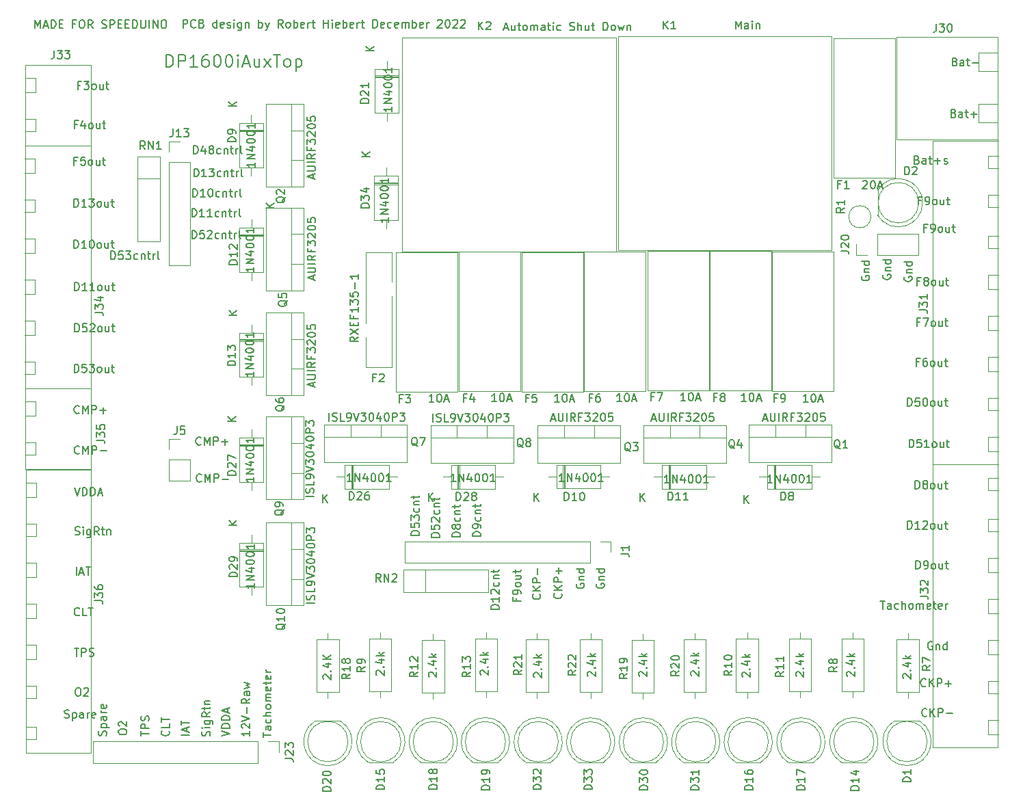
<source format=gbr>
%TF.GenerationSoftware,KiCad,Pcbnew,(5.1.6)-1*%
%TF.CreationDate,2022-12-03T16:30:31-08:00*%
%TF.ProjectId,DP1600iAuxTop,44503136-3030-4694-9175-78546f702e6b,rev?*%
%TF.SameCoordinates,Original*%
%TF.FileFunction,Legend,Top*%
%TF.FilePolarity,Positive*%
%FSLAX46Y46*%
G04 Gerber Fmt 4.6, Leading zero omitted, Abs format (unit mm)*
G04 Created by KiCad (PCBNEW (5.1.6)-1) date 2022-12-03 16:30:31*
%MOMM*%
%LPD*%
G01*
G04 APERTURE LIST*
%ADD10C,0.177800*%
%ADD11C,0.150000*%
%ADD12C,0.120000*%
G04 APERTURE END LIST*
D10*
X119009885Y-36452628D02*
X119009885Y-34928628D01*
X119372742Y-34928628D01*
X119590457Y-35001200D01*
X119735600Y-35146342D01*
X119808171Y-35291485D01*
X119880742Y-35581771D01*
X119880742Y-35799485D01*
X119808171Y-36089771D01*
X119735600Y-36234914D01*
X119590457Y-36380057D01*
X119372742Y-36452628D01*
X119009885Y-36452628D01*
X120533885Y-36452628D02*
X120533885Y-34928628D01*
X121114457Y-34928628D01*
X121259600Y-35001200D01*
X121332171Y-35073771D01*
X121404742Y-35218914D01*
X121404742Y-35436628D01*
X121332171Y-35581771D01*
X121259600Y-35654342D01*
X121114457Y-35726914D01*
X120533885Y-35726914D01*
X122856171Y-36452628D02*
X121985314Y-36452628D01*
X122420742Y-36452628D02*
X122420742Y-34928628D01*
X122275600Y-35146342D01*
X122130457Y-35291485D01*
X121985314Y-35364057D01*
X124162457Y-34928628D02*
X123872171Y-34928628D01*
X123727028Y-35001200D01*
X123654457Y-35073771D01*
X123509314Y-35291485D01*
X123436742Y-35581771D01*
X123436742Y-36162342D01*
X123509314Y-36307485D01*
X123581885Y-36380057D01*
X123727028Y-36452628D01*
X124017314Y-36452628D01*
X124162457Y-36380057D01*
X124235028Y-36307485D01*
X124307600Y-36162342D01*
X124307600Y-35799485D01*
X124235028Y-35654342D01*
X124162457Y-35581771D01*
X124017314Y-35509200D01*
X123727028Y-35509200D01*
X123581885Y-35581771D01*
X123509314Y-35654342D01*
X123436742Y-35799485D01*
X125251028Y-34928628D02*
X125396171Y-34928628D01*
X125541314Y-35001200D01*
X125613885Y-35073771D01*
X125686457Y-35218914D01*
X125759028Y-35509200D01*
X125759028Y-35872057D01*
X125686457Y-36162342D01*
X125613885Y-36307485D01*
X125541314Y-36380057D01*
X125396171Y-36452628D01*
X125251028Y-36452628D01*
X125105885Y-36380057D01*
X125033314Y-36307485D01*
X124960742Y-36162342D01*
X124888171Y-35872057D01*
X124888171Y-35509200D01*
X124960742Y-35218914D01*
X125033314Y-35073771D01*
X125105885Y-35001200D01*
X125251028Y-34928628D01*
X126702457Y-34928628D02*
X126847600Y-34928628D01*
X126992742Y-35001200D01*
X127065314Y-35073771D01*
X127137885Y-35218914D01*
X127210457Y-35509200D01*
X127210457Y-35872057D01*
X127137885Y-36162342D01*
X127065314Y-36307485D01*
X126992742Y-36380057D01*
X126847600Y-36452628D01*
X126702457Y-36452628D01*
X126557314Y-36380057D01*
X126484742Y-36307485D01*
X126412171Y-36162342D01*
X126339600Y-35872057D01*
X126339600Y-35509200D01*
X126412171Y-35218914D01*
X126484742Y-35073771D01*
X126557314Y-35001200D01*
X126702457Y-34928628D01*
X127863600Y-36452628D02*
X127863600Y-35436628D01*
X127863600Y-34928628D02*
X127791028Y-35001200D01*
X127863600Y-35073771D01*
X127936171Y-35001200D01*
X127863600Y-34928628D01*
X127863600Y-35073771D01*
X128516742Y-36017200D02*
X129242457Y-36017200D01*
X128371600Y-36452628D02*
X128879600Y-34928628D01*
X129387600Y-36452628D01*
X130548742Y-35436628D02*
X130548742Y-36452628D01*
X129895600Y-35436628D02*
X129895600Y-36234914D01*
X129968171Y-36380057D01*
X130113314Y-36452628D01*
X130331028Y-36452628D01*
X130476171Y-36380057D01*
X130548742Y-36307485D01*
X131129314Y-36452628D02*
X131927600Y-35436628D01*
X131129314Y-35436628D02*
X131927600Y-36452628D01*
X132290457Y-34928628D02*
X133161314Y-34928628D01*
X132725885Y-36452628D02*
X132725885Y-34928628D01*
X133887028Y-36452628D02*
X133741885Y-36380057D01*
X133669314Y-36307485D01*
X133596742Y-36162342D01*
X133596742Y-35726914D01*
X133669314Y-35581771D01*
X133741885Y-35509200D01*
X133887028Y-35436628D01*
X134104742Y-35436628D01*
X134249885Y-35509200D01*
X134322457Y-35581771D01*
X134395028Y-35726914D01*
X134395028Y-36162342D01*
X134322457Y-36307485D01*
X134249885Y-36380057D01*
X134104742Y-36452628D01*
X133887028Y-36452628D01*
X135048171Y-35436628D02*
X135048171Y-36960628D01*
X135048171Y-35509200D02*
X135193314Y-35436628D01*
X135483600Y-35436628D01*
X135628742Y-35509200D01*
X135701314Y-35581771D01*
X135773885Y-35726914D01*
X135773885Y-36162342D01*
X135701314Y-36307485D01*
X135628742Y-36380057D01*
X135483600Y-36452628D01*
X135193314Y-36452628D01*
X135048171Y-36380057D01*
D11*
X216658985Y-35793371D02*
X216801842Y-35840990D01*
X216849461Y-35888609D01*
X216897080Y-35983847D01*
X216897080Y-36126704D01*
X216849461Y-36221942D01*
X216801842Y-36269561D01*
X216706604Y-36317180D01*
X216325652Y-36317180D01*
X216325652Y-35317180D01*
X216658985Y-35317180D01*
X216754223Y-35364800D01*
X216801842Y-35412419D01*
X216849461Y-35507657D01*
X216849461Y-35602895D01*
X216801842Y-35698133D01*
X216754223Y-35745752D01*
X216658985Y-35793371D01*
X216325652Y-35793371D01*
X217754223Y-36317180D02*
X217754223Y-35793371D01*
X217706604Y-35698133D01*
X217611366Y-35650514D01*
X217420890Y-35650514D01*
X217325652Y-35698133D01*
X217754223Y-36269561D02*
X217658985Y-36317180D01*
X217420890Y-36317180D01*
X217325652Y-36269561D01*
X217278033Y-36174323D01*
X217278033Y-36079085D01*
X217325652Y-35983847D01*
X217420890Y-35936228D01*
X217658985Y-35936228D01*
X217754223Y-35888609D01*
X218087557Y-35650514D02*
X218468509Y-35650514D01*
X218230414Y-35317180D02*
X218230414Y-36174323D01*
X218278033Y-36269561D01*
X218373271Y-36317180D01*
X218468509Y-36317180D01*
X218801842Y-35936228D02*
X219563747Y-35936228D01*
X216493885Y-42168771D02*
X216636742Y-42216390D01*
X216684361Y-42264009D01*
X216731980Y-42359247D01*
X216731980Y-42502104D01*
X216684361Y-42597342D01*
X216636742Y-42644961D01*
X216541504Y-42692580D01*
X216160552Y-42692580D01*
X216160552Y-41692580D01*
X216493885Y-41692580D01*
X216589123Y-41740200D01*
X216636742Y-41787819D01*
X216684361Y-41883057D01*
X216684361Y-41978295D01*
X216636742Y-42073533D01*
X216589123Y-42121152D01*
X216493885Y-42168771D01*
X216160552Y-42168771D01*
X217589123Y-42692580D02*
X217589123Y-42168771D01*
X217541504Y-42073533D01*
X217446266Y-42025914D01*
X217255790Y-42025914D01*
X217160552Y-42073533D01*
X217589123Y-42644961D02*
X217493885Y-42692580D01*
X217255790Y-42692580D01*
X217160552Y-42644961D01*
X217112933Y-42549723D01*
X217112933Y-42454485D01*
X217160552Y-42359247D01*
X217255790Y-42311628D01*
X217493885Y-42311628D01*
X217589123Y-42264009D01*
X217922457Y-42025914D02*
X218303409Y-42025914D01*
X218065314Y-41692580D02*
X218065314Y-42549723D01*
X218112933Y-42644961D01*
X218208171Y-42692580D01*
X218303409Y-42692580D01*
X218636742Y-42311628D02*
X219398647Y-42311628D01*
X219017695Y-42692580D02*
X219017695Y-41930676D01*
X211974323Y-47934571D02*
X212117180Y-47982190D01*
X212164800Y-48029809D01*
X212212419Y-48125047D01*
X212212419Y-48267904D01*
X212164800Y-48363142D01*
X212117180Y-48410761D01*
X212021942Y-48458380D01*
X211640990Y-48458380D01*
X211640990Y-47458380D01*
X211974323Y-47458380D01*
X212069561Y-47506000D01*
X212117180Y-47553619D01*
X212164800Y-47648857D01*
X212164800Y-47744095D01*
X212117180Y-47839333D01*
X212069561Y-47886952D01*
X211974323Y-47934571D01*
X211640990Y-47934571D01*
X213069561Y-48458380D02*
X213069561Y-47934571D01*
X213021942Y-47839333D01*
X212926704Y-47791714D01*
X212736228Y-47791714D01*
X212640990Y-47839333D01*
X213069561Y-48410761D02*
X212974323Y-48458380D01*
X212736228Y-48458380D01*
X212640990Y-48410761D01*
X212593371Y-48315523D01*
X212593371Y-48220285D01*
X212640990Y-48125047D01*
X212736228Y-48077428D01*
X212974323Y-48077428D01*
X213069561Y-48029809D01*
X213402895Y-47791714D02*
X213783847Y-47791714D01*
X213545752Y-47458380D02*
X213545752Y-48315523D01*
X213593371Y-48410761D01*
X213688609Y-48458380D01*
X213783847Y-48458380D01*
X214117180Y-48077428D02*
X214879085Y-48077428D01*
X214498133Y-48458380D02*
X214498133Y-47696476D01*
X215307657Y-48410761D02*
X215402895Y-48458380D01*
X215593371Y-48458380D01*
X215688609Y-48410761D01*
X215736228Y-48315523D01*
X215736228Y-48267904D01*
X215688609Y-48172666D01*
X215593371Y-48125047D01*
X215450514Y-48125047D01*
X215355276Y-48077428D01*
X215307657Y-47982190D01*
X215307657Y-47934571D01*
X215355276Y-47839333D01*
X215450514Y-47791714D01*
X215593371Y-47791714D01*
X215688609Y-47839333D01*
X212471190Y-52989171D02*
X212137857Y-52989171D01*
X212137857Y-53512980D02*
X212137857Y-52512980D01*
X212614047Y-52512980D01*
X213042619Y-53512980D02*
X213233095Y-53512980D01*
X213328333Y-53465361D01*
X213375952Y-53417742D01*
X213471190Y-53274885D01*
X213518809Y-53084409D01*
X213518809Y-52703457D01*
X213471190Y-52608219D01*
X213423571Y-52560600D01*
X213328333Y-52512980D01*
X213137857Y-52512980D01*
X213042619Y-52560600D01*
X212995000Y-52608219D01*
X212947380Y-52703457D01*
X212947380Y-52941552D01*
X212995000Y-53036790D01*
X213042619Y-53084409D01*
X213137857Y-53132028D01*
X213328333Y-53132028D01*
X213423571Y-53084409D01*
X213471190Y-53036790D01*
X213518809Y-52941552D01*
X214090238Y-53512980D02*
X213995000Y-53465361D01*
X213947380Y-53417742D01*
X213899761Y-53322504D01*
X213899761Y-53036790D01*
X213947380Y-52941552D01*
X213995000Y-52893933D01*
X214090238Y-52846314D01*
X214233095Y-52846314D01*
X214328333Y-52893933D01*
X214375952Y-52941552D01*
X214423571Y-53036790D01*
X214423571Y-53322504D01*
X214375952Y-53417742D01*
X214328333Y-53465361D01*
X214233095Y-53512980D01*
X214090238Y-53512980D01*
X215280714Y-52846314D02*
X215280714Y-53512980D01*
X214852142Y-52846314D02*
X214852142Y-53370123D01*
X214899761Y-53465361D01*
X214995000Y-53512980D01*
X215137857Y-53512980D01*
X215233095Y-53465361D01*
X215280714Y-53417742D01*
X215614047Y-52846314D02*
X215995000Y-52846314D01*
X215756904Y-52512980D02*
X215756904Y-53370123D01*
X215804523Y-53465361D01*
X215899761Y-53512980D01*
X215995000Y-53512980D01*
X213156990Y-56380071D02*
X212823657Y-56380071D01*
X212823657Y-56903880D02*
X212823657Y-55903880D01*
X213299847Y-55903880D01*
X213728419Y-56903880D02*
X213918895Y-56903880D01*
X214014133Y-56856261D01*
X214061752Y-56808642D01*
X214156990Y-56665785D01*
X214204609Y-56475309D01*
X214204609Y-56094357D01*
X214156990Y-55999119D01*
X214109371Y-55951500D01*
X214014133Y-55903880D01*
X213823657Y-55903880D01*
X213728419Y-55951500D01*
X213680800Y-55999119D01*
X213633180Y-56094357D01*
X213633180Y-56332452D01*
X213680800Y-56427690D01*
X213728419Y-56475309D01*
X213823657Y-56522928D01*
X214014133Y-56522928D01*
X214109371Y-56475309D01*
X214156990Y-56427690D01*
X214204609Y-56332452D01*
X214776038Y-56903880D02*
X214680800Y-56856261D01*
X214633180Y-56808642D01*
X214585561Y-56713404D01*
X214585561Y-56427690D01*
X214633180Y-56332452D01*
X214680800Y-56284833D01*
X214776038Y-56237214D01*
X214918895Y-56237214D01*
X215014133Y-56284833D01*
X215061752Y-56332452D01*
X215109371Y-56427690D01*
X215109371Y-56713404D01*
X215061752Y-56808642D01*
X215014133Y-56856261D01*
X214918895Y-56903880D01*
X214776038Y-56903880D01*
X215966514Y-56237214D02*
X215966514Y-56903880D01*
X215537942Y-56237214D02*
X215537942Y-56761023D01*
X215585561Y-56856261D01*
X215680800Y-56903880D01*
X215823657Y-56903880D01*
X215918895Y-56856261D01*
X215966514Y-56808642D01*
X216299847Y-56237214D02*
X216680800Y-56237214D01*
X216442704Y-55903880D02*
X216442704Y-56761023D01*
X216490323Y-56856261D01*
X216585561Y-56903880D01*
X216680800Y-56903880D01*
X212331490Y-62984071D02*
X211998157Y-62984071D01*
X211998157Y-63507880D02*
X211998157Y-62507880D01*
X212474347Y-62507880D01*
X212998157Y-62936452D02*
X212902919Y-62888833D01*
X212855300Y-62841214D01*
X212807680Y-62745976D01*
X212807680Y-62698357D01*
X212855300Y-62603119D01*
X212902919Y-62555500D01*
X212998157Y-62507880D01*
X213188633Y-62507880D01*
X213283871Y-62555500D01*
X213331490Y-62603119D01*
X213379109Y-62698357D01*
X213379109Y-62745976D01*
X213331490Y-62841214D01*
X213283871Y-62888833D01*
X213188633Y-62936452D01*
X212998157Y-62936452D01*
X212902919Y-62984071D01*
X212855300Y-63031690D01*
X212807680Y-63126928D01*
X212807680Y-63317404D01*
X212855300Y-63412642D01*
X212902919Y-63460261D01*
X212998157Y-63507880D01*
X213188633Y-63507880D01*
X213283871Y-63460261D01*
X213331490Y-63412642D01*
X213379109Y-63317404D01*
X213379109Y-63126928D01*
X213331490Y-63031690D01*
X213283871Y-62984071D01*
X213188633Y-62936452D01*
X213950538Y-63507880D02*
X213855300Y-63460261D01*
X213807680Y-63412642D01*
X213760061Y-63317404D01*
X213760061Y-63031690D01*
X213807680Y-62936452D01*
X213855300Y-62888833D01*
X213950538Y-62841214D01*
X214093395Y-62841214D01*
X214188633Y-62888833D01*
X214236252Y-62936452D01*
X214283871Y-63031690D01*
X214283871Y-63317404D01*
X214236252Y-63412642D01*
X214188633Y-63460261D01*
X214093395Y-63507880D01*
X213950538Y-63507880D01*
X215141014Y-62841214D02*
X215141014Y-63507880D01*
X214712442Y-62841214D02*
X214712442Y-63365023D01*
X214760061Y-63460261D01*
X214855300Y-63507880D01*
X214998157Y-63507880D01*
X215093395Y-63460261D01*
X215141014Y-63412642D01*
X215474347Y-62841214D02*
X215855300Y-62841214D01*
X215617204Y-62507880D02*
X215617204Y-63365023D01*
X215664823Y-63460261D01*
X215760061Y-63507880D01*
X215855300Y-63507880D01*
X212267990Y-68038671D02*
X211934657Y-68038671D01*
X211934657Y-68562480D02*
X211934657Y-67562480D01*
X212410847Y-67562480D01*
X212696561Y-67562480D02*
X213363228Y-67562480D01*
X212934657Y-68562480D01*
X213887038Y-68562480D02*
X213791800Y-68514861D01*
X213744180Y-68467242D01*
X213696561Y-68372004D01*
X213696561Y-68086290D01*
X213744180Y-67991052D01*
X213791800Y-67943433D01*
X213887038Y-67895814D01*
X214029895Y-67895814D01*
X214125133Y-67943433D01*
X214172752Y-67991052D01*
X214220371Y-68086290D01*
X214220371Y-68372004D01*
X214172752Y-68467242D01*
X214125133Y-68514861D01*
X214029895Y-68562480D01*
X213887038Y-68562480D01*
X215077514Y-67895814D02*
X215077514Y-68562480D01*
X214648942Y-67895814D02*
X214648942Y-68419623D01*
X214696561Y-68514861D01*
X214791800Y-68562480D01*
X214934657Y-68562480D01*
X215029895Y-68514861D01*
X215077514Y-68467242D01*
X215410847Y-67895814D02*
X215791800Y-67895814D01*
X215553704Y-67562480D02*
X215553704Y-68419623D01*
X215601323Y-68514861D01*
X215696561Y-68562480D01*
X215791800Y-68562480D01*
X212204490Y-72978971D02*
X211871157Y-72978971D01*
X211871157Y-73502780D02*
X211871157Y-72502780D01*
X212347347Y-72502780D01*
X213156871Y-72502780D02*
X212966395Y-72502780D01*
X212871157Y-72550400D01*
X212823538Y-72598019D01*
X212728300Y-72740876D01*
X212680680Y-72931352D01*
X212680680Y-73312304D01*
X212728300Y-73407542D01*
X212775919Y-73455161D01*
X212871157Y-73502780D01*
X213061633Y-73502780D01*
X213156871Y-73455161D01*
X213204490Y-73407542D01*
X213252109Y-73312304D01*
X213252109Y-73074209D01*
X213204490Y-72978971D01*
X213156871Y-72931352D01*
X213061633Y-72883733D01*
X212871157Y-72883733D01*
X212775919Y-72931352D01*
X212728300Y-72978971D01*
X212680680Y-73074209D01*
X213823538Y-73502780D02*
X213728300Y-73455161D01*
X213680680Y-73407542D01*
X213633061Y-73312304D01*
X213633061Y-73026590D01*
X213680680Y-72931352D01*
X213728300Y-72883733D01*
X213823538Y-72836114D01*
X213966395Y-72836114D01*
X214061633Y-72883733D01*
X214109252Y-72931352D01*
X214156871Y-73026590D01*
X214156871Y-73312304D01*
X214109252Y-73407542D01*
X214061633Y-73455161D01*
X213966395Y-73502780D01*
X213823538Y-73502780D01*
X215014014Y-72836114D02*
X215014014Y-73502780D01*
X214585442Y-72836114D02*
X214585442Y-73359923D01*
X214633061Y-73455161D01*
X214728300Y-73502780D01*
X214871157Y-73502780D01*
X214966395Y-73455161D01*
X215014014Y-73407542D01*
X215347347Y-72836114D02*
X215728300Y-72836114D01*
X215490204Y-72502780D02*
X215490204Y-73359923D01*
X215537823Y-73455161D01*
X215633061Y-73502780D01*
X215728300Y-73502780D01*
X210790138Y-78455780D02*
X210790138Y-77455780D01*
X211028233Y-77455780D01*
X211171090Y-77503400D01*
X211266328Y-77598638D01*
X211313947Y-77693876D01*
X211361566Y-77884352D01*
X211361566Y-78027209D01*
X211313947Y-78217685D01*
X211266328Y-78312923D01*
X211171090Y-78408161D01*
X211028233Y-78455780D01*
X210790138Y-78455780D01*
X212266328Y-77455780D02*
X211790138Y-77455780D01*
X211742519Y-77931971D01*
X211790138Y-77884352D01*
X211885376Y-77836733D01*
X212123471Y-77836733D01*
X212218709Y-77884352D01*
X212266328Y-77931971D01*
X212313947Y-78027209D01*
X212313947Y-78265304D01*
X212266328Y-78360542D01*
X212218709Y-78408161D01*
X212123471Y-78455780D01*
X211885376Y-78455780D01*
X211790138Y-78408161D01*
X211742519Y-78360542D01*
X212932995Y-77455780D02*
X213028233Y-77455780D01*
X213123471Y-77503400D01*
X213171090Y-77551019D01*
X213218709Y-77646257D01*
X213266328Y-77836733D01*
X213266328Y-78074828D01*
X213218709Y-78265304D01*
X213171090Y-78360542D01*
X213123471Y-78408161D01*
X213028233Y-78455780D01*
X212932995Y-78455780D01*
X212837757Y-78408161D01*
X212790138Y-78360542D01*
X212742519Y-78265304D01*
X212694900Y-78074828D01*
X212694900Y-77836733D01*
X212742519Y-77646257D01*
X212790138Y-77551019D01*
X212837757Y-77503400D01*
X212932995Y-77455780D01*
X213837757Y-78455780D02*
X213742519Y-78408161D01*
X213694900Y-78360542D01*
X213647280Y-78265304D01*
X213647280Y-77979590D01*
X213694900Y-77884352D01*
X213742519Y-77836733D01*
X213837757Y-77789114D01*
X213980614Y-77789114D01*
X214075852Y-77836733D01*
X214123471Y-77884352D01*
X214171090Y-77979590D01*
X214171090Y-78265304D01*
X214123471Y-78360542D01*
X214075852Y-78408161D01*
X213980614Y-78455780D01*
X213837757Y-78455780D01*
X215028233Y-77789114D02*
X215028233Y-78455780D01*
X214599661Y-77789114D02*
X214599661Y-78312923D01*
X214647280Y-78408161D01*
X214742519Y-78455780D01*
X214885376Y-78455780D01*
X214980614Y-78408161D01*
X215028233Y-78360542D01*
X215361566Y-77789114D02*
X215742519Y-77789114D01*
X215504423Y-77455780D02*
X215504423Y-78312923D01*
X215552042Y-78408161D01*
X215647280Y-78455780D01*
X215742519Y-78455780D01*
X210993338Y-83561180D02*
X210993338Y-82561180D01*
X211231433Y-82561180D01*
X211374290Y-82608800D01*
X211469528Y-82704038D01*
X211517147Y-82799276D01*
X211564766Y-82989752D01*
X211564766Y-83132609D01*
X211517147Y-83323085D01*
X211469528Y-83418323D01*
X211374290Y-83513561D01*
X211231433Y-83561180D01*
X210993338Y-83561180D01*
X212469528Y-82561180D02*
X211993338Y-82561180D01*
X211945719Y-83037371D01*
X211993338Y-82989752D01*
X212088576Y-82942133D01*
X212326671Y-82942133D01*
X212421909Y-82989752D01*
X212469528Y-83037371D01*
X212517147Y-83132609D01*
X212517147Y-83370704D01*
X212469528Y-83465942D01*
X212421909Y-83513561D01*
X212326671Y-83561180D01*
X212088576Y-83561180D01*
X211993338Y-83513561D01*
X211945719Y-83465942D01*
X213469528Y-83561180D02*
X212898100Y-83561180D01*
X213183814Y-83561180D02*
X213183814Y-82561180D01*
X213088576Y-82704038D01*
X212993338Y-82799276D01*
X212898100Y-82846895D01*
X214040957Y-83561180D02*
X213945719Y-83513561D01*
X213898100Y-83465942D01*
X213850480Y-83370704D01*
X213850480Y-83084990D01*
X213898100Y-82989752D01*
X213945719Y-82942133D01*
X214040957Y-82894514D01*
X214183814Y-82894514D01*
X214279052Y-82942133D01*
X214326671Y-82989752D01*
X214374290Y-83084990D01*
X214374290Y-83370704D01*
X214326671Y-83465942D01*
X214279052Y-83513561D01*
X214183814Y-83561180D01*
X214040957Y-83561180D01*
X215231433Y-82894514D02*
X215231433Y-83561180D01*
X214802861Y-82894514D02*
X214802861Y-83418323D01*
X214850480Y-83513561D01*
X214945719Y-83561180D01*
X215088576Y-83561180D01*
X215183814Y-83513561D01*
X215231433Y-83465942D01*
X215564766Y-82894514D02*
X215945719Y-82894514D01*
X215707623Y-82561180D02*
X215707623Y-83418323D01*
X215755242Y-83513561D01*
X215850480Y-83561180D01*
X215945719Y-83561180D01*
X211736228Y-88666580D02*
X211736228Y-87666580D01*
X211974323Y-87666580D01*
X212117180Y-87714200D01*
X212212419Y-87809438D01*
X212260038Y-87904676D01*
X212307657Y-88095152D01*
X212307657Y-88238009D01*
X212260038Y-88428485D01*
X212212419Y-88523723D01*
X212117180Y-88618961D01*
X211974323Y-88666580D01*
X211736228Y-88666580D01*
X212879085Y-88095152D02*
X212783847Y-88047533D01*
X212736228Y-87999914D01*
X212688609Y-87904676D01*
X212688609Y-87857057D01*
X212736228Y-87761819D01*
X212783847Y-87714200D01*
X212879085Y-87666580D01*
X213069561Y-87666580D01*
X213164800Y-87714200D01*
X213212419Y-87761819D01*
X213260038Y-87857057D01*
X213260038Y-87904676D01*
X213212419Y-87999914D01*
X213164800Y-88047533D01*
X213069561Y-88095152D01*
X212879085Y-88095152D01*
X212783847Y-88142771D01*
X212736228Y-88190390D01*
X212688609Y-88285628D01*
X212688609Y-88476104D01*
X212736228Y-88571342D01*
X212783847Y-88618961D01*
X212879085Y-88666580D01*
X213069561Y-88666580D01*
X213164800Y-88618961D01*
X213212419Y-88571342D01*
X213260038Y-88476104D01*
X213260038Y-88285628D01*
X213212419Y-88190390D01*
X213164800Y-88142771D01*
X213069561Y-88095152D01*
X213831466Y-88666580D02*
X213736228Y-88618961D01*
X213688609Y-88571342D01*
X213640990Y-88476104D01*
X213640990Y-88190390D01*
X213688609Y-88095152D01*
X213736228Y-88047533D01*
X213831466Y-87999914D01*
X213974323Y-87999914D01*
X214069561Y-88047533D01*
X214117180Y-88095152D01*
X214164800Y-88190390D01*
X214164800Y-88476104D01*
X214117180Y-88571342D01*
X214069561Y-88618961D01*
X213974323Y-88666580D01*
X213831466Y-88666580D01*
X215021942Y-87999914D02*
X215021942Y-88666580D01*
X214593371Y-87999914D02*
X214593371Y-88523723D01*
X214640990Y-88618961D01*
X214736228Y-88666580D01*
X214879085Y-88666580D01*
X214974323Y-88618961D01*
X215021942Y-88571342D01*
X215355276Y-87999914D02*
X215736228Y-87999914D01*
X215498133Y-87666580D02*
X215498133Y-88523723D01*
X215545752Y-88618961D01*
X215640990Y-88666580D01*
X215736228Y-88666580D01*
X210790138Y-93657680D02*
X210790138Y-92657680D01*
X211028233Y-92657680D01*
X211171090Y-92705300D01*
X211266328Y-92800538D01*
X211313947Y-92895776D01*
X211361566Y-93086252D01*
X211361566Y-93229109D01*
X211313947Y-93419585D01*
X211266328Y-93514823D01*
X211171090Y-93610061D01*
X211028233Y-93657680D01*
X210790138Y-93657680D01*
X212313947Y-93657680D02*
X211742519Y-93657680D01*
X212028233Y-93657680D02*
X212028233Y-92657680D01*
X211932995Y-92800538D01*
X211837757Y-92895776D01*
X211742519Y-92943395D01*
X212694900Y-92752919D02*
X212742519Y-92705300D01*
X212837757Y-92657680D01*
X213075852Y-92657680D01*
X213171090Y-92705300D01*
X213218709Y-92752919D01*
X213266328Y-92848157D01*
X213266328Y-92943395D01*
X213218709Y-93086252D01*
X212647280Y-93657680D01*
X213266328Y-93657680D01*
X213837757Y-93657680D02*
X213742519Y-93610061D01*
X213694900Y-93562442D01*
X213647280Y-93467204D01*
X213647280Y-93181490D01*
X213694900Y-93086252D01*
X213742519Y-93038633D01*
X213837757Y-92991014D01*
X213980614Y-92991014D01*
X214075852Y-93038633D01*
X214123471Y-93086252D01*
X214171090Y-93181490D01*
X214171090Y-93467204D01*
X214123471Y-93562442D01*
X214075852Y-93610061D01*
X213980614Y-93657680D01*
X213837757Y-93657680D01*
X215028233Y-92991014D02*
X215028233Y-93657680D01*
X214599661Y-92991014D02*
X214599661Y-93514823D01*
X214647280Y-93610061D01*
X214742519Y-93657680D01*
X214885376Y-93657680D01*
X214980614Y-93610061D01*
X215028233Y-93562442D01*
X215361566Y-92991014D02*
X215742519Y-92991014D01*
X215504423Y-92657680D02*
X215504423Y-93514823D01*
X215552042Y-93610061D01*
X215647280Y-93657680D01*
X215742519Y-93657680D01*
X211825128Y-98597980D02*
X211825128Y-97597980D01*
X212063223Y-97597980D01*
X212206080Y-97645600D01*
X212301319Y-97740838D01*
X212348938Y-97836076D01*
X212396557Y-98026552D01*
X212396557Y-98169409D01*
X212348938Y-98359885D01*
X212301319Y-98455123D01*
X212206080Y-98550361D01*
X212063223Y-98597980D01*
X211825128Y-98597980D01*
X212872747Y-98597980D02*
X213063223Y-98597980D01*
X213158461Y-98550361D01*
X213206080Y-98502742D01*
X213301319Y-98359885D01*
X213348938Y-98169409D01*
X213348938Y-97788457D01*
X213301319Y-97693219D01*
X213253700Y-97645600D01*
X213158461Y-97597980D01*
X212967985Y-97597980D01*
X212872747Y-97645600D01*
X212825128Y-97693219D01*
X212777509Y-97788457D01*
X212777509Y-98026552D01*
X212825128Y-98121790D01*
X212872747Y-98169409D01*
X212967985Y-98217028D01*
X213158461Y-98217028D01*
X213253700Y-98169409D01*
X213301319Y-98121790D01*
X213348938Y-98026552D01*
X213920366Y-98597980D02*
X213825128Y-98550361D01*
X213777509Y-98502742D01*
X213729890Y-98407504D01*
X213729890Y-98121790D01*
X213777509Y-98026552D01*
X213825128Y-97978933D01*
X213920366Y-97931314D01*
X214063223Y-97931314D01*
X214158461Y-97978933D01*
X214206080Y-98026552D01*
X214253700Y-98121790D01*
X214253700Y-98407504D01*
X214206080Y-98502742D01*
X214158461Y-98550361D01*
X214063223Y-98597980D01*
X213920366Y-98597980D01*
X215110842Y-97931314D02*
X215110842Y-98597980D01*
X214682271Y-97931314D02*
X214682271Y-98455123D01*
X214729890Y-98550361D01*
X214825128Y-98597980D01*
X214967985Y-98597980D01*
X215063223Y-98550361D01*
X215110842Y-98502742D01*
X215444176Y-97931314D02*
X215825128Y-97931314D01*
X215587033Y-97597980D02*
X215587033Y-98455123D01*
X215634652Y-98550361D01*
X215729890Y-98597980D01*
X215825128Y-98597980D01*
X207429623Y-102563680D02*
X208001052Y-102563680D01*
X207715338Y-103563680D02*
X207715338Y-102563680D01*
X208762957Y-103563680D02*
X208762957Y-103039871D01*
X208715338Y-102944633D01*
X208620100Y-102897014D01*
X208429623Y-102897014D01*
X208334385Y-102944633D01*
X208762957Y-103516061D02*
X208667719Y-103563680D01*
X208429623Y-103563680D01*
X208334385Y-103516061D01*
X208286766Y-103420823D01*
X208286766Y-103325585D01*
X208334385Y-103230347D01*
X208429623Y-103182728D01*
X208667719Y-103182728D01*
X208762957Y-103135109D01*
X209667719Y-103516061D02*
X209572480Y-103563680D01*
X209382004Y-103563680D01*
X209286766Y-103516061D01*
X209239147Y-103468442D01*
X209191528Y-103373204D01*
X209191528Y-103087490D01*
X209239147Y-102992252D01*
X209286766Y-102944633D01*
X209382004Y-102897014D01*
X209572480Y-102897014D01*
X209667719Y-102944633D01*
X210096290Y-103563680D02*
X210096290Y-102563680D01*
X210524861Y-103563680D02*
X210524861Y-103039871D01*
X210477242Y-102944633D01*
X210382004Y-102897014D01*
X210239147Y-102897014D01*
X210143909Y-102944633D01*
X210096290Y-102992252D01*
X211143909Y-103563680D02*
X211048671Y-103516061D01*
X211001052Y-103468442D01*
X210953433Y-103373204D01*
X210953433Y-103087490D01*
X211001052Y-102992252D01*
X211048671Y-102944633D01*
X211143909Y-102897014D01*
X211286766Y-102897014D01*
X211382004Y-102944633D01*
X211429623Y-102992252D01*
X211477242Y-103087490D01*
X211477242Y-103373204D01*
X211429623Y-103468442D01*
X211382004Y-103516061D01*
X211286766Y-103563680D01*
X211143909Y-103563680D01*
X211905814Y-103563680D02*
X211905814Y-102897014D01*
X211905814Y-102992252D02*
X211953433Y-102944633D01*
X212048671Y-102897014D01*
X212191528Y-102897014D01*
X212286766Y-102944633D01*
X212334385Y-103039871D01*
X212334385Y-103563680D01*
X212334385Y-103039871D02*
X212382004Y-102944633D01*
X212477242Y-102897014D01*
X212620100Y-102897014D01*
X212715338Y-102944633D01*
X212762957Y-103039871D01*
X212762957Y-103563680D01*
X213620100Y-103516061D02*
X213524861Y-103563680D01*
X213334385Y-103563680D01*
X213239147Y-103516061D01*
X213191528Y-103420823D01*
X213191528Y-103039871D01*
X213239147Y-102944633D01*
X213334385Y-102897014D01*
X213524861Y-102897014D01*
X213620100Y-102944633D01*
X213667719Y-103039871D01*
X213667719Y-103135109D01*
X213191528Y-103230347D01*
X213953433Y-102897014D02*
X214334385Y-102897014D01*
X214096290Y-102563680D02*
X214096290Y-103420823D01*
X214143909Y-103516061D01*
X214239147Y-103563680D01*
X214334385Y-103563680D01*
X215048671Y-103516061D02*
X214953433Y-103563680D01*
X214762957Y-103563680D01*
X214667719Y-103516061D01*
X214620100Y-103420823D01*
X214620100Y-103039871D01*
X214667719Y-102944633D01*
X214762957Y-102897014D01*
X214953433Y-102897014D01*
X215048671Y-102944633D01*
X215096290Y-103039871D01*
X215096290Y-103135109D01*
X214620100Y-103230347D01*
X215524861Y-103563680D02*
X215524861Y-102897014D01*
X215524861Y-103087490D02*
X215572480Y-102992252D01*
X215620100Y-102944633D01*
X215715338Y-102897014D01*
X215810576Y-102897014D01*
X213847442Y-107653200D02*
X213752204Y-107605580D01*
X213609347Y-107605580D01*
X213466490Y-107653200D01*
X213371252Y-107748438D01*
X213323633Y-107843676D01*
X213276014Y-108034152D01*
X213276014Y-108177009D01*
X213323633Y-108367485D01*
X213371252Y-108462723D01*
X213466490Y-108557961D01*
X213609347Y-108605580D01*
X213704585Y-108605580D01*
X213847442Y-108557961D01*
X213895061Y-108510342D01*
X213895061Y-108177009D01*
X213704585Y-108177009D01*
X214323633Y-107938914D02*
X214323633Y-108605580D01*
X214323633Y-108034152D02*
X214371252Y-107986533D01*
X214466490Y-107938914D01*
X214609347Y-107938914D01*
X214704585Y-107986533D01*
X214752204Y-108081771D01*
X214752204Y-108605580D01*
X215656966Y-108605580D02*
X215656966Y-107605580D01*
X215656966Y-108557961D02*
X215561728Y-108605580D01*
X215371252Y-108605580D01*
X215276014Y-108557961D01*
X215228395Y-108510342D01*
X215180776Y-108415104D01*
X215180776Y-108129390D01*
X215228395Y-108034152D01*
X215276014Y-107986533D01*
X215371252Y-107938914D01*
X215561728Y-107938914D01*
X215656966Y-107986533D01*
X213041076Y-113095042D02*
X212993457Y-113142661D01*
X212850600Y-113190280D01*
X212755361Y-113190280D01*
X212612504Y-113142661D01*
X212517266Y-113047423D01*
X212469647Y-112952185D01*
X212422028Y-112761709D01*
X212422028Y-112618852D01*
X212469647Y-112428376D01*
X212517266Y-112333138D01*
X212612504Y-112237900D01*
X212755361Y-112190280D01*
X212850600Y-112190280D01*
X212993457Y-112237900D01*
X213041076Y-112285519D01*
X213469647Y-113190280D02*
X213469647Y-112190280D01*
X214041076Y-113190280D02*
X213612504Y-112618852D01*
X214041076Y-112190280D02*
X213469647Y-112761709D01*
X214469647Y-113190280D02*
X214469647Y-112190280D01*
X214850600Y-112190280D01*
X214945838Y-112237900D01*
X214993457Y-112285519D01*
X215041076Y-112380757D01*
X215041076Y-112523614D01*
X214993457Y-112618852D01*
X214945838Y-112666471D01*
X214850600Y-112714090D01*
X214469647Y-112714090D01*
X215469647Y-112809328D02*
X216231552Y-112809328D01*
X215850600Y-113190280D02*
X215850600Y-112428376D01*
X213180776Y-116790742D02*
X213133157Y-116838361D01*
X212990300Y-116885980D01*
X212895061Y-116885980D01*
X212752204Y-116838361D01*
X212656966Y-116743123D01*
X212609347Y-116647885D01*
X212561728Y-116457409D01*
X212561728Y-116314552D01*
X212609347Y-116124076D01*
X212656966Y-116028838D01*
X212752204Y-115933600D01*
X212895061Y-115885980D01*
X212990300Y-115885980D01*
X213133157Y-115933600D01*
X213180776Y-115981219D01*
X213609347Y-116885980D02*
X213609347Y-115885980D01*
X214180776Y-116885980D02*
X213752204Y-116314552D01*
X214180776Y-115885980D02*
X213609347Y-116457409D01*
X214609347Y-116885980D02*
X214609347Y-115885980D01*
X214990300Y-115885980D01*
X215085538Y-115933600D01*
X215133157Y-115981219D01*
X215180776Y-116076457D01*
X215180776Y-116219314D01*
X215133157Y-116314552D01*
X215085538Y-116362171D01*
X214990300Y-116409790D01*
X214609347Y-116409790D01*
X215609347Y-116505028D02*
X216371252Y-116505028D01*
X106415128Y-117003461D02*
X106557985Y-117051080D01*
X106796080Y-117051080D01*
X106891319Y-117003461D01*
X106938938Y-116955842D01*
X106986557Y-116860604D01*
X106986557Y-116765366D01*
X106938938Y-116670128D01*
X106891319Y-116622509D01*
X106796080Y-116574890D01*
X106605604Y-116527271D01*
X106510366Y-116479652D01*
X106462747Y-116432033D01*
X106415128Y-116336795D01*
X106415128Y-116241557D01*
X106462747Y-116146319D01*
X106510366Y-116098700D01*
X106605604Y-116051080D01*
X106843700Y-116051080D01*
X106986557Y-116098700D01*
X107415128Y-116384414D02*
X107415128Y-117384414D01*
X107415128Y-116432033D02*
X107510366Y-116384414D01*
X107700842Y-116384414D01*
X107796080Y-116432033D01*
X107843700Y-116479652D01*
X107891319Y-116574890D01*
X107891319Y-116860604D01*
X107843700Y-116955842D01*
X107796080Y-117003461D01*
X107700842Y-117051080D01*
X107510366Y-117051080D01*
X107415128Y-117003461D01*
X108748461Y-117051080D02*
X108748461Y-116527271D01*
X108700842Y-116432033D01*
X108605604Y-116384414D01*
X108415128Y-116384414D01*
X108319890Y-116432033D01*
X108748461Y-117003461D02*
X108653223Y-117051080D01*
X108415128Y-117051080D01*
X108319890Y-117003461D01*
X108272271Y-116908223D01*
X108272271Y-116812985D01*
X108319890Y-116717747D01*
X108415128Y-116670128D01*
X108653223Y-116670128D01*
X108748461Y-116622509D01*
X109224652Y-117051080D02*
X109224652Y-116384414D01*
X109224652Y-116574890D02*
X109272271Y-116479652D01*
X109319890Y-116432033D01*
X109415128Y-116384414D01*
X109510366Y-116384414D01*
X110224652Y-117003461D02*
X110129414Y-117051080D01*
X109938938Y-117051080D01*
X109843700Y-117003461D01*
X109796080Y-116908223D01*
X109796080Y-116527271D01*
X109843700Y-116432033D01*
X109938938Y-116384414D01*
X110129414Y-116384414D01*
X110224652Y-116432033D01*
X110272271Y-116527271D01*
X110272271Y-116622509D01*
X109796080Y-116717747D01*
X108000871Y-113320580D02*
X108191347Y-113320580D01*
X108286585Y-113368200D01*
X108381823Y-113463438D01*
X108429442Y-113653914D01*
X108429442Y-113987247D01*
X108381823Y-114177723D01*
X108286585Y-114272961D01*
X108191347Y-114320580D01*
X108000871Y-114320580D01*
X107905633Y-114272961D01*
X107810395Y-114177723D01*
X107762776Y-113987247D01*
X107762776Y-113653914D01*
X107810395Y-113463438D01*
X107905633Y-113368200D01*
X108000871Y-113320580D01*
X108810395Y-113415819D02*
X108858014Y-113368200D01*
X108953252Y-113320580D01*
X109191347Y-113320580D01*
X109286585Y-113368200D01*
X109334204Y-113415819D01*
X109381823Y-113511057D01*
X109381823Y-113606295D01*
X109334204Y-113749152D01*
X108762776Y-114320580D01*
X109381823Y-114320580D01*
X107615195Y-108405680D02*
X108186623Y-108405680D01*
X107900909Y-109405680D02*
X107900909Y-108405680D01*
X108519957Y-109405680D02*
X108519957Y-108405680D01*
X108900909Y-108405680D01*
X108996147Y-108453300D01*
X109043766Y-108500919D01*
X109091385Y-108596157D01*
X109091385Y-108739014D01*
X109043766Y-108834252D01*
X108996147Y-108881871D01*
X108900909Y-108929490D01*
X108519957Y-108929490D01*
X109472338Y-109358061D02*
X109615195Y-109405680D01*
X109853290Y-109405680D01*
X109948528Y-109358061D01*
X109996147Y-109310442D01*
X110043766Y-109215204D01*
X110043766Y-109119966D01*
X109996147Y-109024728D01*
X109948528Y-108977109D01*
X109853290Y-108929490D01*
X109662814Y-108881871D01*
X109567576Y-108834252D01*
X109519957Y-108786633D01*
X109472338Y-108691395D01*
X109472338Y-108596157D01*
X109519957Y-108500919D01*
X109567576Y-108453300D01*
X109662814Y-108405680D01*
X109900909Y-108405680D01*
X110043766Y-108453300D01*
X108261209Y-104293942D02*
X108213590Y-104341561D01*
X108070733Y-104389180D01*
X107975495Y-104389180D01*
X107832638Y-104341561D01*
X107737400Y-104246323D01*
X107689780Y-104151085D01*
X107642161Y-103960609D01*
X107642161Y-103817752D01*
X107689780Y-103627276D01*
X107737400Y-103532038D01*
X107832638Y-103436800D01*
X107975495Y-103389180D01*
X108070733Y-103389180D01*
X108213590Y-103436800D01*
X108261209Y-103484419D01*
X109165971Y-104389180D02*
X108689780Y-104389180D01*
X108689780Y-103389180D01*
X109356447Y-103389180D02*
X109927876Y-103389180D01*
X109642161Y-104389180D02*
X109642161Y-103389180D01*
X107864376Y-99385380D02*
X107864376Y-98385380D01*
X108292947Y-99099666D02*
X108769138Y-99099666D01*
X108197709Y-99385380D02*
X108531042Y-98385380D01*
X108864376Y-99385380D01*
X109054852Y-98385380D02*
X109626280Y-98385380D01*
X109340566Y-99385380D02*
X109340566Y-98385380D01*
X107716914Y-94346661D02*
X107859771Y-94394280D01*
X108097866Y-94394280D01*
X108193104Y-94346661D01*
X108240723Y-94299042D01*
X108288342Y-94203804D01*
X108288342Y-94108566D01*
X108240723Y-94013328D01*
X108193104Y-93965709D01*
X108097866Y-93918090D01*
X107907390Y-93870471D01*
X107812152Y-93822852D01*
X107764533Y-93775233D01*
X107716914Y-93679995D01*
X107716914Y-93584757D01*
X107764533Y-93489519D01*
X107812152Y-93441900D01*
X107907390Y-93394280D01*
X108145485Y-93394280D01*
X108288342Y-93441900D01*
X108716914Y-94394280D02*
X108716914Y-93727614D01*
X108716914Y-93394280D02*
X108669295Y-93441900D01*
X108716914Y-93489519D01*
X108764533Y-93441900D01*
X108716914Y-93394280D01*
X108716914Y-93489519D01*
X109621676Y-93727614D02*
X109621676Y-94537138D01*
X109574057Y-94632376D01*
X109526438Y-94679995D01*
X109431200Y-94727614D01*
X109288342Y-94727614D01*
X109193104Y-94679995D01*
X109621676Y-94346661D02*
X109526438Y-94394280D01*
X109335961Y-94394280D01*
X109240723Y-94346661D01*
X109193104Y-94299042D01*
X109145485Y-94203804D01*
X109145485Y-93918090D01*
X109193104Y-93822852D01*
X109240723Y-93775233D01*
X109335961Y-93727614D01*
X109526438Y-93727614D01*
X109621676Y-93775233D01*
X110669295Y-94394280D02*
X110335961Y-93918090D01*
X110097866Y-94394280D02*
X110097866Y-93394280D01*
X110478819Y-93394280D01*
X110574057Y-93441900D01*
X110621676Y-93489519D01*
X110669295Y-93584757D01*
X110669295Y-93727614D01*
X110621676Y-93822852D01*
X110574057Y-93870471D01*
X110478819Y-93918090D01*
X110097866Y-93918090D01*
X110955009Y-93727614D02*
X111335961Y-93727614D01*
X111097866Y-93394280D02*
X111097866Y-94251423D01*
X111145485Y-94346661D01*
X111240723Y-94394280D01*
X111335961Y-94394280D01*
X111669295Y-93727614D02*
X111669295Y-94394280D01*
X111669295Y-93822852D02*
X111716914Y-93775233D01*
X111812152Y-93727614D01*
X111955009Y-93727614D01*
X112050247Y-93775233D01*
X112097866Y-93870471D01*
X112097866Y-94394280D01*
X107635895Y-88517480D02*
X107969228Y-89517480D01*
X108302561Y-88517480D01*
X108635895Y-89517480D02*
X108635895Y-88517480D01*
X108873990Y-88517480D01*
X109016847Y-88565100D01*
X109112085Y-88660338D01*
X109159704Y-88755576D01*
X109207323Y-88946052D01*
X109207323Y-89088909D01*
X109159704Y-89279385D01*
X109112085Y-89374623D01*
X109016847Y-89469861D01*
X108873990Y-89517480D01*
X108635895Y-89517480D01*
X109635895Y-89517480D02*
X109635895Y-88517480D01*
X109873990Y-88517480D01*
X110016847Y-88565100D01*
X110112085Y-88660338D01*
X110159704Y-88755576D01*
X110207323Y-88946052D01*
X110207323Y-89088909D01*
X110159704Y-89279385D01*
X110112085Y-89374623D01*
X110016847Y-89469861D01*
X109873990Y-89517480D01*
X109635895Y-89517480D01*
X110588276Y-89231766D02*
X111064466Y-89231766D01*
X110493038Y-89517480D02*
X110826371Y-88517480D01*
X111159704Y-89517480D01*
X108258147Y-84266042D02*
X108210528Y-84313661D01*
X108067671Y-84361280D01*
X107972433Y-84361280D01*
X107829576Y-84313661D01*
X107734338Y-84218423D01*
X107686719Y-84123185D01*
X107639100Y-83932709D01*
X107639100Y-83789852D01*
X107686719Y-83599376D01*
X107734338Y-83504138D01*
X107829576Y-83408900D01*
X107972433Y-83361280D01*
X108067671Y-83361280D01*
X108210528Y-83408900D01*
X108258147Y-83456519D01*
X108686719Y-84361280D02*
X108686719Y-83361280D01*
X109020052Y-84075566D01*
X109353385Y-83361280D01*
X109353385Y-84361280D01*
X109829576Y-84361280D02*
X109829576Y-83361280D01*
X110210528Y-83361280D01*
X110305766Y-83408900D01*
X110353385Y-83456519D01*
X110401004Y-83551757D01*
X110401004Y-83694614D01*
X110353385Y-83789852D01*
X110305766Y-83837471D01*
X110210528Y-83885090D01*
X109829576Y-83885090D01*
X110829576Y-83980328D02*
X111591480Y-83980328D01*
X108220047Y-79274942D02*
X108172428Y-79322561D01*
X108029571Y-79370180D01*
X107934333Y-79370180D01*
X107791476Y-79322561D01*
X107696238Y-79227323D01*
X107648619Y-79132085D01*
X107601000Y-78941609D01*
X107601000Y-78798752D01*
X107648619Y-78608276D01*
X107696238Y-78513038D01*
X107791476Y-78417800D01*
X107934333Y-78370180D01*
X108029571Y-78370180D01*
X108172428Y-78417800D01*
X108220047Y-78465419D01*
X108648619Y-79370180D02*
X108648619Y-78370180D01*
X108981952Y-79084466D01*
X109315285Y-78370180D01*
X109315285Y-79370180D01*
X109791476Y-79370180D02*
X109791476Y-78370180D01*
X110172428Y-78370180D01*
X110267666Y-78417800D01*
X110315285Y-78465419D01*
X110362904Y-78560657D01*
X110362904Y-78703514D01*
X110315285Y-78798752D01*
X110267666Y-78846371D01*
X110172428Y-78893990D01*
X109791476Y-78893990D01*
X110791476Y-78989228D02*
X111553380Y-78989228D01*
X111172428Y-79370180D02*
X111172428Y-78608276D01*
X107615338Y-74264780D02*
X107615338Y-73264780D01*
X107853433Y-73264780D01*
X107996290Y-73312400D01*
X108091528Y-73407638D01*
X108139147Y-73502876D01*
X108186766Y-73693352D01*
X108186766Y-73836209D01*
X108139147Y-74026685D01*
X108091528Y-74121923D01*
X107996290Y-74217161D01*
X107853433Y-74264780D01*
X107615338Y-74264780D01*
X109091528Y-73264780D02*
X108615338Y-73264780D01*
X108567719Y-73740971D01*
X108615338Y-73693352D01*
X108710576Y-73645733D01*
X108948671Y-73645733D01*
X109043909Y-73693352D01*
X109091528Y-73740971D01*
X109139147Y-73836209D01*
X109139147Y-74074304D01*
X109091528Y-74169542D01*
X109043909Y-74217161D01*
X108948671Y-74264780D01*
X108710576Y-74264780D01*
X108615338Y-74217161D01*
X108567719Y-74169542D01*
X109472480Y-73264780D02*
X110091528Y-73264780D01*
X109758195Y-73645733D01*
X109901052Y-73645733D01*
X109996290Y-73693352D01*
X110043909Y-73740971D01*
X110091528Y-73836209D01*
X110091528Y-74074304D01*
X110043909Y-74169542D01*
X109996290Y-74217161D01*
X109901052Y-74264780D01*
X109615338Y-74264780D01*
X109520100Y-74217161D01*
X109472480Y-74169542D01*
X110662957Y-74264780D02*
X110567719Y-74217161D01*
X110520100Y-74169542D01*
X110472480Y-74074304D01*
X110472480Y-73788590D01*
X110520100Y-73693352D01*
X110567719Y-73645733D01*
X110662957Y-73598114D01*
X110805814Y-73598114D01*
X110901052Y-73645733D01*
X110948671Y-73693352D01*
X110996290Y-73788590D01*
X110996290Y-74074304D01*
X110948671Y-74169542D01*
X110901052Y-74217161D01*
X110805814Y-74264780D01*
X110662957Y-74264780D01*
X111853433Y-73598114D02*
X111853433Y-74264780D01*
X111424861Y-73598114D02*
X111424861Y-74121923D01*
X111472480Y-74217161D01*
X111567719Y-74264780D01*
X111710576Y-74264780D01*
X111805814Y-74217161D01*
X111853433Y-74169542D01*
X112186766Y-73598114D02*
X112567719Y-73598114D01*
X112329623Y-73264780D02*
X112329623Y-74121923D01*
X112377242Y-74217161D01*
X112472480Y-74264780D01*
X112567719Y-74264780D01*
X107678838Y-69248280D02*
X107678838Y-68248280D01*
X107916933Y-68248280D01*
X108059790Y-68295900D01*
X108155028Y-68391138D01*
X108202647Y-68486376D01*
X108250266Y-68676852D01*
X108250266Y-68819709D01*
X108202647Y-69010185D01*
X108155028Y-69105423D01*
X108059790Y-69200661D01*
X107916933Y-69248280D01*
X107678838Y-69248280D01*
X109155028Y-68248280D02*
X108678838Y-68248280D01*
X108631219Y-68724471D01*
X108678838Y-68676852D01*
X108774076Y-68629233D01*
X109012171Y-68629233D01*
X109107409Y-68676852D01*
X109155028Y-68724471D01*
X109202647Y-68819709D01*
X109202647Y-69057804D01*
X109155028Y-69153042D01*
X109107409Y-69200661D01*
X109012171Y-69248280D01*
X108774076Y-69248280D01*
X108678838Y-69200661D01*
X108631219Y-69153042D01*
X109583600Y-68343519D02*
X109631219Y-68295900D01*
X109726457Y-68248280D01*
X109964552Y-68248280D01*
X110059790Y-68295900D01*
X110107409Y-68343519D01*
X110155028Y-68438757D01*
X110155028Y-68533995D01*
X110107409Y-68676852D01*
X109535980Y-69248280D01*
X110155028Y-69248280D01*
X110726457Y-69248280D02*
X110631219Y-69200661D01*
X110583600Y-69153042D01*
X110535980Y-69057804D01*
X110535980Y-68772090D01*
X110583600Y-68676852D01*
X110631219Y-68629233D01*
X110726457Y-68581614D01*
X110869314Y-68581614D01*
X110964552Y-68629233D01*
X111012171Y-68676852D01*
X111059790Y-68772090D01*
X111059790Y-69057804D01*
X111012171Y-69153042D01*
X110964552Y-69200661D01*
X110869314Y-69248280D01*
X110726457Y-69248280D01*
X111916933Y-68581614D02*
X111916933Y-69248280D01*
X111488361Y-68581614D02*
X111488361Y-69105423D01*
X111535980Y-69200661D01*
X111631219Y-69248280D01*
X111774076Y-69248280D01*
X111869314Y-69200661D01*
X111916933Y-69153042D01*
X112250266Y-68581614D02*
X112631219Y-68581614D01*
X112393123Y-68248280D02*
X112393123Y-69105423D01*
X112440742Y-69200661D01*
X112535980Y-69248280D01*
X112631219Y-69248280D01*
X107653438Y-64142880D02*
X107653438Y-63142880D01*
X107891533Y-63142880D01*
X108034390Y-63190500D01*
X108129628Y-63285738D01*
X108177247Y-63380976D01*
X108224866Y-63571452D01*
X108224866Y-63714309D01*
X108177247Y-63904785D01*
X108129628Y-64000023D01*
X108034390Y-64095261D01*
X107891533Y-64142880D01*
X107653438Y-64142880D01*
X109177247Y-64142880D02*
X108605819Y-64142880D01*
X108891533Y-64142880D02*
X108891533Y-63142880D01*
X108796295Y-63285738D01*
X108701057Y-63380976D01*
X108605819Y-63428595D01*
X110129628Y-64142880D02*
X109558200Y-64142880D01*
X109843914Y-64142880D02*
X109843914Y-63142880D01*
X109748676Y-63285738D01*
X109653438Y-63380976D01*
X109558200Y-63428595D01*
X110701057Y-64142880D02*
X110605819Y-64095261D01*
X110558200Y-64047642D01*
X110510580Y-63952404D01*
X110510580Y-63666690D01*
X110558200Y-63571452D01*
X110605819Y-63523833D01*
X110701057Y-63476214D01*
X110843914Y-63476214D01*
X110939152Y-63523833D01*
X110986771Y-63571452D01*
X111034390Y-63666690D01*
X111034390Y-63952404D01*
X110986771Y-64047642D01*
X110939152Y-64095261D01*
X110843914Y-64142880D01*
X110701057Y-64142880D01*
X111891533Y-63476214D02*
X111891533Y-64142880D01*
X111462961Y-63476214D02*
X111462961Y-64000023D01*
X111510580Y-64095261D01*
X111605819Y-64142880D01*
X111748676Y-64142880D01*
X111843914Y-64095261D01*
X111891533Y-64047642D01*
X112224866Y-63476214D02*
X112605819Y-63476214D01*
X112367723Y-63142880D02*
X112367723Y-64000023D01*
X112415342Y-64095261D01*
X112510580Y-64142880D01*
X112605819Y-64142880D01*
X107589938Y-58897780D02*
X107589938Y-57897780D01*
X107828033Y-57897780D01*
X107970890Y-57945400D01*
X108066128Y-58040638D01*
X108113747Y-58135876D01*
X108161366Y-58326352D01*
X108161366Y-58469209D01*
X108113747Y-58659685D01*
X108066128Y-58754923D01*
X107970890Y-58850161D01*
X107828033Y-58897780D01*
X107589938Y-58897780D01*
X109113747Y-58897780D02*
X108542319Y-58897780D01*
X108828033Y-58897780D02*
X108828033Y-57897780D01*
X108732795Y-58040638D01*
X108637557Y-58135876D01*
X108542319Y-58183495D01*
X109732795Y-57897780D02*
X109828033Y-57897780D01*
X109923271Y-57945400D01*
X109970890Y-57993019D01*
X110018509Y-58088257D01*
X110066128Y-58278733D01*
X110066128Y-58516828D01*
X110018509Y-58707304D01*
X109970890Y-58802542D01*
X109923271Y-58850161D01*
X109828033Y-58897780D01*
X109732795Y-58897780D01*
X109637557Y-58850161D01*
X109589938Y-58802542D01*
X109542319Y-58707304D01*
X109494700Y-58516828D01*
X109494700Y-58278733D01*
X109542319Y-58088257D01*
X109589938Y-57993019D01*
X109637557Y-57945400D01*
X109732795Y-57897780D01*
X110637557Y-58897780D02*
X110542319Y-58850161D01*
X110494700Y-58802542D01*
X110447080Y-58707304D01*
X110447080Y-58421590D01*
X110494700Y-58326352D01*
X110542319Y-58278733D01*
X110637557Y-58231114D01*
X110780414Y-58231114D01*
X110875652Y-58278733D01*
X110923271Y-58326352D01*
X110970890Y-58421590D01*
X110970890Y-58707304D01*
X110923271Y-58802542D01*
X110875652Y-58850161D01*
X110780414Y-58897780D01*
X110637557Y-58897780D01*
X111828033Y-58231114D02*
X111828033Y-58897780D01*
X111399461Y-58231114D02*
X111399461Y-58754923D01*
X111447080Y-58850161D01*
X111542319Y-58897780D01*
X111685176Y-58897780D01*
X111780414Y-58850161D01*
X111828033Y-58802542D01*
X112161366Y-58231114D02*
X112542319Y-58231114D01*
X112304223Y-57897780D02*
X112304223Y-58754923D01*
X112351842Y-58850161D01*
X112447080Y-58897780D01*
X112542319Y-58897780D01*
X107589938Y-53779680D02*
X107589938Y-52779680D01*
X107828033Y-52779680D01*
X107970890Y-52827300D01*
X108066128Y-52922538D01*
X108113747Y-53017776D01*
X108161366Y-53208252D01*
X108161366Y-53351109D01*
X108113747Y-53541585D01*
X108066128Y-53636823D01*
X107970890Y-53732061D01*
X107828033Y-53779680D01*
X107589938Y-53779680D01*
X109113747Y-53779680D02*
X108542319Y-53779680D01*
X108828033Y-53779680D02*
X108828033Y-52779680D01*
X108732795Y-52922538D01*
X108637557Y-53017776D01*
X108542319Y-53065395D01*
X109447080Y-52779680D02*
X110066128Y-52779680D01*
X109732795Y-53160633D01*
X109875652Y-53160633D01*
X109970890Y-53208252D01*
X110018509Y-53255871D01*
X110066128Y-53351109D01*
X110066128Y-53589204D01*
X110018509Y-53684442D01*
X109970890Y-53732061D01*
X109875652Y-53779680D01*
X109589938Y-53779680D01*
X109494700Y-53732061D01*
X109447080Y-53684442D01*
X110637557Y-53779680D02*
X110542319Y-53732061D01*
X110494700Y-53684442D01*
X110447080Y-53589204D01*
X110447080Y-53303490D01*
X110494700Y-53208252D01*
X110542319Y-53160633D01*
X110637557Y-53113014D01*
X110780414Y-53113014D01*
X110875652Y-53160633D01*
X110923271Y-53208252D01*
X110970890Y-53303490D01*
X110970890Y-53589204D01*
X110923271Y-53684442D01*
X110875652Y-53732061D01*
X110780414Y-53779680D01*
X110637557Y-53779680D01*
X111828033Y-53113014D02*
X111828033Y-53779680D01*
X111399461Y-53113014D02*
X111399461Y-53636823D01*
X111447080Y-53732061D01*
X111542319Y-53779680D01*
X111685176Y-53779680D01*
X111780414Y-53732061D01*
X111828033Y-53684442D01*
X112161366Y-53113014D02*
X112542319Y-53113014D01*
X112304223Y-52779680D02*
X112304223Y-53636823D01*
X112351842Y-53732061D01*
X112447080Y-53779680D01*
X112542319Y-53779680D01*
X107937490Y-48086971D02*
X107604157Y-48086971D01*
X107604157Y-48610780D02*
X107604157Y-47610780D01*
X108080347Y-47610780D01*
X108937490Y-47610780D02*
X108461300Y-47610780D01*
X108413680Y-48086971D01*
X108461300Y-48039352D01*
X108556538Y-47991733D01*
X108794633Y-47991733D01*
X108889871Y-48039352D01*
X108937490Y-48086971D01*
X108985109Y-48182209D01*
X108985109Y-48420304D01*
X108937490Y-48515542D01*
X108889871Y-48563161D01*
X108794633Y-48610780D01*
X108556538Y-48610780D01*
X108461300Y-48563161D01*
X108413680Y-48515542D01*
X109556538Y-48610780D02*
X109461300Y-48563161D01*
X109413680Y-48515542D01*
X109366061Y-48420304D01*
X109366061Y-48134590D01*
X109413680Y-48039352D01*
X109461300Y-47991733D01*
X109556538Y-47944114D01*
X109699395Y-47944114D01*
X109794633Y-47991733D01*
X109842252Y-48039352D01*
X109889871Y-48134590D01*
X109889871Y-48420304D01*
X109842252Y-48515542D01*
X109794633Y-48563161D01*
X109699395Y-48610780D01*
X109556538Y-48610780D01*
X110747014Y-47944114D02*
X110747014Y-48610780D01*
X110318442Y-47944114D02*
X110318442Y-48467923D01*
X110366061Y-48563161D01*
X110461300Y-48610780D01*
X110604157Y-48610780D01*
X110699395Y-48563161D01*
X110747014Y-48515542D01*
X111080347Y-47944114D02*
X111461300Y-47944114D01*
X111223204Y-47610780D02*
X111223204Y-48467923D01*
X111270823Y-48563161D01*
X111366061Y-48610780D01*
X111461300Y-48610780D01*
X107975590Y-43565771D02*
X107642257Y-43565771D01*
X107642257Y-44089580D02*
X107642257Y-43089580D01*
X108118447Y-43089580D01*
X108927971Y-43422914D02*
X108927971Y-44089580D01*
X108689876Y-43041961D02*
X108451780Y-43756247D01*
X109070828Y-43756247D01*
X109594638Y-44089580D02*
X109499400Y-44041961D01*
X109451780Y-43994342D01*
X109404161Y-43899104D01*
X109404161Y-43613390D01*
X109451780Y-43518152D01*
X109499400Y-43470533D01*
X109594638Y-43422914D01*
X109737495Y-43422914D01*
X109832733Y-43470533D01*
X109880352Y-43518152D01*
X109927971Y-43613390D01*
X109927971Y-43899104D01*
X109880352Y-43994342D01*
X109832733Y-44041961D01*
X109737495Y-44089580D01*
X109594638Y-44089580D01*
X110785114Y-43422914D02*
X110785114Y-44089580D01*
X110356542Y-43422914D02*
X110356542Y-43946723D01*
X110404161Y-44041961D01*
X110499400Y-44089580D01*
X110642257Y-44089580D01*
X110737495Y-44041961D01*
X110785114Y-43994342D01*
X111118447Y-43422914D02*
X111499400Y-43422914D01*
X111261304Y-43089580D02*
X111261304Y-43946723D01*
X111308923Y-44041961D01*
X111404161Y-44089580D01*
X111499400Y-44089580D01*
X108369290Y-38701671D02*
X108035957Y-38701671D01*
X108035957Y-39225480D02*
X108035957Y-38225480D01*
X108512147Y-38225480D01*
X108797861Y-38225480D02*
X109416909Y-38225480D01*
X109083576Y-38606433D01*
X109226433Y-38606433D01*
X109321671Y-38654052D01*
X109369290Y-38701671D01*
X109416909Y-38796909D01*
X109416909Y-39035004D01*
X109369290Y-39130242D01*
X109321671Y-39177861D01*
X109226433Y-39225480D01*
X108940719Y-39225480D01*
X108845480Y-39177861D01*
X108797861Y-39130242D01*
X109988338Y-39225480D02*
X109893100Y-39177861D01*
X109845480Y-39130242D01*
X109797861Y-39035004D01*
X109797861Y-38749290D01*
X109845480Y-38654052D01*
X109893100Y-38606433D01*
X109988338Y-38558814D01*
X110131195Y-38558814D01*
X110226433Y-38606433D01*
X110274052Y-38654052D01*
X110321671Y-38749290D01*
X110321671Y-39035004D01*
X110274052Y-39130242D01*
X110226433Y-39177861D01*
X110131195Y-39225480D01*
X109988338Y-39225480D01*
X111178814Y-38558814D02*
X111178814Y-39225480D01*
X110750242Y-38558814D02*
X110750242Y-39082623D01*
X110797861Y-39177861D01*
X110893100Y-39225480D01*
X111035957Y-39225480D01*
X111131195Y-39177861D01*
X111178814Y-39130242D01*
X111512147Y-38558814D02*
X111893100Y-38558814D01*
X111655004Y-38225480D02*
X111655004Y-39082623D01*
X111702623Y-39177861D01*
X111797861Y-39225480D01*
X111893100Y-39225480D01*
X112147719Y-60269380D02*
X112147719Y-59269380D01*
X112385814Y-59269380D01*
X112528671Y-59317000D01*
X112623909Y-59412238D01*
X112671528Y-59507476D01*
X112719147Y-59697952D01*
X112719147Y-59840809D01*
X112671528Y-60031285D01*
X112623909Y-60126523D01*
X112528671Y-60221761D01*
X112385814Y-60269380D01*
X112147719Y-60269380D01*
X113623909Y-59269380D02*
X113147719Y-59269380D01*
X113100100Y-59745571D01*
X113147719Y-59697952D01*
X113242957Y-59650333D01*
X113481052Y-59650333D01*
X113576290Y-59697952D01*
X113623909Y-59745571D01*
X113671528Y-59840809D01*
X113671528Y-60078904D01*
X113623909Y-60174142D01*
X113576290Y-60221761D01*
X113481052Y-60269380D01*
X113242957Y-60269380D01*
X113147719Y-60221761D01*
X113100100Y-60174142D01*
X114004861Y-59269380D02*
X114623909Y-59269380D01*
X114290576Y-59650333D01*
X114433433Y-59650333D01*
X114528671Y-59697952D01*
X114576290Y-59745571D01*
X114623909Y-59840809D01*
X114623909Y-60078904D01*
X114576290Y-60174142D01*
X114528671Y-60221761D01*
X114433433Y-60269380D01*
X114147719Y-60269380D01*
X114052480Y-60221761D01*
X114004861Y-60174142D01*
X115481052Y-60221761D02*
X115385814Y-60269380D01*
X115195338Y-60269380D01*
X115100100Y-60221761D01*
X115052480Y-60174142D01*
X115004861Y-60078904D01*
X115004861Y-59793190D01*
X115052480Y-59697952D01*
X115100100Y-59650333D01*
X115195338Y-59602714D01*
X115385814Y-59602714D01*
X115481052Y-59650333D01*
X115909623Y-59602714D02*
X115909623Y-60269380D01*
X115909623Y-59697952D02*
X115957242Y-59650333D01*
X116052480Y-59602714D01*
X116195338Y-59602714D01*
X116290576Y-59650333D01*
X116338195Y-59745571D01*
X116338195Y-60269380D01*
X116671528Y-59602714D02*
X117052480Y-59602714D01*
X116814385Y-59269380D02*
X116814385Y-60126523D01*
X116862004Y-60221761D01*
X116957242Y-60269380D01*
X117052480Y-60269380D01*
X117385814Y-60269380D02*
X117385814Y-59602714D01*
X117385814Y-59793190D02*
X117433433Y-59697952D01*
X117481052Y-59650333D01*
X117576290Y-59602714D01*
X117671528Y-59602714D01*
X118147719Y-60269380D02*
X118052480Y-60221761D01*
X118004861Y-60126523D01*
X118004861Y-59269380D01*
X122193419Y-57691280D02*
X122193419Y-56691280D01*
X122431514Y-56691280D01*
X122574371Y-56738900D01*
X122669609Y-56834138D01*
X122717228Y-56929376D01*
X122764847Y-57119852D01*
X122764847Y-57262709D01*
X122717228Y-57453185D01*
X122669609Y-57548423D01*
X122574371Y-57643661D01*
X122431514Y-57691280D01*
X122193419Y-57691280D01*
X123669609Y-56691280D02*
X123193419Y-56691280D01*
X123145800Y-57167471D01*
X123193419Y-57119852D01*
X123288657Y-57072233D01*
X123526752Y-57072233D01*
X123621990Y-57119852D01*
X123669609Y-57167471D01*
X123717228Y-57262709D01*
X123717228Y-57500804D01*
X123669609Y-57596042D01*
X123621990Y-57643661D01*
X123526752Y-57691280D01*
X123288657Y-57691280D01*
X123193419Y-57643661D01*
X123145800Y-57596042D01*
X124098180Y-56786519D02*
X124145800Y-56738900D01*
X124241038Y-56691280D01*
X124479133Y-56691280D01*
X124574371Y-56738900D01*
X124621990Y-56786519D01*
X124669609Y-56881757D01*
X124669609Y-56976995D01*
X124621990Y-57119852D01*
X124050561Y-57691280D01*
X124669609Y-57691280D01*
X125526752Y-57643661D02*
X125431514Y-57691280D01*
X125241038Y-57691280D01*
X125145800Y-57643661D01*
X125098180Y-57596042D01*
X125050561Y-57500804D01*
X125050561Y-57215090D01*
X125098180Y-57119852D01*
X125145800Y-57072233D01*
X125241038Y-57024614D01*
X125431514Y-57024614D01*
X125526752Y-57072233D01*
X125955323Y-57024614D02*
X125955323Y-57691280D01*
X125955323Y-57119852D02*
X126002942Y-57072233D01*
X126098180Y-57024614D01*
X126241038Y-57024614D01*
X126336276Y-57072233D01*
X126383895Y-57167471D01*
X126383895Y-57691280D01*
X126717228Y-57024614D02*
X127098180Y-57024614D01*
X126860085Y-56691280D02*
X126860085Y-57548423D01*
X126907704Y-57643661D01*
X127002942Y-57691280D01*
X127098180Y-57691280D01*
X127431514Y-57691280D02*
X127431514Y-57024614D01*
X127431514Y-57215090D02*
X127479133Y-57119852D01*
X127526752Y-57072233D01*
X127621990Y-57024614D01*
X127717228Y-57024614D01*
X128193419Y-57691280D02*
X128098180Y-57643661D01*
X128050561Y-57548423D01*
X128050561Y-56691280D01*
X122193419Y-54998880D02*
X122193419Y-53998880D01*
X122431514Y-53998880D01*
X122574371Y-54046500D01*
X122669609Y-54141738D01*
X122717228Y-54236976D01*
X122764847Y-54427452D01*
X122764847Y-54570309D01*
X122717228Y-54760785D01*
X122669609Y-54856023D01*
X122574371Y-54951261D01*
X122431514Y-54998880D01*
X122193419Y-54998880D01*
X123717228Y-54998880D02*
X123145800Y-54998880D01*
X123431514Y-54998880D02*
X123431514Y-53998880D01*
X123336276Y-54141738D01*
X123241038Y-54236976D01*
X123145800Y-54284595D01*
X124669609Y-54998880D02*
X124098180Y-54998880D01*
X124383895Y-54998880D02*
X124383895Y-53998880D01*
X124288657Y-54141738D01*
X124193419Y-54236976D01*
X124098180Y-54284595D01*
X125526752Y-54951261D02*
X125431514Y-54998880D01*
X125241038Y-54998880D01*
X125145800Y-54951261D01*
X125098180Y-54903642D01*
X125050561Y-54808404D01*
X125050561Y-54522690D01*
X125098180Y-54427452D01*
X125145800Y-54379833D01*
X125241038Y-54332214D01*
X125431514Y-54332214D01*
X125526752Y-54379833D01*
X125955323Y-54332214D02*
X125955323Y-54998880D01*
X125955323Y-54427452D02*
X126002942Y-54379833D01*
X126098180Y-54332214D01*
X126241038Y-54332214D01*
X126336276Y-54379833D01*
X126383895Y-54475071D01*
X126383895Y-54998880D01*
X126717228Y-54332214D02*
X127098180Y-54332214D01*
X126860085Y-53998880D02*
X126860085Y-54856023D01*
X126907704Y-54951261D01*
X127002942Y-54998880D01*
X127098180Y-54998880D01*
X127431514Y-54998880D02*
X127431514Y-54332214D01*
X127431514Y-54522690D02*
X127479133Y-54427452D01*
X127526752Y-54379833D01*
X127621990Y-54332214D01*
X127717228Y-54332214D01*
X128193419Y-54998880D02*
X128098180Y-54951261D01*
X128050561Y-54856023D01*
X128050561Y-53998880D01*
X122295019Y-52522380D02*
X122295019Y-51522380D01*
X122533114Y-51522380D01*
X122675971Y-51570000D01*
X122771209Y-51665238D01*
X122818828Y-51760476D01*
X122866447Y-51950952D01*
X122866447Y-52093809D01*
X122818828Y-52284285D01*
X122771209Y-52379523D01*
X122675971Y-52474761D01*
X122533114Y-52522380D01*
X122295019Y-52522380D01*
X123818828Y-52522380D02*
X123247400Y-52522380D01*
X123533114Y-52522380D02*
X123533114Y-51522380D01*
X123437876Y-51665238D01*
X123342638Y-51760476D01*
X123247400Y-51808095D01*
X124437876Y-51522380D02*
X124533114Y-51522380D01*
X124628352Y-51570000D01*
X124675971Y-51617619D01*
X124723590Y-51712857D01*
X124771209Y-51903333D01*
X124771209Y-52141428D01*
X124723590Y-52331904D01*
X124675971Y-52427142D01*
X124628352Y-52474761D01*
X124533114Y-52522380D01*
X124437876Y-52522380D01*
X124342638Y-52474761D01*
X124295019Y-52427142D01*
X124247400Y-52331904D01*
X124199780Y-52141428D01*
X124199780Y-51903333D01*
X124247400Y-51712857D01*
X124295019Y-51617619D01*
X124342638Y-51570000D01*
X124437876Y-51522380D01*
X125628352Y-52474761D02*
X125533114Y-52522380D01*
X125342638Y-52522380D01*
X125247400Y-52474761D01*
X125199780Y-52427142D01*
X125152161Y-52331904D01*
X125152161Y-52046190D01*
X125199780Y-51950952D01*
X125247400Y-51903333D01*
X125342638Y-51855714D01*
X125533114Y-51855714D01*
X125628352Y-51903333D01*
X126056923Y-51855714D02*
X126056923Y-52522380D01*
X126056923Y-51950952D02*
X126104542Y-51903333D01*
X126199780Y-51855714D01*
X126342638Y-51855714D01*
X126437876Y-51903333D01*
X126485495Y-51998571D01*
X126485495Y-52522380D01*
X126818828Y-51855714D02*
X127199780Y-51855714D01*
X126961685Y-51522380D02*
X126961685Y-52379523D01*
X127009304Y-52474761D01*
X127104542Y-52522380D01*
X127199780Y-52522380D01*
X127533114Y-52522380D02*
X127533114Y-51855714D01*
X127533114Y-52046190D02*
X127580733Y-51950952D01*
X127628352Y-51903333D01*
X127723590Y-51855714D01*
X127818828Y-51855714D01*
X128295019Y-52522380D02*
X128199780Y-52474761D01*
X128152161Y-52379523D01*
X128152161Y-51522380D01*
X122447419Y-50033180D02*
X122447419Y-49033180D01*
X122685514Y-49033180D01*
X122828371Y-49080800D01*
X122923609Y-49176038D01*
X122971228Y-49271276D01*
X123018847Y-49461752D01*
X123018847Y-49604609D01*
X122971228Y-49795085D01*
X122923609Y-49890323D01*
X122828371Y-49985561D01*
X122685514Y-50033180D01*
X122447419Y-50033180D01*
X123971228Y-50033180D02*
X123399800Y-50033180D01*
X123685514Y-50033180D02*
X123685514Y-49033180D01*
X123590276Y-49176038D01*
X123495038Y-49271276D01*
X123399800Y-49318895D01*
X124304561Y-49033180D02*
X124923609Y-49033180D01*
X124590276Y-49414133D01*
X124733133Y-49414133D01*
X124828371Y-49461752D01*
X124875990Y-49509371D01*
X124923609Y-49604609D01*
X124923609Y-49842704D01*
X124875990Y-49937942D01*
X124828371Y-49985561D01*
X124733133Y-50033180D01*
X124447419Y-50033180D01*
X124352180Y-49985561D01*
X124304561Y-49937942D01*
X125780752Y-49985561D02*
X125685514Y-50033180D01*
X125495038Y-50033180D01*
X125399800Y-49985561D01*
X125352180Y-49937942D01*
X125304561Y-49842704D01*
X125304561Y-49556990D01*
X125352180Y-49461752D01*
X125399800Y-49414133D01*
X125495038Y-49366514D01*
X125685514Y-49366514D01*
X125780752Y-49414133D01*
X126209323Y-49366514D02*
X126209323Y-50033180D01*
X126209323Y-49461752D02*
X126256942Y-49414133D01*
X126352180Y-49366514D01*
X126495038Y-49366514D01*
X126590276Y-49414133D01*
X126637895Y-49509371D01*
X126637895Y-50033180D01*
X126971228Y-49366514D02*
X127352180Y-49366514D01*
X127114085Y-49033180D02*
X127114085Y-49890323D01*
X127161704Y-49985561D01*
X127256942Y-50033180D01*
X127352180Y-50033180D01*
X127685514Y-50033180D02*
X127685514Y-49366514D01*
X127685514Y-49556990D02*
X127733133Y-49461752D01*
X127780752Y-49414133D01*
X127875990Y-49366514D01*
X127971228Y-49366514D01*
X128447419Y-50033180D02*
X128352180Y-49985561D01*
X128304561Y-49890323D01*
X128304561Y-49033180D01*
X122396619Y-47213780D02*
X122396619Y-46213780D01*
X122634714Y-46213780D01*
X122777571Y-46261400D01*
X122872809Y-46356638D01*
X122920428Y-46451876D01*
X122968047Y-46642352D01*
X122968047Y-46785209D01*
X122920428Y-46975685D01*
X122872809Y-47070923D01*
X122777571Y-47166161D01*
X122634714Y-47213780D01*
X122396619Y-47213780D01*
X123825190Y-46547114D02*
X123825190Y-47213780D01*
X123587095Y-46166161D02*
X123349000Y-46880447D01*
X123968047Y-46880447D01*
X124491857Y-46642352D02*
X124396619Y-46594733D01*
X124349000Y-46547114D01*
X124301380Y-46451876D01*
X124301380Y-46404257D01*
X124349000Y-46309019D01*
X124396619Y-46261400D01*
X124491857Y-46213780D01*
X124682333Y-46213780D01*
X124777571Y-46261400D01*
X124825190Y-46309019D01*
X124872809Y-46404257D01*
X124872809Y-46451876D01*
X124825190Y-46547114D01*
X124777571Y-46594733D01*
X124682333Y-46642352D01*
X124491857Y-46642352D01*
X124396619Y-46689971D01*
X124349000Y-46737590D01*
X124301380Y-46832828D01*
X124301380Y-47023304D01*
X124349000Y-47118542D01*
X124396619Y-47166161D01*
X124491857Y-47213780D01*
X124682333Y-47213780D01*
X124777571Y-47166161D01*
X124825190Y-47118542D01*
X124872809Y-47023304D01*
X124872809Y-46832828D01*
X124825190Y-46737590D01*
X124777571Y-46689971D01*
X124682333Y-46642352D01*
X125729952Y-47166161D02*
X125634714Y-47213780D01*
X125444238Y-47213780D01*
X125349000Y-47166161D01*
X125301380Y-47118542D01*
X125253761Y-47023304D01*
X125253761Y-46737590D01*
X125301380Y-46642352D01*
X125349000Y-46594733D01*
X125444238Y-46547114D01*
X125634714Y-46547114D01*
X125729952Y-46594733D01*
X126158523Y-46547114D02*
X126158523Y-47213780D01*
X126158523Y-46642352D02*
X126206142Y-46594733D01*
X126301380Y-46547114D01*
X126444238Y-46547114D01*
X126539476Y-46594733D01*
X126587095Y-46689971D01*
X126587095Y-47213780D01*
X126920428Y-46547114D02*
X127301380Y-46547114D01*
X127063285Y-46213780D02*
X127063285Y-47070923D01*
X127110904Y-47166161D01*
X127206142Y-47213780D01*
X127301380Y-47213780D01*
X127634714Y-47213780D02*
X127634714Y-46547114D01*
X127634714Y-46737590D02*
X127682333Y-46642352D01*
X127729952Y-46594733D01*
X127825190Y-46547114D01*
X127920428Y-46547114D01*
X128396619Y-47213780D02*
X128301380Y-47166161D01*
X128253761Y-47070923D01*
X128253761Y-46213780D01*
X123358447Y-87758542D02*
X123310828Y-87806161D01*
X123167971Y-87853780D01*
X123072733Y-87853780D01*
X122929876Y-87806161D01*
X122834638Y-87710923D01*
X122787019Y-87615685D01*
X122739400Y-87425209D01*
X122739400Y-87282352D01*
X122787019Y-87091876D01*
X122834638Y-86996638D01*
X122929876Y-86901400D01*
X123072733Y-86853780D01*
X123167971Y-86853780D01*
X123310828Y-86901400D01*
X123358447Y-86949019D01*
X123787019Y-87853780D02*
X123787019Y-86853780D01*
X124120352Y-87568066D01*
X124453685Y-86853780D01*
X124453685Y-87853780D01*
X124929876Y-87853780D02*
X124929876Y-86853780D01*
X125310828Y-86853780D01*
X125406066Y-86901400D01*
X125453685Y-86949019D01*
X125501304Y-87044257D01*
X125501304Y-87187114D01*
X125453685Y-87282352D01*
X125406066Y-87329971D01*
X125310828Y-87377590D01*
X124929876Y-87377590D01*
X125929876Y-87472828D02*
X126691780Y-87472828D01*
X123294947Y-83173842D02*
X123247328Y-83221461D01*
X123104471Y-83269080D01*
X123009233Y-83269080D01*
X122866376Y-83221461D01*
X122771138Y-83126223D01*
X122723519Y-83030985D01*
X122675900Y-82840509D01*
X122675900Y-82697652D01*
X122723519Y-82507176D01*
X122771138Y-82411938D01*
X122866376Y-82316700D01*
X123009233Y-82269080D01*
X123104471Y-82269080D01*
X123247328Y-82316700D01*
X123294947Y-82364319D01*
X123723519Y-83269080D02*
X123723519Y-82269080D01*
X124056852Y-82983366D01*
X124390185Y-82269080D01*
X124390185Y-83269080D01*
X124866376Y-83269080D02*
X124866376Y-82269080D01*
X125247328Y-82269080D01*
X125342566Y-82316700D01*
X125390185Y-82364319D01*
X125437804Y-82459557D01*
X125437804Y-82602414D01*
X125390185Y-82697652D01*
X125342566Y-82745271D01*
X125247328Y-82792890D01*
X124866376Y-82792890D01*
X125866376Y-82888128D02*
X126628280Y-82888128D01*
X126247328Y-83269080D02*
X126247328Y-82507176D01*
X111555161Y-119225771D02*
X111602780Y-119082914D01*
X111602780Y-118844819D01*
X111555161Y-118749580D01*
X111507542Y-118701961D01*
X111412304Y-118654342D01*
X111317066Y-118654342D01*
X111221828Y-118701961D01*
X111174209Y-118749580D01*
X111126590Y-118844819D01*
X111078971Y-119035295D01*
X111031352Y-119130533D01*
X110983733Y-119178152D01*
X110888495Y-119225771D01*
X110793257Y-119225771D01*
X110698019Y-119178152D01*
X110650400Y-119130533D01*
X110602780Y-119035295D01*
X110602780Y-118797200D01*
X110650400Y-118654342D01*
X110936114Y-118225771D02*
X111936114Y-118225771D01*
X110983733Y-118225771D02*
X110936114Y-118130533D01*
X110936114Y-117940057D01*
X110983733Y-117844819D01*
X111031352Y-117797200D01*
X111126590Y-117749580D01*
X111412304Y-117749580D01*
X111507542Y-117797200D01*
X111555161Y-117844819D01*
X111602780Y-117940057D01*
X111602780Y-118130533D01*
X111555161Y-118225771D01*
X111602780Y-116892438D02*
X111078971Y-116892438D01*
X110983733Y-116940057D01*
X110936114Y-117035295D01*
X110936114Y-117225771D01*
X110983733Y-117321009D01*
X111555161Y-116892438D02*
X111602780Y-116987676D01*
X111602780Y-117225771D01*
X111555161Y-117321009D01*
X111459923Y-117368628D01*
X111364685Y-117368628D01*
X111269447Y-117321009D01*
X111221828Y-117225771D01*
X111221828Y-116987676D01*
X111174209Y-116892438D01*
X111602780Y-116416247D02*
X110936114Y-116416247D01*
X111126590Y-116416247D02*
X111031352Y-116368628D01*
X110983733Y-116321009D01*
X110936114Y-116225771D01*
X110936114Y-116130533D01*
X111555161Y-115416247D02*
X111602780Y-115511485D01*
X111602780Y-115701961D01*
X111555161Y-115797200D01*
X111459923Y-115844819D01*
X111078971Y-115844819D01*
X110983733Y-115797200D01*
X110936114Y-115701961D01*
X110936114Y-115511485D01*
X110983733Y-115416247D01*
X111078971Y-115368628D01*
X111174209Y-115368628D01*
X111269447Y-115844819D01*
X113104680Y-118859228D02*
X113104680Y-118668752D01*
X113152300Y-118573514D01*
X113247538Y-118478276D01*
X113438014Y-118430657D01*
X113771347Y-118430657D01*
X113961823Y-118478276D01*
X114057061Y-118573514D01*
X114104680Y-118668752D01*
X114104680Y-118859228D01*
X114057061Y-118954466D01*
X113961823Y-119049704D01*
X113771347Y-119097323D01*
X113438014Y-119097323D01*
X113247538Y-119049704D01*
X113152300Y-118954466D01*
X113104680Y-118859228D01*
X113199919Y-118049704D02*
X113152300Y-118002085D01*
X113104680Y-117906847D01*
X113104680Y-117668752D01*
X113152300Y-117573514D01*
X113199919Y-117525895D01*
X113295157Y-117478276D01*
X113390395Y-117478276D01*
X113533252Y-117525895D01*
X114104680Y-118097323D01*
X114104680Y-117478276D01*
X115873280Y-119257604D02*
X115873280Y-118686176D01*
X116873280Y-118971890D02*
X115873280Y-118971890D01*
X116873280Y-118352842D02*
X115873280Y-118352842D01*
X115873280Y-117971890D01*
X115920900Y-117876652D01*
X115968519Y-117829033D01*
X116063757Y-117781414D01*
X116206614Y-117781414D01*
X116301852Y-117829033D01*
X116349471Y-117876652D01*
X116397090Y-117971890D01*
X116397090Y-118352842D01*
X116825661Y-117400461D02*
X116873280Y-117257604D01*
X116873280Y-117019509D01*
X116825661Y-116924271D01*
X116778042Y-116876652D01*
X116682804Y-116829033D01*
X116587566Y-116829033D01*
X116492328Y-116876652D01*
X116444709Y-116924271D01*
X116397090Y-117019509D01*
X116349471Y-117209985D01*
X116301852Y-117305223D01*
X116254233Y-117352842D01*
X116158995Y-117400461D01*
X116063757Y-117400461D01*
X115968519Y-117352842D01*
X115920900Y-117305223D01*
X115873280Y-117209985D01*
X115873280Y-116971890D01*
X115920900Y-116829033D01*
X119292642Y-118636990D02*
X119340261Y-118684609D01*
X119387880Y-118827466D01*
X119387880Y-118922704D01*
X119340261Y-119065561D01*
X119245023Y-119160800D01*
X119149785Y-119208419D01*
X118959309Y-119256038D01*
X118816452Y-119256038D01*
X118625976Y-119208419D01*
X118530738Y-119160800D01*
X118435500Y-119065561D01*
X118387880Y-118922704D01*
X118387880Y-118827466D01*
X118435500Y-118684609D01*
X118483119Y-118636990D01*
X119387880Y-117732228D02*
X119387880Y-118208419D01*
X118387880Y-118208419D01*
X118387880Y-117541752D02*
X118387880Y-116970323D01*
X119387880Y-117256038D02*
X118387880Y-117256038D01*
X121851680Y-119135423D02*
X120851680Y-119135423D01*
X121565966Y-118706852D02*
X121565966Y-118230661D01*
X121851680Y-118802090D02*
X120851680Y-118468757D01*
X121851680Y-118135423D01*
X120851680Y-117944947D02*
X120851680Y-117373519D01*
X121851680Y-117659233D02*
X120851680Y-117659233D01*
X124382161Y-119282885D02*
X124429780Y-119140028D01*
X124429780Y-118901933D01*
X124382161Y-118806695D01*
X124334542Y-118759076D01*
X124239304Y-118711457D01*
X124144066Y-118711457D01*
X124048828Y-118759076D01*
X124001209Y-118806695D01*
X123953590Y-118901933D01*
X123905971Y-119092409D01*
X123858352Y-119187647D01*
X123810733Y-119235266D01*
X123715495Y-119282885D01*
X123620257Y-119282885D01*
X123525019Y-119235266D01*
X123477400Y-119187647D01*
X123429780Y-119092409D01*
X123429780Y-118854314D01*
X123477400Y-118711457D01*
X124429780Y-118282885D02*
X123763114Y-118282885D01*
X123429780Y-118282885D02*
X123477400Y-118330504D01*
X123525019Y-118282885D01*
X123477400Y-118235266D01*
X123429780Y-118282885D01*
X123525019Y-118282885D01*
X123763114Y-117378123D02*
X124572638Y-117378123D01*
X124667876Y-117425742D01*
X124715495Y-117473361D01*
X124763114Y-117568600D01*
X124763114Y-117711457D01*
X124715495Y-117806695D01*
X124382161Y-117378123D02*
X124429780Y-117473361D01*
X124429780Y-117663838D01*
X124382161Y-117759076D01*
X124334542Y-117806695D01*
X124239304Y-117854314D01*
X123953590Y-117854314D01*
X123858352Y-117806695D01*
X123810733Y-117759076D01*
X123763114Y-117663838D01*
X123763114Y-117473361D01*
X123810733Y-117378123D01*
X124429780Y-116330504D02*
X123953590Y-116663838D01*
X124429780Y-116901933D02*
X123429780Y-116901933D01*
X123429780Y-116520980D01*
X123477400Y-116425742D01*
X123525019Y-116378123D01*
X123620257Y-116330504D01*
X123763114Y-116330504D01*
X123858352Y-116378123D01*
X123905971Y-116425742D01*
X123953590Y-116520980D01*
X123953590Y-116901933D01*
X123763114Y-116044790D02*
X123763114Y-115663838D01*
X123429780Y-115901933D02*
X124286923Y-115901933D01*
X124382161Y-115854314D01*
X124429780Y-115759076D01*
X124429780Y-115663838D01*
X123763114Y-115330504D02*
X124429780Y-115330504D01*
X123858352Y-115330504D02*
X123810733Y-115282885D01*
X123763114Y-115187647D01*
X123763114Y-115044790D01*
X123810733Y-114949552D01*
X123905971Y-114901933D01*
X124429780Y-114901933D01*
X125868180Y-119300404D02*
X126868180Y-118967071D01*
X125868180Y-118633738D01*
X126868180Y-118300404D02*
X125868180Y-118300404D01*
X125868180Y-118062309D01*
X125915800Y-117919452D01*
X126011038Y-117824214D01*
X126106276Y-117776595D01*
X126296752Y-117728976D01*
X126439609Y-117728976D01*
X126630085Y-117776595D01*
X126725323Y-117824214D01*
X126820561Y-117919452D01*
X126868180Y-118062309D01*
X126868180Y-118300404D01*
X126868180Y-117300404D02*
X125868180Y-117300404D01*
X125868180Y-117062309D01*
X125915800Y-116919452D01*
X126011038Y-116824214D01*
X126106276Y-116776595D01*
X126296752Y-116728976D01*
X126439609Y-116728976D01*
X126630085Y-116776595D01*
X126725323Y-116824214D01*
X126820561Y-116919452D01*
X126868180Y-117062309D01*
X126868180Y-117300404D01*
X126582466Y-116348023D02*
X126582466Y-115871833D01*
X126868180Y-116443261D02*
X125868180Y-116109928D01*
X126868180Y-115776595D01*
X129344680Y-118703385D02*
X129344680Y-119274814D01*
X129344680Y-118989100D02*
X128344680Y-118989100D01*
X128487538Y-119084338D01*
X128582776Y-119179576D01*
X128630395Y-119274814D01*
X128439919Y-118322433D02*
X128392300Y-118274814D01*
X128344680Y-118179576D01*
X128344680Y-117941480D01*
X128392300Y-117846242D01*
X128439919Y-117798623D01*
X128535157Y-117751004D01*
X128630395Y-117751004D01*
X128773252Y-117798623D01*
X129344680Y-118370052D01*
X129344680Y-117751004D01*
X128344680Y-117465290D02*
X129344680Y-117131957D01*
X128344680Y-116798623D01*
X128963728Y-116465290D02*
X128963728Y-115703385D01*
X129344680Y-114655766D02*
X128868490Y-114989100D01*
X129344680Y-115227195D02*
X128344680Y-115227195D01*
X128344680Y-114846242D01*
X128392300Y-114751004D01*
X128439919Y-114703385D01*
X128535157Y-114655766D01*
X128678014Y-114655766D01*
X128773252Y-114703385D01*
X128820871Y-114751004D01*
X128868490Y-114846242D01*
X128868490Y-115227195D01*
X129344680Y-113798623D02*
X128820871Y-113798623D01*
X128725633Y-113846242D01*
X128678014Y-113941480D01*
X128678014Y-114131957D01*
X128725633Y-114227195D01*
X129297061Y-113798623D02*
X129344680Y-113893861D01*
X129344680Y-114131957D01*
X129297061Y-114227195D01*
X129201823Y-114274814D01*
X129106585Y-114274814D01*
X129011347Y-114227195D01*
X128963728Y-114131957D01*
X128963728Y-113893861D01*
X128916109Y-113798623D01*
X128678014Y-113417671D02*
X129344680Y-113227195D01*
X128868490Y-113036719D01*
X129344680Y-112846242D01*
X128678014Y-112655766D01*
X130986280Y-119442976D02*
X130986280Y-118871547D01*
X131986280Y-119157261D02*
X130986280Y-119157261D01*
X131986280Y-118109642D02*
X131462471Y-118109642D01*
X131367233Y-118157261D01*
X131319614Y-118252500D01*
X131319614Y-118442976D01*
X131367233Y-118538214D01*
X131938661Y-118109642D02*
X131986280Y-118204880D01*
X131986280Y-118442976D01*
X131938661Y-118538214D01*
X131843423Y-118585833D01*
X131748185Y-118585833D01*
X131652947Y-118538214D01*
X131605328Y-118442976D01*
X131605328Y-118204880D01*
X131557709Y-118109642D01*
X131938661Y-117204880D02*
X131986280Y-117300119D01*
X131986280Y-117490595D01*
X131938661Y-117585833D01*
X131891042Y-117633452D01*
X131795804Y-117681071D01*
X131510090Y-117681071D01*
X131414852Y-117633452D01*
X131367233Y-117585833D01*
X131319614Y-117490595D01*
X131319614Y-117300119D01*
X131367233Y-117204880D01*
X131986280Y-116776309D02*
X130986280Y-116776309D01*
X131986280Y-116347738D02*
X131462471Y-116347738D01*
X131367233Y-116395357D01*
X131319614Y-116490595D01*
X131319614Y-116633452D01*
X131367233Y-116728690D01*
X131414852Y-116776309D01*
X131986280Y-115728690D02*
X131938661Y-115823928D01*
X131891042Y-115871547D01*
X131795804Y-115919166D01*
X131510090Y-115919166D01*
X131414852Y-115871547D01*
X131367233Y-115823928D01*
X131319614Y-115728690D01*
X131319614Y-115585833D01*
X131367233Y-115490595D01*
X131414852Y-115442976D01*
X131510090Y-115395357D01*
X131795804Y-115395357D01*
X131891042Y-115442976D01*
X131938661Y-115490595D01*
X131986280Y-115585833D01*
X131986280Y-115728690D01*
X131986280Y-114966785D02*
X131319614Y-114966785D01*
X131414852Y-114966785D02*
X131367233Y-114919166D01*
X131319614Y-114823928D01*
X131319614Y-114681071D01*
X131367233Y-114585833D01*
X131462471Y-114538214D01*
X131986280Y-114538214D01*
X131462471Y-114538214D02*
X131367233Y-114490595D01*
X131319614Y-114395357D01*
X131319614Y-114252500D01*
X131367233Y-114157261D01*
X131462471Y-114109642D01*
X131986280Y-114109642D01*
X131938661Y-113252500D02*
X131986280Y-113347738D01*
X131986280Y-113538214D01*
X131938661Y-113633452D01*
X131843423Y-113681071D01*
X131462471Y-113681071D01*
X131367233Y-113633452D01*
X131319614Y-113538214D01*
X131319614Y-113347738D01*
X131367233Y-113252500D01*
X131462471Y-113204880D01*
X131557709Y-113204880D01*
X131652947Y-113681071D01*
X131319614Y-112919166D02*
X131319614Y-112538214D01*
X130986280Y-112776309D02*
X131843423Y-112776309D01*
X131938661Y-112728690D01*
X131986280Y-112633452D01*
X131986280Y-112538214D01*
X131938661Y-111823928D02*
X131986280Y-111919166D01*
X131986280Y-112109642D01*
X131938661Y-112204880D01*
X131843423Y-112252500D01*
X131462471Y-112252500D01*
X131367233Y-112204880D01*
X131319614Y-112109642D01*
X131319614Y-111919166D01*
X131367233Y-111823928D01*
X131462471Y-111776309D01*
X131557709Y-111776309D01*
X131652947Y-112252500D01*
X131986280Y-111347738D02*
X131319614Y-111347738D01*
X131510090Y-111347738D02*
X131414852Y-111300119D01*
X131367233Y-111252500D01*
X131319614Y-111157261D01*
X131319614Y-111062023D01*
X150337780Y-94417852D02*
X149337780Y-94417852D01*
X149337780Y-94179757D01*
X149385400Y-94036900D01*
X149480638Y-93941661D01*
X149575876Y-93894042D01*
X149766352Y-93846423D01*
X149909209Y-93846423D01*
X150099685Y-93894042D01*
X150194923Y-93941661D01*
X150290161Y-94036900D01*
X150337780Y-94179757D01*
X150337780Y-94417852D01*
X149337780Y-92941661D02*
X149337780Y-93417852D01*
X149813971Y-93465471D01*
X149766352Y-93417852D01*
X149718733Y-93322614D01*
X149718733Y-93084519D01*
X149766352Y-92989280D01*
X149813971Y-92941661D01*
X149909209Y-92894042D01*
X150147304Y-92894042D01*
X150242542Y-92941661D01*
X150290161Y-92989280D01*
X150337780Y-93084519D01*
X150337780Y-93322614D01*
X150290161Y-93417852D01*
X150242542Y-93465471D01*
X149337780Y-92560709D02*
X149337780Y-91941661D01*
X149718733Y-92274995D01*
X149718733Y-92132138D01*
X149766352Y-92036900D01*
X149813971Y-91989280D01*
X149909209Y-91941661D01*
X150147304Y-91941661D01*
X150242542Y-91989280D01*
X150290161Y-92036900D01*
X150337780Y-92132138D01*
X150337780Y-92417852D01*
X150290161Y-92513090D01*
X150242542Y-92560709D01*
X150290161Y-91084519D02*
X150337780Y-91179757D01*
X150337780Y-91370233D01*
X150290161Y-91465471D01*
X150242542Y-91513090D01*
X150147304Y-91560709D01*
X149861590Y-91560709D01*
X149766352Y-91513090D01*
X149718733Y-91465471D01*
X149671114Y-91370233D01*
X149671114Y-91179757D01*
X149718733Y-91084519D01*
X149671114Y-90655947D02*
X150337780Y-90655947D01*
X149766352Y-90655947D02*
X149718733Y-90608328D01*
X149671114Y-90513090D01*
X149671114Y-90370233D01*
X149718733Y-90274995D01*
X149813971Y-90227376D01*
X150337780Y-90227376D01*
X149671114Y-89894042D02*
X149671114Y-89513090D01*
X149337780Y-89751185D02*
X150194923Y-89751185D01*
X150290161Y-89703566D01*
X150337780Y-89608328D01*
X150337780Y-89513090D01*
X152826980Y-94671852D02*
X151826980Y-94671852D01*
X151826980Y-94433757D01*
X151874600Y-94290900D01*
X151969838Y-94195661D01*
X152065076Y-94148042D01*
X152255552Y-94100423D01*
X152398409Y-94100423D01*
X152588885Y-94148042D01*
X152684123Y-94195661D01*
X152779361Y-94290900D01*
X152826980Y-94433757D01*
X152826980Y-94671852D01*
X151826980Y-93195661D02*
X151826980Y-93671852D01*
X152303171Y-93719471D01*
X152255552Y-93671852D01*
X152207933Y-93576614D01*
X152207933Y-93338519D01*
X152255552Y-93243280D01*
X152303171Y-93195661D01*
X152398409Y-93148042D01*
X152636504Y-93148042D01*
X152731742Y-93195661D01*
X152779361Y-93243280D01*
X152826980Y-93338519D01*
X152826980Y-93576614D01*
X152779361Y-93671852D01*
X152731742Y-93719471D01*
X151922219Y-92767090D02*
X151874600Y-92719471D01*
X151826980Y-92624233D01*
X151826980Y-92386138D01*
X151874600Y-92290900D01*
X151922219Y-92243280D01*
X152017457Y-92195661D01*
X152112695Y-92195661D01*
X152255552Y-92243280D01*
X152826980Y-92814709D01*
X152826980Y-92195661D01*
X152779361Y-91338519D02*
X152826980Y-91433757D01*
X152826980Y-91624233D01*
X152779361Y-91719471D01*
X152731742Y-91767090D01*
X152636504Y-91814709D01*
X152350790Y-91814709D01*
X152255552Y-91767090D01*
X152207933Y-91719471D01*
X152160314Y-91624233D01*
X152160314Y-91433757D01*
X152207933Y-91338519D01*
X152160314Y-90909947D02*
X152826980Y-90909947D01*
X152255552Y-90909947D02*
X152207933Y-90862328D01*
X152160314Y-90767090D01*
X152160314Y-90624233D01*
X152207933Y-90528995D01*
X152303171Y-90481376D01*
X152826980Y-90481376D01*
X152160314Y-90148042D02*
X152160314Y-89767090D01*
X151826980Y-90005185D02*
X152684123Y-90005185D01*
X152779361Y-89957566D01*
X152826980Y-89862328D01*
X152826980Y-89767090D01*
X155417780Y-94602061D02*
X154417780Y-94602061D01*
X154417780Y-94363966D01*
X154465400Y-94221109D01*
X154560638Y-94125871D01*
X154655876Y-94078252D01*
X154846352Y-94030633D01*
X154989209Y-94030633D01*
X155179685Y-94078252D01*
X155274923Y-94125871D01*
X155370161Y-94221109D01*
X155417780Y-94363966D01*
X155417780Y-94602061D01*
X154846352Y-93459204D02*
X154798733Y-93554442D01*
X154751114Y-93602061D01*
X154655876Y-93649680D01*
X154608257Y-93649680D01*
X154513019Y-93602061D01*
X154465400Y-93554442D01*
X154417780Y-93459204D01*
X154417780Y-93268728D01*
X154465400Y-93173490D01*
X154513019Y-93125871D01*
X154608257Y-93078252D01*
X154655876Y-93078252D01*
X154751114Y-93125871D01*
X154798733Y-93173490D01*
X154846352Y-93268728D01*
X154846352Y-93459204D01*
X154893971Y-93554442D01*
X154941590Y-93602061D01*
X155036828Y-93649680D01*
X155227304Y-93649680D01*
X155322542Y-93602061D01*
X155370161Y-93554442D01*
X155417780Y-93459204D01*
X155417780Y-93268728D01*
X155370161Y-93173490D01*
X155322542Y-93125871D01*
X155227304Y-93078252D01*
X155036828Y-93078252D01*
X154941590Y-93125871D01*
X154893971Y-93173490D01*
X154846352Y-93268728D01*
X155370161Y-92221109D02*
X155417780Y-92316347D01*
X155417780Y-92506823D01*
X155370161Y-92602061D01*
X155322542Y-92649680D01*
X155227304Y-92697300D01*
X154941590Y-92697300D01*
X154846352Y-92649680D01*
X154798733Y-92602061D01*
X154751114Y-92506823D01*
X154751114Y-92316347D01*
X154798733Y-92221109D01*
X154751114Y-91792538D02*
X155417780Y-91792538D01*
X154846352Y-91792538D02*
X154798733Y-91744919D01*
X154751114Y-91649680D01*
X154751114Y-91506823D01*
X154798733Y-91411585D01*
X154893971Y-91363966D01*
X155417780Y-91363966D01*
X154751114Y-91030633D02*
X154751114Y-90649680D01*
X154417780Y-90887776D02*
X155274923Y-90887776D01*
X155370161Y-90840157D01*
X155417780Y-90744919D01*
X155417780Y-90649680D01*
X157957780Y-94551261D02*
X156957780Y-94551261D01*
X156957780Y-94313166D01*
X157005400Y-94170309D01*
X157100638Y-94075071D01*
X157195876Y-94027452D01*
X157386352Y-93979833D01*
X157529209Y-93979833D01*
X157719685Y-94027452D01*
X157814923Y-94075071D01*
X157910161Y-94170309D01*
X157957780Y-94313166D01*
X157957780Y-94551261D01*
X157957780Y-93503642D02*
X157957780Y-93313166D01*
X157910161Y-93217928D01*
X157862542Y-93170309D01*
X157719685Y-93075071D01*
X157529209Y-93027452D01*
X157148257Y-93027452D01*
X157053019Y-93075071D01*
X157005400Y-93122690D01*
X156957780Y-93217928D01*
X156957780Y-93408404D01*
X157005400Y-93503642D01*
X157053019Y-93551261D01*
X157148257Y-93598880D01*
X157386352Y-93598880D01*
X157481590Y-93551261D01*
X157529209Y-93503642D01*
X157576828Y-93408404D01*
X157576828Y-93217928D01*
X157529209Y-93122690D01*
X157481590Y-93075071D01*
X157386352Y-93027452D01*
X157910161Y-92170309D02*
X157957780Y-92265547D01*
X157957780Y-92456023D01*
X157910161Y-92551261D01*
X157862542Y-92598880D01*
X157767304Y-92646500D01*
X157481590Y-92646500D01*
X157386352Y-92598880D01*
X157338733Y-92551261D01*
X157291114Y-92456023D01*
X157291114Y-92265547D01*
X157338733Y-92170309D01*
X157291114Y-91741738D02*
X157957780Y-91741738D01*
X157386352Y-91741738D02*
X157338733Y-91694119D01*
X157291114Y-91598880D01*
X157291114Y-91456023D01*
X157338733Y-91360785D01*
X157433971Y-91313166D01*
X157957780Y-91313166D01*
X157291114Y-90979833D02*
X157291114Y-90598880D01*
X156957780Y-90836976D02*
X157814923Y-90836976D01*
X157910161Y-90789357D01*
X157957780Y-90694119D01*
X157957780Y-90598880D01*
X160205680Y-103587252D02*
X159205680Y-103587252D01*
X159205680Y-103349157D01*
X159253300Y-103206300D01*
X159348538Y-103111061D01*
X159443776Y-103063442D01*
X159634252Y-103015823D01*
X159777109Y-103015823D01*
X159967585Y-103063442D01*
X160062823Y-103111061D01*
X160158061Y-103206300D01*
X160205680Y-103349157D01*
X160205680Y-103587252D01*
X160205680Y-102063442D02*
X160205680Y-102634871D01*
X160205680Y-102349157D02*
X159205680Y-102349157D01*
X159348538Y-102444395D01*
X159443776Y-102539633D01*
X159491395Y-102634871D01*
X159300919Y-101682490D02*
X159253300Y-101634871D01*
X159205680Y-101539633D01*
X159205680Y-101301538D01*
X159253300Y-101206300D01*
X159300919Y-101158680D01*
X159396157Y-101111061D01*
X159491395Y-101111061D01*
X159634252Y-101158680D01*
X160205680Y-101730109D01*
X160205680Y-101111061D01*
X160158061Y-100253919D02*
X160205680Y-100349157D01*
X160205680Y-100539633D01*
X160158061Y-100634871D01*
X160110442Y-100682490D01*
X160015204Y-100730109D01*
X159729490Y-100730109D01*
X159634252Y-100682490D01*
X159586633Y-100634871D01*
X159539014Y-100539633D01*
X159539014Y-100349157D01*
X159586633Y-100253919D01*
X159539014Y-99825347D02*
X160205680Y-99825347D01*
X159634252Y-99825347D02*
X159586633Y-99777728D01*
X159539014Y-99682490D01*
X159539014Y-99539633D01*
X159586633Y-99444395D01*
X159681871Y-99396776D01*
X160205680Y-99396776D01*
X159539014Y-99063442D02*
X159539014Y-98682490D01*
X159205680Y-98920585D02*
X160062823Y-98920585D01*
X160158061Y-98872966D01*
X160205680Y-98777728D01*
X160205680Y-98682490D01*
X162386971Y-102234809D02*
X162386971Y-102568142D01*
X162910780Y-102568142D02*
X161910780Y-102568142D01*
X161910780Y-102091952D01*
X162910780Y-101663380D02*
X162910780Y-101472904D01*
X162863161Y-101377666D01*
X162815542Y-101330047D01*
X162672685Y-101234809D01*
X162482209Y-101187190D01*
X162101257Y-101187190D01*
X162006019Y-101234809D01*
X161958400Y-101282428D01*
X161910780Y-101377666D01*
X161910780Y-101568142D01*
X161958400Y-101663380D01*
X162006019Y-101711000D01*
X162101257Y-101758619D01*
X162339352Y-101758619D01*
X162434590Y-101711000D01*
X162482209Y-101663380D01*
X162529828Y-101568142D01*
X162529828Y-101377666D01*
X162482209Y-101282428D01*
X162434590Y-101234809D01*
X162339352Y-101187190D01*
X162910780Y-100615761D02*
X162863161Y-100711000D01*
X162815542Y-100758619D01*
X162720304Y-100806238D01*
X162434590Y-100806238D01*
X162339352Y-100758619D01*
X162291733Y-100711000D01*
X162244114Y-100615761D01*
X162244114Y-100472904D01*
X162291733Y-100377666D01*
X162339352Y-100330047D01*
X162434590Y-100282428D01*
X162720304Y-100282428D01*
X162815542Y-100330047D01*
X162863161Y-100377666D01*
X162910780Y-100472904D01*
X162910780Y-100615761D01*
X162244114Y-99425285D02*
X162910780Y-99425285D01*
X162244114Y-99853857D02*
X162767923Y-99853857D01*
X162863161Y-99806238D01*
X162910780Y-99711000D01*
X162910780Y-99568142D01*
X162863161Y-99472904D01*
X162815542Y-99425285D01*
X162244114Y-99091952D02*
X162244114Y-98711000D01*
X161910780Y-98949095D02*
X162767923Y-98949095D01*
X162863161Y-98901476D01*
X162910780Y-98806238D01*
X162910780Y-98711000D01*
X165253942Y-101728423D02*
X165301561Y-101776042D01*
X165349180Y-101918900D01*
X165349180Y-102014138D01*
X165301561Y-102156995D01*
X165206323Y-102252233D01*
X165111085Y-102299852D01*
X164920609Y-102347471D01*
X164777752Y-102347471D01*
X164587276Y-102299852D01*
X164492038Y-102252233D01*
X164396800Y-102156995D01*
X164349180Y-102014138D01*
X164349180Y-101918900D01*
X164396800Y-101776042D01*
X164444419Y-101728423D01*
X165349180Y-101299852D02*
X164349180Y-101299852D01*
X165349180Y-100728423D02*
X164777752Y-101156995D01*
X164349180Y-100728423D02*
X164920609Y-101299852D01*
X165349180Y-100299852D02*
X164349180Y-100299852D01*
X164349180Y-99918900D01*
X164396800Y-99823661D01*
X164444419Y-99776042D01*
X164539657Y-99728423D01*
X164682514Y-99728423D01*
X164777752Y-99776042D01*
X164825371Y-99823661D01*
X164872990Y-99918900D01*
X164872990Y-100299852D01*
X164968228Y-99299852D02*
X164968228Y-98537947D01*
X167895542Y-101639523D02*
X167943161Y-101687142D01*
X167990780Y-101830000D01*
X167990780Y-101925238D01*
X167943161Y-102068095D01*
X167847923Y-102163333D01*
X167752685Y-102210952D01*
X167562209Y-102258571D01*
X167419352Y-102258571D01*
X167228876Y-102210952D01*
X167133638Y-102163333D01*
X167038400Y-102068095D01*
X166990780Y-101925238D01*
X166990780Y-101830000D01*
X167038400Y-101687142D01*
X167086019Y-101639523D01*
X167990780Y-101210952D02*
X166990780Y-101210952D01*
X167990780Y-100639523D02*
X167419352Y-101068095D01*
X166990780Y-100639523D02*
X167562209Y-101210952D01*
X167990780Y-100210952D02*
X166990780Y-100210952D01*
X166990780Y-99830000D01*
X167038400Y-99734761D01*
X167086019Y-99687142D01*
X167181257Y-99639523D01*
X167324114Y-99639523D01*
X167419352Y-99687142D01*
X167466971Y-99734761D01*
X167514590Y-99830000D01*
X167514590Y-100210952D01*
X167609828Y-99210952D02*
X167609828Y-98449047D01*
X167990780Y-98830000D02*
X167228876Y-98830000D01*
X169807000Y-100439457D02*
X169759380Y-100534695D01*
X169759380Y-100677552D01*
X169807000Y-100820409D01*
X169902238Y-100915647D01*
X169997476Y-100963266D01*
X170187952Y-101010885D01*
X170330809Y-101010885D01*
X170521285Y-100963266D01*
X170616523Y-100915647D01*
X170711761Y-100820409D01*
X170759380Y-100677552D01*
X170759380Y-100582314D01*
X170711761Y-100439457D01*
X170664142Y-100391838D01*
X170330809Y-100391838D01*
X170330809Y-100582314D01*
X170092714Y-99963266D02*
X170759380Y-99963266D01*
X170187952Y-99963266D02*
X170140333Y-99915647D01*
X170092714Y-99820409D01*
X170092714Y-99677552D01*
X170140333Y-99582314D01*
X170235571Y-99534695D01*
X170759380Y-99534695D01*
X170759380Y-98629933D02*
X169759380Y-98629933D01*
X170711761Y-98629933D02*
X170759380Y-98725171D01*
X170759380Y-98915647D01*
X170711761Y-99010885D01*
X170664142Y-99058504D01*
X170568904Y-99106123D01*
X170283190Y-99106123D01*
X170187952Y-99058504D01*
X170140333Y-99010885D01*
X170092714Y-98915647D01*
X170092714Y-98725171D01*
X170140333Y-98629933D01*
X172283500Y-100439457D02*
X172235880Y-100534695D01*
X172235880Y-100677552D01*
X172283500Y-100820409D01*
X172378738Y-100915647D01*
X172473976Y-100963266D01*
X172664452Y-101010885D01*
X172807309Y-101010885D01*
X172997785Y-100963266D01*
X173093023Y-100915647D01*
X173188261Y-100820409D01*
X173235880Y-100677552D01*
X173235880Y-100582314D01*
X173188261Y-100439457D01*
X173140642Y-100391838D01*
X172807309Y-100391838D01*
X172807309Y-100582314D01*
X172569214Y-99963266D02*
X173235880Y-99963266D01*
X172664452Y-99963266D02*
X172616833Y-99915647D01*
X172569214Y-99820409D01*
X172569214Y-99677552D01*
X172616833Y-99582314D01*
X172712071Y-99534695D01*
X173235880Y-99534695D01*
X173235880Y-98629933D02*
X172235880Y-98629933D01*
X173188261Y-98629933D02*
X173235880Y-98725171D01*
X173235880Y-98915647D01*
X173188261Y-99010885D01*
X173140642Y-99058504D01*
X173045404Y-99106123D01*
X172759690Y-99106123D01*
X172664452Y-99058504D01*
X172616833Y-99010885D01*
X172569214Y-98915647D01*
X172569214Y-98725171D01*
X172616833Y-98629933D01*
X210383500Y-62428357D02*
X210335880Y-62523595D01*
X210335880Y-62666452D01*
X210383500Y-62809309D01*
X210478738Y-62904547D01*
X210573976Y-62952166D01*
X210764452Y-62999785D01*
X210907309Y-62999785D01*
X211097785Y-62952166D01*
X211193023Y-62904547D01*
X211288261Y-62809309D01*
X211335880Y-62666452D01*
X211335880Y-62571214D01*
X211288261Y-62428357D01*
X211240642Y-62380738D01*
X210907309Y-62380738D01*
X210907309Y-62571214D01*
X210669214Y-61952166D02*
X211335880Y-61952166D01*
X210764452Y-61952166D02*
X210716833Y-61904547D01*
X210669214Y-61809309D01*
X210669214Y-61666452D01*
X210716833Y-61571214D01*
X210812071Y-61523595D01*
X211335880Y-61523595D01*
X211335880Y-60618833D02*
X210335880Y-60618833D01*
X211288261Y-60618833D02*
X211335880Y-60714071D01*
X211335880Y-60904547D01*
X211288261Y-60999785D01*
X211240642Y-61047404D01*
X211145404Y-61095023D01*
X210859690Y-61095023D01*
X210764452Y-61047404D01*
X210716833Y-60999785D01*
X210669214Y-60904547D01*
X210669214Y-60714071D01*
X210716833Y-60618833D01*
X207754600Y-62174357D02*
X207706980Y-62269595D01*
X207706980Y-62412452D01*
X207754600Y-62555309D01*
X207849838Y-62650547D01*
X207945076Y-62698166D01*
X208135552Y-62745785D01*
X208278409Y-62745785D01*
X208468885Y-62698166D01*
X208564123Y-62650547D01*
X208659361Y-62555309D01*
X208706980Y-62412452D01*
X208706980Y-62317214D01*
X208659361Y-62174357D01*
X208611742Y-62126738D01*
X208278409Y-62126738D01*
X208278409Y-62317214D01*
X208040314Y-61698166D02*
X208706980Y-61698166D01*
X208135552Y-61698166D02*
X208087933Y-61650547D01*
X208040314Y-61555309D01*
X208040314Y-61412452D01*
X208087933Y-61317214D01*
X208183171Y-61269595D01*
X208706980Y-61269595D01*
X208706980Y-60364833D02*
X207706980Y-60364833D01*
X208659361Y-60364833D02*
X208706980Y-60460071D01*
X208706980Y-60650547D01*
X208659361Y-60745785D01*
X208611742Y-60793404D01*
X208516504Y-60841023D01*
X208230790Y-60841023D01*
X208135552Y-60793404D01*
X208087933Y-60745785D01*
X208040314Y-60650547D01*
X208040314Y-60460071D01*
X208087933Y-60364833D01*
X205113000Y-62326757D02*
X205065380Y-62421995D01*
X205065380Y-62564852D01*
X205113000Y-62707709D01*
X205208238Y-62802947D01*
X205303476Y-62850566D01*
X205493952Y-62898185D01*
X205636809Y-62898185D01*
X205827285Y-62850566D01*
X205922523Y-62802947D01*
X206017761Y-62707709D01*
X206065380Y-62564852D01*
X206065380Y-62469614D01*
X206017761Y-62326757D01*
X205970142Y-62279138D01*
X205636809Y-62279138D01*
X205636809Y-62469614D01*
X205398714Y-61850566D02*
X206065380Y-61850566D01*
X205493952Y-61850566D02*
X205446333Y-61802947D01*
X205398714Y-61707709D01*
X205398714Y-61564852D01*
X205446333Y-61469614D01*
X205541571Y-61421995D01*
X206065380Y-61421995D01*
X206065380Y-60517233D02*
X205065380Y-60517233D01*
X206017761Y-60517233D02*
X206065380Y-60612471D01*
X206065380Y-60802947D01*
X206017761Y-60898185D01*
X205970142Y-60945804D01*
X205874904Y-60993423D01*
X205589190Y-60993423D01*
X205493952Y-60945804D01*
X205446333Y-60898185D01*
X205398714Y-60802947D01*
X205398714Y-60612471D01*
X205446333Y-60517233D01*
X121079219Y-31592780D02*
X121079219Y-30592780D01*
X121460171Y-30592780D01*
X121555409Y-30640400D01*
X121603028Y-30688019D01*
X121650647Y-30783257D01*
X121650647Y-30926114D01*
X121603028Y-31021352D01*
X121555409Y-31068971D01*
X121460171Y-31116590D01*
X121079219Y-31116590D01*
X122650647Y-31497542D02*
X122603028Y-31545161D01*
X122460171Y-31592780D01*
X122364933Y-31592780D01*
X122222076Y-31545161D01*
X122126838Y-31449923D01*
X122079219Y-31354685D01*
X122031600Y-31164209D01*
X122031600Y-31021352D01*
X122079219Y-30830876D01*
X122126838Y-30735638D01*
X122222076Y-30640400D01*
X122364933Y-30592780D01*
X122460171Y-30592780D01*
X122603028Y-30640400D01*
X122650647Y-30688019D01*
X123412552Y-31068971D02*
X123555409Y-31116590D01*
X123603028Y-31164209D01*
X123650647Y-31259447D01*
X123650647Y-31402304D01*
X123603028Y-31497542D01*
X123555409Y-31545161D01*
X123460171Y-31592780D01*
X123079219Y-31592780D01*
X123079219Y-30592780D01*
X123412552Y-30592780D01*
X123507790Y-30640400D01*
X123555409Y-30688019D01*
X123603028Y-30783257D01*
X123603028Y-30878495D01*
X123555409Y-30973733D01*
X123507790Y-31021352D01*
X123412552Y-31068971D01*
X123079219Y-31068971D01*
X125269695Y-31592780D02*
X125269695Y-30592780D01*
X125269695Y-31545161D02*
X125174457Y-31592780D01*
X124983980Y-31592780D01*
X124888742Y-31545161D01*
X124841123Y-31497542D01*
X124793504Y-31402304D01*
X124793504Y-31116590D01*
X124841123Y-31021352D01*
X124888742Y-30973733D01*
X124983980Y-30926114D01*
X125174457Y-30926114D01*
X125269695Y-30973733D01*
X126126838Y-31545161D02*
X126031600Y-31592780D01*
X125841123Y-31592780D01*
X125745885Y-31545161D01*
X125698266Y-31449923D01*
X125698266Y-31068971D01*
X125745885Y-30973733D01*
X125841123Y-30926114D01*
X126031600Y-30926114D01*
X126126838Y-30973733D01*
X126174457Y-31068971D01*
X126174457Y-31164209D01*
X125698266Y-31259447D01*
X126555409Y-31545161D02*
X126650647Y-31592780D01*
X126841123Y-31592780D01*
X126936361Y-31545161D01*
X126983980Y-31449923D01*
X126983980Y-31402304D01*
X126936361Y-31307066D01*
X126841123Y-31259447D01*
X126698266Y-31259447D01*
X126603028Y-31211828D01*
X126555409Y-31116590D01*
X126555409Y-31068971D01*
X126603028Y-30973733D01*
X126698266Y-30926114D01*
X126841123Y-30926114D01*
X126936361Y-30973733D01*
X127412552Y-31592780D02*
X127412552Y-30926114D01*
X127412552Y-30592780D02*
X127364933Y-30640400D01*
X127412552Y-30688019D01*
X127460171Y-30640400D01*
X127412552Y-30592780D01*
X127412552Y-30688019D01*
X128317314Y-30926114D02*
X128317314Y-31735638D01*
X128269695Y-31830876D01*
X128222076Y-31878495D01*
X128126838Y-31926114D01*
X127983980Y-31926114D01*
X127888742Y-31878495D01*
X128317314Y-31545161D02*
X128222076Y-31592780D01*
X128031600Y-31592780D01*
X127936361Y-31545161D01*
X127888742Y-31497542D01*
X127841123Y-31402304D01*
X127841123Y-31116590D01*
X127888742Y-31021352D01*
X127936361Y-30973733D01*
X128031600Y-30926114D01*
X128222076Y-30926114D01*
X128317314Y-30973733D01*
X128793504Y-30926114D02*
X128793504Y-31592780D01*
X128793504Y-31021352D02*
X128841123Y-30973733D01*
X128936361Y-30926114D01*
X129079219Y-30926114D01*
X129174457Y-30973733D01*
X129222076Y-31068971D01*
X129222076Y-31592780D01*
X130460171Y-31592780D02*
X130460171Y-30592780D01*
X130460171Y-30973733D02*
X130555409Y-30926114D01*
X130745885Y-30926114D01*
X130841123Y-30973733D01*
X130888742Y-31021352D01*
X130936361Y-31116590D01*
X130936361Y-31402304D01*
X130888742Y-31497542D01*
X130841123Y-31545161D01*
X130745885Y-31592780D01*
X130555409Y-31592780D01*
X130460171Y-31545161D01*
X131269695Y-30926114D02*
X131507790Y-31592780D01*
X131745885Y-30926114D02*
X131507790Y-31592780D01*
X131412552Y-31830876D01*
X131364933Y-31878495D01*
X131269695Y-31926114D01*
X133460171Y-31592780D02*
X133126838Y-31116590D01*
X132888742Y-31592780D02*
X132888742Y-30592780D01*
X133269695Y-30592780D01*
X133364933Y-30640400D01*
X133412552Y-30688019D01*
X133460171Y-30783257D01*
X133460171Y-30926114D01*
X133412552Y-31021352D01*
X133364933Y-31068971D01*
X133269695Y-31116590D01*
X132888742Y-31116590D01*
X134031600Y-31592780D02*
X133936361Y-31545161D01*
X133888742Y-31497542D01*
X133841123Y-31402304D01*
X133841123Y-31116590D01*
X133888742Y-31021352D01*
X133936361Y-30973733D01*
X134031600Y-30926114D01*
X134174457Y-30926114D01*
X134269695Y-30973733D01*
X134317314Y-31021352D01*
X134364933Y-31116590D01*
X134364933Y-31402304D01*
X134317314Y-31497542D01*
X134269695Y-31545161D01*
X134174457Y-31592780D01*
X134031600Y-31592780D01*
X134793504Y-31592780D02*
X134793504Y-30592780D01*
X134793504Y-30973733D02*
X134888742Y-30926114D01*
X135079219Y-30926114D01*
X135174457Y-30973733D01*
X135222076Y-31021352D01*
X135269695Y-31116590D01*
X135269695Y-31402304D01*
X135222076Y-31497542D01*
X135174457Y-31545161D01*
X135079219Y-31592780D01*
X134888742Y-31592780D01*
X134793504Y-31545161D01*
X136079219Y-31545161D02*
X135983980Y-31592780D01*
X135793504Y-31592780D01*
X135698266Y-31545161D01*
X135650647Y-31449923D01*
X135650647Y-31068971D01*
X135698266Y-30973733D01*
X135793504Y-30926114D01*
X135983980Y-30926114D01*
X136079219Y-30973733D01*
X136126838Y-31068971D01*
X136126838Y-31164209D01*
X135650647Y-31259447D01*
X136555409Y-31592780D02*
X136555409Y-30926114D01*
X136555409Y-31116590D02*
X136603028Y-31021352D01*
X136650647Y-30973733D01*
X136745885Y-30926114D01*
X136841123Y-30926114D01*
X137031600Y-30926114D02*
X137412552Y-30926114D01*
X137174457Y-30592780D02*
X137174457Y-31449923D01*
X137222076Y-31545161D01*
X137317314Y-31592780D01*
X137412552Y-31592780D01*
X138507790Y-31592780D02*
X138507790Y-30592780D01*
X138507790Y-31068971D02*
X139079219Y-31068971D01*
X139079219Y-31592780D02*
X139079219Y-30592780D01*
X139555409Y-31592780D02*
X139555409Y-30926114D01*
X139555409Y-30592780D02*
X139507790Y-30640400D01*
X139555409Y-30688019D01*
X139603028Y-30640400D01*
X139555409Y-30592780D01*
X139555409Y-30688019D01*
X140412552Y-31545161D02*
X140317314Y-31592780D01*
X140126838Y-31592780D01*
X140031600Y-31545161D01*
X139983980Y-31449923D01*
X139983980Y-31068971D01*
X140031600Y-30973733D01*
X140126838Y-30926114D01*
X140317314Y-30926114D01*
X140412552Y-30973733D01*
X140460171Y-31068971D01*
X140460171Y-31164209D01*
X139983980Y-31259447D01*
X140888742Y-31592780D02*
X140888742Y-30592780D01*
X140888742Y-30973733D02*
X140983980Y-30926114D01*
X141174457Y-30926114D01*
X141269695Y-30973733D01*
X141317314Y-31021352D01*
X141364933Y-31116590D01*
X141364933Y-31402304D01*
X141317314Y-31497542D01*
X141269695Y-31545161D01*
X141174457Y-31592780D01*
X140983980Y-31592780D01*
X140888742Y-31545161D01*
X142174457Y-31545161D02*
X142079219Y-31592780D01*
X141888742Y-31592780D01*
X141793504Y-31545161D01*
X141745885Y-31449923D01*
X141745885Y-31068971D01*
X141793504Y-30973733D01*
X141888742Y-30926114D01*
X142079219Y-30926114D01*
X142174457Y-30973733D01*
X142222076Y-31068971D01*
X142222076Y-31164209D01*
X141745885Y-31259447D01*
X142650647Y-31592780D02*
X142650647Y-30926114D01*
X142650647Y-31116590D02*
X142698266Y-31021352D01*
X142745885Y-30973733D01*
X142841123Y-30926114D01*
X142936361Y-30926114D01*
X143126838Y-30926114D02*
X143507790Y-30926114D01*
X143269695Y-30592780D02*
X143269695Y-31449923D01*
X143317314Y-31545161D01*
X143412552Y-31592780D01*
X143507790Y-31592780D01*
X144603028Y-31592780D02*
X144603028Y-30592780D01*
X144841123Y-30592780D01*
X144983980Y-30640400D01*
X145079219Y-30735638D01*
X145126838Y-30830876D01*
X145174457Y-31021352D01*
X145174457Y-31164209D01*
X145126838Y-31354685D01*
X145079219Y-31449923D01*
X144983980Y-31545161D01*
X144841123Y-31592780D01*
X144603028Y-31592780D01*
X145983980Y-31545161D02*
X145888742Y-31592780D01*
X145698266Y-31592780D01*
X145603028Y-31545161D01*
X145555409Y-31449923D01*
X145555409Y-31068971D01*
X145603028Y-30973733D01*
X145698266Y-30926114D01*
X145888742Y-30926114D01*
X145983980Y-30973733D01*
X146031600Y-31068971D01*
X146031600Y-31164209D01*
X145555409Y-31259447D01*
X146888742Y-31545161D02*
X146793504Y-31592780D01*
X146603028Y-31592780D01*
X146507790Y-31545161D01*
X146460171Y-31497542D01*
X146412552Y-31402304D01*
X146412552Y-31116590D01*
X146460171Y-31021352D01*
X146507790Y-30973733D01*
X146603028Y-30926114D01*
X146793504Y-30926114D01*
X146888742Y-30973733D01*
X147698266Y-31545161D02*
X147603028Y-31592780D01*
X147412552Y-31592780D01*
X147317314Y-31545161D01*
X147269695Y-31449923D01*
X147269695Y-31068971D01*
X147317314Y-30973733D01*
X147412552Y-30926114D01*
X147603028Y-30926114D01*
X147698266Y-30973733D01*
X147745885Y-31068971D01*
X147745885Y-31164209D01*
X147269695Y-31259447D01*
X148174457Y-31592780D02*
X148174457Y-30926114D01*
X148174457Y-31021352D02*
X148222076Y-30973733D01*
X148317314Y-30926114D01*
X148460171Y-30926114D01*
X148555409Y-30973733D01*
X148603028Y-31068971D01*
X148603028Y-31592780D01*
X148603028Y-31068971D02*
X148650647Y-30973733D01*
X148745885Y-30926114D01*
X148888742Y-30926114D01*
X148983980Y-30973733D01*
X149031600Y-31068971D01*
X149031600Y-31592780D01*
X149507790Y-31592780D02*
X149507790Y-30592780D01*
X149507790Y-30973733D02*
X149603028Y-30926114D01*
X149793504Y-30926114D01*
X149888742Y-30973733D01*
X149936361Y-31021352D01*
X149983980Y-31116590D01*
X149983980Y-31402304D01*
X149936361Y-31497542D01*
X149888742Y-31545161D01*
X149793504Y-31592780D01*
X149603028Y-31592780D01*
X149507790Y-31545161D01*
X150793504Y-31545161D02*
X150698266Y-31592780D01*
X150507790Y-31592780D01*
X150412552Y-31545161D01*
X150364933Y-31449923D01*
X150364933Y-31068971D01*
X150412552Y-30973733D01*
X150507790Y-30926114D01*
X150698266Y-30926114D01*
X150793504Y-30973733D01*
X150841123Y-31068971D01*
X150841123Y-31164209D01*
X150364933Y-31259447D01*
X151269695Y-31592780D02*
X151269695Y-30926114D01*
X151269695Y-31116590D02*
X151317314Y-31021352D01*
X151364933Y-30973733D01*
X151460171Y-30926114D01*
X151555409Y-30926114D01*
X152603028Y-30688019D02*
X152650647Y-30640400D01*
X152745885Y-30592780D01*
X152983980Y-30592780D01*
X153079219Y-30640400D01*
X153126838Y-30688019D01*
X153174457Y-30783257D01*
X153174457Y-30878495D01*
X153126838Y-31021352D01*
X152555409Y-31592780D01*
X153174457Y-31592780D01*
X153793504Y-30592780D02*
X153888742Y-30592780D01*
X153983980Y-30640400D01*
X154031600Y-30688019D01*
X154079219Y-30783257D01*
X154126838Y-30973733D01*
X154126838Y-31211828D01*
X154079219Y-31402304D01*
X154031600Y-31497542D01*
X153983980Y-31545161D01*
X153888742Y-31592780D01*
X153793504Y-31592780D01*
X153698266Y-31545161D01*
X153650647Y-31497542D01*
X153603028Y-31402304D01*
X153555409Y-31211828D01*
X153555409Y-30973733D01*
X153603028Y-30783257D01*
X153650647Y-30688019D01*
X153698266Y-30640400D01*
X153793504Y-30592780D01*
X154507790Y-30688019D02*
X154555409Y-30640400D01*
X154650647Y-30592780D01*
X154888742Y-30592780D01*
X154983980Y-30640400D01*
X155031600Y-30688019D01*
X155079219Y-30783257D01*
X155079219Y-30878495D01*
X155031600Y-31021352D01*
X154460171Y-31592780D01*
X155079219Y-31592780D01*
X155460171Y-30688019D02*
X155507790Y-30640400D01*
X155603028Y-30592780D01*
X155841123Y-30592780D01*
X155936361Y-30640400D01*
X155983980Y-30688019D01*
X156031600Y-30783257D01*
X156031600Y-30878495D01*
X155983980Y-31021352D01*
X155412552Y-31592780D01*
X156031600Y-31592780D01*
X102751952Y-31643580D02*
X102751952Y-30643580D01*
X103085285Y-31357866D01*
X103418619Y-30643580D01*
X103418619Y-31643580D01*
X103847190Y-31357866D02*
X104323380Y-31357866D01*
X103751952Y-31643580D02*
X104085285Y-30643580D01*
X104418619Y-31643580D01*
X104751952Y-31643580D02*
X104751952Y-30643580D01*
X104990047Y-30643580D01*
X105132904Y-30691200D01*
X105228142Y-30786438D01*
X105275761Y-30881676D01*
X105323380Y-31072152D01*
X105323380Y-31215009D01*
X105275761Y-31405485D01*
X105228142Y-31500723D01*
X105132904Y-31595961D01*
X104990047Y-31643580D01*
X104751952Y-31643580D01*
X105751952Y-31119771D02*
X106085285Y-31119771D01*
X106228142Y-31643580D02*
X105751952Y-31643580D01*
X105751952Y-30643580D01*
X106228142Y-30643580D01*
X107751952Y-31119771D02*
X107418619Y-31119771D01*
X107418619Y-31643580D02*
X107418619Y-30643580D01*
X107894809Y-30643580D01*
X108466238Y-30643580D02*
X108656714Y-30643580D01*
X108751952Y-30691200D01*
X108847190Y-30786438D01*
X108894809Y-30976914D01*
X108894809Y-31310247D01*
X108847190Y-31500723D01*
X108751952Y-31595961D01*
X108656714Y-31643580D01*
X108466238Y-31643580D01*
X108370999Y-31595961D01*
X108275761Y-31500723D01*
X108228142Y-31310247D01*
X108228142Y-30976914D01*
X108275761Y-30786438D01*
X108370999Y-30691200D01*
X108466238Y-30643580D01*
X109894809Y-31643580D02*
X109561476Y-31167390D01*
X109323380Y-31643580D02*
X109323380Y-30643580D01*
X109704333Y-30643580D01*
X109799571Y-30691200D01*
X109847190Y-30738819D01*
X109894809Y-30834057D01*
X109894809Y-30976914D01*
X109847190Y-31072152D01*
X109799571Y-31119771D01*
X109704333Y-31167390D01*
X109323380Y-31167390D01*
X111037666Y-31595961D02*
X111180523Y-31643580D01*
X111418619Y-31643580D01*
X111513857Y-31595961D01*
X111561476Y-31548342D01*
X111609095Y-31453104D01*
X111609095Y-31357866D01*
X111561476Y-31262628D01*
X111513857Y-31215009D01*
X111418619Y-31167390D01*
X111228142Y-31119771D01*
X111132904Y-31072152D01*
X111085285Y-31024533D01*
X111037666Y-30929295D01*
X111037666Y-30834057D01*
X111085285Y-30738819D01*
X111132904Y-30691200D01*
X111228142Y-30643580D01*
X111466238Y-30643580D01*
X111609095Y-30691200D01*
X112037666Y-31643580D02*
X112037666Y-30643580D01*
X112418619Y-30643580D01*
X112513857Y-30691200D01*
X112561476Y-30738819D01*
X112609095Y-30834057D01*
X112609095Y-30976914D01*
X112561476Y-31072152D01*
X112513857Y-31119771D01*
X112418619Y-31167390D01*
X112037666Y-31167390D01*
X113037666Y-31119771D02*
X113370999Y-31119771D01*
X113513857Y-31643580D02*
X113037666Y-31643580D01*
X113037666Y-30643580D01*
X113513857Y-30643580D01*
X113942428Y-31119771D02*
X114275761Y-31119771D01*
X114418619Y-31643580D02*
X113942428Y-31643580D01*
X113942428Y-30643580D01*
X114418619Y-30643580D01*
X114847190Y-31643580D02*
X114847190Y-30643580D01*
X115085285Y-30643580D01*
X115228142Y-30691200D01*
X115323380Y-30786438D01*
X115370999Y-30881676D01*
X115418619Y-31072152D01*
X115418619Y-31215009D01*
X115370999Y-31405485D01*
X115323380Y-31500723D01*
X115228142Y-31595961D01*
X115085285Y-31643580D01*
X114847190Y-31643580D01*
X115847190Y-30643580D02*
X115847190Y-31453104D01*
X115894809Y-31548342D01*
X115942428Y-31595961D01*
X116037666Y-31643580D01*
X116228142Y-31643580D01*
X116323380Y-31595961D01*
X116370999Y-31548342D01*
X116418619Y-31453104D01*
X116418619Y-30643580D01*
X116894809Y-31643580D02*
X116894809Y-30643580D01*
X117370999Y-31643580D02*
X117370999Y-30643580D01*
X117942428Y-31643580D01*
X117942428Y-30643580D01*
X118609095Y-30643580D02*
X118799571Y-30643580D01*
X118894809Y-30691200D01*
X118990047Y-30786438D01*
X119037666Y-30976914D01*
X119037666Y-31310247D01*
X118990047Y-31500723D01*
X118894809Y-31595961D01*
X118799571Y-31643580D01*
X118609095Y-31643580D01*
X118513857Y-31595961D01*
X118418619Y-31500723D01*
X118370999Y-31310247D01*
X118370999Y-30976914D01*
X118418619Y-30786438D01*
X118513857Y-30691200D01*
X118609095Y-30643580D01*
D12*
%TO.C,RN2*%
X148407300Y-98650600D02*
X148407300Y-101450600D01*
X148407300Y-101450600D02*
X158907300Y-101450600D01*
X158907300Y-101450600D02*
X158907300Y-98650600D01*
X158907300Y-98650600D02*
X148407300Y-98650600D01*
X151117300Y-98650600D02*
X151117300Y-101450600D01*
%TO.C,RN1*%
X118227300Y-47543900D02*
X115427300Y-47543900D01*
X115427300Y-47543900D02*
X115427300Y-58043900D01*
X115427300Y-58043900D02*
X118227300Y-58043900D01*
X118227300Y-58043900D02*
X118227300Y-47543900D01*
X118227300Y-50253900D02*
X115427300Y-50253900D01*
%TO.C,D20*%
X140559200Y-117416900D02*
X137469200Y-117416900D01*
X141514200Y-119976900D02*
G75*
G03*
X141514200Y-119976900I-2500000J0D01*
G01*
X139014662Y-122966900D02*
G75*
G02*
X137469370Y-117416900I-462J2990000D01*
G01*
X139013738Y-122966900D02*
G75*
G03*
X140559030Y-117416900I462J2990000D01*
G01*
%TO.C,R1*%
X204876400Y-53621000D02*
X204876400Y-53551000D01*
X206246400Y-54991000D02*
G75*
G03*
X206246400Y-54991000I-1370000J0D01*
G01*
%TO.C,D2*%
X207091600Y-51718800D02*
X207091600Y-54808800D01*
X212151600Y-53263800D02*
G75*
G03*
X212151600Y-53263800I-2500000J0D01*
G01*
X212641600Y-53263338D02*
G75*
G02*
X207091600Y-54808630I-2990000J-462D01*
G01*
X212641600Y-53264262D02*
G75*
G03*
X207091600Y-51718970I-2990000J462D01*
G01*
%TO.C,J20*%
X212150000Y-59750000D02*
X212150000Y-57090000D01*
X207010000Y-59750000D02*
X212150000Y-59750000D01*
X207010000Y-57090000D02*
X212150000Y-57090000D01*
X207010000Y-59750000D02*
X207010000Y-57090000D01*
X205740000Y-59750000D02*
X204410000Y-59750000D01*
X204410000Y-59750000D02*
X204410000Y-58420000D01*
%TO.C,J5*%
X119320000Y-87690000D02*
X121980000Y-87690000D01*
X119320000Y-85090000D02*
X119320000Y-87690000D01*
X121980000Y-85090000D02*
X121980000Y-87690000D01*
X119320000Y-85090000D02*
X121980000Y-85090000D01*
X119320000Y-83820000D02*
X119320000Y-82490000D01*
X119320000Y-82490000D02*
X120650000Y-82490000D01*
%TO.C,J1*%
X148530000Y-95190000D02*
X148530000Y-97850000D01*
X171450000Y-95190000D02*
X148530000Y-95190000D01*
X171450000Y-97850000D02*
X148530000Y-97850000D01*
X171450000Y-95190000D02*
X171450000Y-97850000D01*
X172720000Y-95190000D02*
X174050000Y-95190000D01*
X174050000Y-95190000D02*
X174050000Y-96520000D01*
%TO.C,J13*%
X119320000Y-45660000D02*
X120650000Y-45660000D01*
X119320000Y-46990000D02*
X119320000Y-45660000D01*
X119320000Y-48260000D02*
X121980000Y-48260000D01*
X121980000Y-48260000D02*
X121980000Y-61020000D01*
X119320000Y-48260000D02*
X119320000Y-61020000D01*
X119320000Y-61020000D02*
X121980000Y-61020000D01*
%TO.C,J23*%
X132952800Y-119955000D02*
X132952800Y-121285000D01*
X131622800Y-119955000D02*
X132952800Y-119955000D01*
X130352800Y-119955000D02*
X130352800Y-122615000D01*
X130352800Y-122615000D02*
X109972800Y-122615000D01*
X130352800Y-119955000D02*
X109972800Y-119955000D01*
X109972800Y-119955000D02*
X109972800Y-122615000D01*
%TO.C,Q10*%
X136010400Y-99844200D02*
X134500400Y-99844200D01*
X136010400Y-96143200D02*
X134500400Y-96143200D01*
X134500400Y-92873200D02*
X134500400Y-103113200D01*
X136010400Y-103113200D02*
X131369400Y-103113200D01*
X136010400Y-92873200D02*
X131369400Y-92873200D01*
X131369400Y-92873200D02*
X131369400Y-103113200D01*
X136010400Y-92873200D02*
X136010400Y-103113200D01*
%TO.C,Q9*%
X135985000Y-86712400D02*
X134475000Y-86712400D01*
X135985000Y-83011400D02*
X134475000Y-83011400D01*
X134475000Y-79741400D02*
X134475000Y-89981400D01*
X135985000Y-89981400D02*
X131344000Y-89981400D01*
X135985000Y-79741400D02*
X131344000Y-79741400D01*
X131344000Y-79741400D02*
X131344000Y-89981400D01*
X135985000Y-79741400D02*
X135985000Y-89981400D01*
%TO.C,Q8*%
X158696000Y-80804000D02*
X158696000Y-82314000D01*
X154995000Y-80804000D02*
X154995000Y-82314000D01*
X151725000Y-82314000D02*
X161965000Y-82314000D01*
X161965000Y-80804000D02*
X161965000Y-85445000D01*
X151725000Y-80804000D02*
X151725000Y-85445000D01*
X151725000Y-85445000D02*
X161965000Y-85445000D01*
X151725000Y-80804000D02*
X161965000Y-80804000D01*
%TO.C,Q7*%
X145564200Y-80727800D02*
X145564200Y-82237800D01*
X141863200Y-80727800D02*
X141863200Y-82237800D01*
X138593200Y-82237800D02*
X148833200Y-82237800D01*
X148833200Y-80727800D02*
X148833200Y-85368800D01*
X138593200Y-80727800D02*
X138593200Y-85368800D01*
X138593200Y-85368800D02*
X148833200Y-85368800D01*
X138593200Y-80727800D02*
X148833200Y-80727800D01*
%TO.C,Q6*%
X136010400Y-73834600D02*
X134500400Y-73834600D01*
X136010400Y-70133600D02*
X134500400Y-70133600D01*
X134500400Y-66863600D02*
X134500400Y-77103600D01*
X136010400Y-77103600D02*
X131369400Y-77103600D01*
X136010400Y-66863600D02*
X131369400Y-66863600D01*
X131369400Y-66863600D02*
X131369400Y-77103600D01*
X136010400Y-66863600D02*
X136010400Y-77103600D01*
%TO.C,Q5*%
X135985000Y-60855200D02*
X134475000Y-60855200D01*
X135985000Y-57154200D02*
X134475000Y-57154200D01*
X134475000Y-53884200D02*
X134475000Y-64124200D01*
X135985000Y-64124200D02*
X131344000Y-64124200D01*
X135985000Y-53884200D02*
X131344000Y-53884200D01*
X131344000Y-53884200D02*
X131344000Y-64124200D01*
X135985000Y-53884200D02*
X135985000Y-64124200D01*
%TO.C,Q4*%
X185061200Y-80829400D02*
X185061200Y-82339400D01*
X181360200Y-80829400D02*
X181360200Y-82339400D01*
X178090200Y-82339400D02*
X188330200Y-82339400D01*
X188330200Y-80829400D02*
X188330200Y-85470400D01*
X178090200Y-80829400D02*
X178090200Y-85470400D01*
X178090200Y-85470400D02*
X188330200Y-85470400D01*
X178090200Y-80829400D02*
X188330200Y-80829400D01*
%TO.C,Q3*%
X171980200Y-80804000D02*
X171980200Y-82314000D01*
X168279200Y-80804000D02*
X168279200Y-82314000D01*
X165009200Y-82314000D02*
X175249200Y-82314000D01*
X175249200Y-80804000D02*
X175249200Y-85445000D01*
X165009200Y-80804000D02*
X165009200Y-85445000D01*
X165009200Y-85445000D02*
X175249200Y-85445000D01*
X165009200Y-80804000D02*
X175249200Y-80804000D01*
%TO.C,Q2*%
X136010400Y-48002800D02*
X134500400Y-48002800D01*
X136010400Y-44301800D02*
X134500400Y-44301800D01*
X134500400Y-41031800D02*
X134500400Y-51271800D01*
X136010400Y-51271800D02*
X131369400Y-51271800D01*
X136010400Y-41031800D02*
X131369400Y-41031800D01*
X131369400Y-41031800D02*
X131369400Y-51271800D01*
X136010400Y-41031800D02*
X136010400Y-51271800D01*
%TO.C,Q1*%
X198116800Y-80727800D02*
X198116800Y-82237800D01*
X194415800Y-80727800D02*
X194415800Y-82237800D01*
X191145800Y-82237800D02*
X201385800Y-82237800D01*
X201385800Y-80727800D02*
X201385800Y-85368800D01*
X191145800Y-80727800D02*
X191145800Y-85368800D01*
X191145800Y-85368800D02*
X201385800Y-85368800D01*
X191145800Y-80727800D02*
X201385800Y-80727800D01*
%TO.C,J32*%
X221982000Y-120667200D02*
X221982000Y-85667200D01*
X213932000Y-120667200D02*
X213932000Y-85667200D01*
X213882000Y-85667200D02*
X221982000Y-85667200D01*
X221982000Y-120667200D02*
X213882000Y-120667200D01*
X221996000Y-119075200D02*
X220726000Y-119075200D01*
X220726000Y-119075200D02*
X220726000Y-117297200D01*
X220726000Y-117297200D02*
X221996000Y-117297200D01*
X221996000Y-113995200D02*
X220726000Y-113995200D01*
X220726000Y-113995200D02*
X220726000Y-112471200D01*
X220726000Y-112471200D02*
X221996000Y-112471200D01*
X221996000Y-109169200D02*
X220726000Y-109169200D01*
X220726000Y-109169200D02*
X220726000Y-107391200D01*
X220726000Y-107391200D02*
X221996000Y-107391200D01*
X221996000Y-104089200D02*
X220726000Y-104089200D01*
X220726000Y-104089200D02*
X220726000Y-102311200D01*
X220726000Y-102311200D02*
X221996000Y-102311200D01*
X221996000Y-99009200D02*
X220726000Y-99009200D01*
X220726000Y-99009200D02*
X220726000Y-97231200D01*
X220726000Y-97231200D02*
X221996000Y-97231200D01*
X221996000Y-93929200D02*
X220726000Y-93929200D01*
X220726000Y-93929200D02*
X220726000Y-92405200D01*
X220726000Y-92405200D02*
X221996000Y-92405200D01*
X221996000Y-88849200D02*
X220726000Y-88849200D01*
X220726000Y-88849200D02*
X220726000Y-87325200D01*
X220726000Y-87325200D02*
X221996000Y-87325200D01*
%TO.C,J31*%
X220751400Y-47447200D02*
X222021400Y-47447200D01*
X220751400Y-48971200D02*
X220751400Y-47447200D01*
X222021400Y-48971200D02*
X220751400Y-48971200D01*
X220751400Y-52273200D02*
X222021400Y-52273200D01*
X220751400Y-53797200D02*
X220751400Y-52273200D01*
X222021400Y-53797200D02*
X220751400Y-53797200D01*
X220751400Y-57353200D02*
X222021400Y-57353200D01*
X220751400Y-58877200D02*
X220751400Y-57353200D01*
X222021400Y-58877200D02*
X220751400Y-58877200D01*
X220751400Y-62179200D02*
X222021400Y-62179200D01*
X220751400Y-63957200D02*
X220751400Y-62179200D01*
X222021400Y-63957200D02*
X220751400Y-63957200D01*
X220751400Y-67259200D02*
X222021400Y-67259200D01*
X220751400Y-69037200D02*
X220751400Y-67259200D01*
X222021400Y-69037200D02*
X220751400Y-69037200D01*
X220751400Y-72339200D02*
X222021400Y-72339200D01*
X220751400Y-74117200D02*
X220751400Y-72339200D01*
X222021400Y-74117200D02*
X220751400Y-74117200D01*
X220751400Y-77419200D02*
X222021400Y-77419200D01*
X220751400Y-78943200D02*
X220751400Y-77419200D01*
X222021400Y-78943200D02*
X220751400Y-78943200D01*
X220751400Y-82245200D02*
X222021400Y-82245200D01*
X220751400Y-84023200D02*
X220751400Y-82245200D01*
X222021400Y-84023200D02*
X220751400Y-84023200D01*
X222007400Y-85615200D02*
X213907400Y-85615200D01*
X213907400Y-45615200D02*
X222007400Y-45615200D01*
X213907400Y-85615200D02*
X213893400Y-45618400D01*
X221957400Y-85615200D02*
X221957400Y-45615200D01*
%TO.C,R22*%
X171551600Y-114606200D02*
X171551600Y-113836200D01*
X171551600Y-106526200D02*
X171551600Y-107296200D01*
X172921600Y-113836200D02*
X172921600Y-107296200D01*
X170181600Y-113836200D02*
X172921600Y-113836200D01*
X170181600Y-107296200D02*
X170181600Y-113836200D01*
X172921600Y-107296200D02*
X170181600Y-107296200D01*
%TO.C,R21*%
X164922200Y-114606200D02*
X164922200Y-113836200D01*
X164922200Y-106526200D02*
X164922200Y-107296200D01*
X166292200Y-113836200D02*
X166292200Y-107296200D01*
X163552200Y-113836200D02*
X166292200Y-113836200D01*
X163552200Y-107296200D02*
X163552200Y-113836200D01*
X166292200Y-107296200D02*
X163552200Y-107296200D01*
%TO.C,R20*%
X184429400Y-114606200D02*
X184429400Y-113836200D01*
X184429400Y-106526200D02*
X184429400Y-107296200D01*
X185799400Y-113836200D02*
X185799400Y-107296200D01*
X183059400Y-113836200D02*
X185799400Y-113836200D01*
X183059400Y-107296200D02*
X183059400Y-113836200D01*
X185799400Y-107296200D02*
X183059400Y-107296200D01*
%TO.C,R19*%
X178028600Y-114707800D02*
X178028600Y-113937800D01*
X178028600Y-106627800D02*
X178028600Y-107397800D01*
X179398600Y-113937800D02*
X179398600Y-107397800D01*
X176658600Y-113937800D02*
X179398600Y-113937800D01*
X176658600Y-107397800D02*
X176658600Y-113937800D01*
X179398600Y-107397800D02*
X176658600Y-107397800D01*
%TO.C,R18*%
X139014200Y-114631600D02*
X139014200Y-113861600D01*
X139014200Y-106551600D02*
X139014200Y-107321600D01*
X140384200Y-113861600D02*
X140384200Y-107321600D01*
X137644200Y-113861600D02*
X140384200Y-113861600D01*
X137644200Y-107321600D02*
X137644200Y-113861600D01*
X140384200Y-107321600D02*
X137644200Y-107321600D01*
%TO.C,R13*%
X158597600Y-114555400D02*
X158597600Y-113785400D01*
X158597600Y-106475400D02*
X158597600Y-107245400D01*
X159967600Y-113785400D02*
X159967600Y-107245400D01*
X157227600Y-113785400D02*
X159967600Y-113785400D01*
X157227600Y-107245400D02*
X157227600Y-113785400D01*
X159967600Y-107245400D02*
X157227600Y-107245400D01*
%TO.C,R12*%
X152044400Y-114682400D02*
X152044400Y-113912400D01*
X152044400Y-106602400D02*
X152044400Y-107372400D01*
X153414400Y-113912400D02*
X153414400Y-107372400D01*
X150674400Y-113912400D02*
X153414400Y-113912400D01*
X150674400Y-107372400D02*
X150674400Y-113912400D01*
X153414400Y-107372400D02*
X150674400Y-107372400D01*
%TO.C,R11*%
X197485000Y-114555400D02*
X197485000Y-113785400D01*
X197485000Y-106475400D02*
X197485000Y-107245400D01*
X198855000Y-113785400D02*
X198855000Y-107245400D01*
X196115000Y-113785400D02*
X198855000Y-113785400D01*
X196115000Y-107245400D02*
X196115000Y-113785400D01*
X198855000Y-107245400D02*
X196115000Y-107245400D01*
%TO.C,R10*%
X190931800Y-114580800D02*
X190931800Y-113810800D01*
X190931800Y-106500800D02*
X190931800Y-107270800D01*
X192301800Y-113810800D02*
X192301800Y-107270800D01*
X189561800Y-113810800D02*
X192301800Y-113810800D01*
X189561800Y-107270800D02*
X189561800Y-113810800D01*
X192301800Y-107270800D02*
X189561800Y-107270800D01*
%TO.C,R9*%
X145516600Y-114530000D02*
X145516600Y-113760000D01*
X145516600Y-106450000D02*
X145516600Y-107220000D01*
X146886600Y-113760000D02*
X146886600Y-107220000D01*
X144146600Y-113760000D02*
X146886600Y-113760000D01*
X144146600Y-107220000D02*
X144146600Y-113760000D01*
X146886600Y-107220000D02*
X144146600Y-107220000D01*
%TO.C,R8*%
X203987400Y-114555400D02*
X203987400Y-113785400D01*
X203987400Y-106475400D02*
X203987400Y-107245400D01*
X205357400Y-113785400D02*
X205357400Y-107245400D01*
X202617400Y-113785400D02*
X205357400Y-113785400D01*
X202617400Y-107245400D02*
X202617400Y-113785400D01*
X205357400Y-107245400D02*
X202617400Y-107245400D01*
%TO.C,R7*%
X210820000Y-106526200D02*
X210820000Y-107296200D01*
X210820000Y-114606200D02*
X210820000Y-113836200D01*
X209450000Y-107296200D02*
X209450000Y-113836200D01*
X212190000Y-107296200D02*
X209450000Y-107296200D01*
X212190000Y-113836200D02*
X212190000Y-107296200D01*
X209450000Y-113836200D02*
X212190000Y-113836200D01*
%TO.C,F2*%
X143729200Y-59412600D02*
X146929200Y-59412600D01*
X143729200Y-73612600D02*
X146929200Y-73612600D01*
X146929200Y-63083600D02*
X146929200Y-59412600D01*
X146929200Y-73612600D02*
X146929200Y-64840600D01*
X143729200Y-68183600D02*
X143729200Y-59412600D01*
X143729200Y-73612600D02*
X143729200Y-69941600D01*
%TO.C,D34*%
X147697800Y-50739600D02*
X144757800Y-50739600D01*
X147697800Y-50979600D02*
X144757800Y-50979600D01*
X147697800Y-50859600D02*
X144757800Y-50859600D01*
X146227800Y-56419600D02*
X146227800Y-55399600D01*
X146227800Y-48939600D02*
X146227800Y-49959600D01*
X147697800Y-55399600D02*
X147697800Y-49959600D01*
X144757800Y-55399600D02*
X147697800Y-55399600D01*
X144757800Y-49959600D02*
X144757800Y-55399600D01*
X147697800Y-49959600D02*
X144757800Y-49959600D01*
%TO.C,D29*%
X131035400Y-96154800D02*
X128095400Y-96154800D01*
X131035400Y-96394800D02*
X128095400Y-96394800D01*
X131035400Y-96274800D02*
X128095400Y-96274800D01*
X129565400Y-101834800D02*
X129565400Y-100814800D01*
X129565400Y-94354800D02*
X129565400Y-95374800D01*
X131035400Y-100814800D02*
X131035400Y-95374800D01*
X128095400Y-100814800D02*
X131035400Y-100814800D01*
X128095400Y-95374800D02*
X128095400Y-100814800D01*
X131035400Y-95374800D02*
X128095400Y-95374800D01*
%TO.C,D28*%
X155057400Y-85728200D02*
X155057400Y-88668200D01*
X155297400Y-85728200D02*
X155297400Y-88668200D01*
X155177400Y-85728200D02*
X155177400Y-88668200D01*
X160737400Y-87198200D02*
X159717400Y-87198200D01*
X153257400Y-87198200D02*
X154277400Y-87198200D01*
X159717400Y-85728200D02*
X154277400Y-85728200D01*
X159717400Y-88668200D02*
X159717400Y-85728200D01*
X154277400Y-88668200D02*
X159717400Y-88668200D01*
X154277400Y-85728200D02*
X154277400Y-88668200D01*
%TO.C,D27*%
X131035400Y-83150000D02*
X128095400Y-83150000D01*
X131035400Y-83390000D02*
X128095400Y-83390000D01*
X131035400Y-83270000D02*
X128095400Y-83270000D01*
X129565400Y-88830000D02*
X129565400Y-87810000D01*
X129565400Y-81350000D02*
X129565400Y-82370000D01*
X131035400Y-87810000D02*
X131035400Y-82370000D01*
X128095400Y-87810000D02*
X131035400Y-87810000D01*
X128095400Y-82370000D02*
X128095400Y-87810000D01*
X131035400Y-82370000D02*
X128095400Y-82370000D01*
%TO.C,D26*%
X141900200Y-85728200D02*
X141900200Y-88668200D01*
X142140200Y-85728200D02*
X142140200Y-88668200D01*
X142020200Y-85728200D02*
X142020200Y-88668200D01*
X147580200Y-87198200D02*
X146560200Y-87198200D01*
X140100200Y-87198200D02*
X141120200Y-87198200D01*
X146560200Y-85728200D02*
X141120200Y-85728200D01*
X146560200Y-88668200D02*
X146560200Y-85728200D01*
X141120200Y-88668200D02*
X146560200Y-88668200D01*
X141120200Y-85728200D02*
X141120200Y-88668200D01*
%TO.C,D21*%
X147799400Y-37506200D02*
X144859400Y-37506200D01*
X147799400Y-37746200D02*
X144859400Y-37746200D01*
X147799400Y-37626200D02*
X144859400Y-37626200D01*
X146329400Y-43186200D02*
X146329400Y-42166200D01*
X146329400Y-35706200D02*
X146329400Y-36726200D01*
X147799400Y-42166200D02*
X147799400Y-36726200D01*
X144859400Y-42166200D02*
X147799400Y-42166200D01*
X144859400Y-36726200D02*
X144859400Y-42166200D01*
X147799400Y-36726200D02*
X144859400Y-36726200D01*
%TO.C,D13*%
X131010000Y-70145200D02*
X128070000Y-70145200D01*
X131010000Y-70385200D02*
X128070000Y-70385200D01*
X131010000Y-70265200D02*
X128070000Y-70265200D01*
X129540000Y-75825200D02*
X129540000Y-74805200D01*
X129540000Y-68345200D02*
X129540000Y-69365200D01*
X131010000Y-74805200D02*
X131010000Y-69365200D01*
X128070000Y-74805200D02*
X131010000Y-74805200D01*
X128070000Y-69365200D02*
X128070000Y-74805200D01*
X131010000Y-69365200D02*
X128070000Y-69365200D01*
%TO.C,D12*%
X131010000Y-57165800D02*
X128070000Y-57165800D01*
X131010000Y-57405800D02*
X128070000Y-57405800D01*
X131010000Y-57285800D02*
X128070000Y-57285800D01*
X129540000Y-62845800D02*
X129540000Y-61825800D01*
X129540000Y-55365800D02*
X129540000Y-56385800D01*
X131010000Y-61825800D02*
X131010000Y-56385800D01*
X128070000Y-61825800D02*
X131010000Y-61825800D01*
X128070000Y-56385800D02*
X128070000Y-61825800D01*
X131010000Y-56385800D02*
X128070000Y-56385800D01*
%TO.C,D11*%
X181194000Y-85728200D02*
X181194000Y-88668200D01*
X181434000Y-85728200D02*
X181434000Y-88668200D01*
X181314000Y-85728200D02*
X181314000Y-88668200D01*
X186874000Y-87198200D02*
X185854000Y-87198200D01*
X179394000Y-87198200D02*
X180414000Y-87198200D01*
X185854000Y-85728200D02*
X180414000Y-85728200D01*
X185854000Y-88668200D02*
X185854000Y-85728200D01*
X180414000Y-88668200D02*
X185854000Y-88668200D01*
X180414000Y-85728200D02*
X180414000Y-88668200D01*
%TO.C,D10*%
X168138400Y-85702800D02*
X168138400Y-88642800D01*
X168378400Y-85702800D02*
X168378400Y-88642800D01*
X168258400Y-85702800D02*
X168258400Y-88642800D01*
X173818400Y-87172800D02*
X172798400Y-87172800D01*
X166338400Y-87172800D02*
X167358400Y-87172800D01*
X172798400Y-85702800D02*
X167358400Y-85702800D01*
X172798400Y-88642800D02*
X172798400Y-85702800D01*
X167358400Y-88642800D02*
X172798400Y-88642800D01*
X167358400Y-85702800D02*
X167358400Y-88642800D01*
%TO.C,D9*%
X130984600Y-44211800D02*
X128044600Y-44211800D01*
X130984600Y-44451800D02*
X128044600Y-44451800D01*
X130984600Y-44331800D02*
X128044600Y-44331800D01*
X129514600Y-49891800D02*
X129514600Y-48871800D01*
X129514600Y-42411800D02*
X129514600Y-43431800D01*
X130984600Y-48871800D02*
X130984600Y-43431800D01*
X128044600Y-48871800D02*
X130984600Y-48871800D01*
X128044600Y-43431800D02*
X128044600Y-48871800D01*
X130984600Y-43431800D02*
X128044600Y-43431800D01*
%TO.C,D8*%
X194224200Y-85728200D02*
X194224200Y-88668200D01*
X194464200Y-85728200D02*
X194464200Y-88668200D01*
X194344200Y-85728200D02*
X194344200Y-88668200D01*
X199904200Y-87198200D02*
X198884200Y-87198200D01*
X192424200Y-87198200D02*
X193444200Y-87198200D01*
X198884200Y-85728200D02*
X193444200Y-85728200D01*
X198884200Y-88668200D02*
X198884200Y-85728200D01*
X193444200Y-88668200D02*
X198884200Y-88668200D01*
X193444200Y-85728200D02*
X193444200Y-88668200D01*
%TO.C,J30*%
X209423000Y-32766000D02*
X209420400Y-45461000D01*
X221919800Y-32766000D02*
X221919800Y-45491400D01*
X221920400Y-45461000D02*
X209420400Y-45461000D01*
X209420400Y-32766000D02*
X221920400Y-32766000D01*
X221894400Y-34671000D02*
X219608400Y-34671000D01*
X219608400Y-34671000D02*
X219608400Y-36957000D01*
X219608400Y-36957000D02*
X221894400Y-36957000D01*
X221894400Y-41021000D02*
X219608400Y-41021000D01*
X219608400Y-41021000D02*
X219608400Y-43307000D01*
X219608400Y-43307000D02*
X221894400Y-43307000D01*
%TO.C,K2*%
X174697400Y-59274800D02*
X174697400Y-32774800D01*
X148197400Y-59274800D02*
X174697400Y-59274800D01*
X148197400Y-32774800D02*
X174697400Y-32774800D01*
X148197400Y-59274800D02*
X148197400Y-32774800D01*
%TO.C,K1*%
X201418200Y-59173200D02*
X201418200Y-32673200D01*
X174918200Y-59173200D02*
X201418200Y-59173200D01*
X174918200Y-32673200D02*
X201418200Y-32673200D01*
X174918200Y-59173200D02*
X174918200Y-32673200D01*
%TO.C,J36*%
X102870000Y-119684800D02*
X101600000Y-119684800D01*
X102870000Y-118160800D02*
X102870000Y-119684800D01*
X101600000Y-118160800D02*
X102870000Y-118160800D01*
X102870000Y-114604800D02*
X101600000Y-114604800D01*
X102870000Y-113080800D02*
X102870000Y-114604800D01*
X101600000Y-113080800D02*
X102870000Y-113080800D01*
X102870000Y-109778800D02*
X101600000Y-109778800D01*
X102870000Y-108000800D02*
X102870000Y-109778800D01*
X101600000Y-108000800D02*
X102870000Y-108000800D01*
X102870000Y-104698800D02*
X101600000Y-104698800D01*
X102870000Y-102920800D02*
X102870000Y-104698800D01*
X101600000Y-102920800D02*
X102870000Y-102920800D01*
X102870000Y-99618800D02*
X101600000Y-99618800D01*
X102870000Y-97840800D02*
X102870000Y-99618800D01*
X101600000Y-97840800D02*
X102870000Y-97840800D01*
X102870000Y-94538800D02*
X101600000Y-94538800D01*
X102870000Y-93014800D02*
X102870000Y-94538800D01*
X101600000Y-93014800D02*
X102870000Y-93014800D01*
X102870000Y-89712800D02*
X101600000Y-89712800D01*
X102870000Y-87934800D02*
X102870000Y-89712800D01*
X101600000Y-87934800D02*
X102870000Y-87934800D01*
X101614000Y-86342800D02*
X109714000Y-86342800D01*
X109714000Y-121342800D02*
X101614000Y-121342800D01*
X109664000Y-86342800D02*
X109664000Y-121342800D01*
X101614000Y-86342800D02*
X101614000Y-121342800D01*
%TO.C,J35*%
X101588600Y-76259000D02*
X109688600Y-76259000D01*
X101574600Y-77851000D02*
X102844600Y-77851000D01*
X102844600Y-77851000D02*
X102844600Y-79629000D01*
X102844600Y-79629000D02*
X101574600Y-79629000D01*
X101574600Y-82931000D02*
X102844600Y-82931000D01*
X102844600Y-82931000D02*
X102844600Y-84455000D01*
X102844600Y-84455000D02*
X101574600Y-84455000D01*
X109688600Y-86259000D02*
X101588600Y-86259000D01*
X109688600Y-76259000D02*
X109688600Y-86259000D01*
X101588600Y-76259000D02*
X101588600Y-86259000D01*
%TO.C,J34*%
X102768400Y-74472800D02*
X101498400Y-74472800D01*
X102768400Y-72948800D02*
X102768400Y-74472800D01*
X101498400Y-72948800D02*
X102768400Y-72948800D01*
X102768400Y-69646800D02*
X101498400Y-69646800D01*
X102768400Y-67868800D02*
X102768400Y-69646800D01*
X101498400Y-67868800D02*
X102768400Y-67868800D01*
X102768400Y-64566800D02*
X101498400Y-64566800D01*
X102768400Y-62788800D02*
X102768400Y-64566800D01*
X101498400Y-62788800D02*
X102768400Y-62788800D01*
X102768400Y-59486800D02*
X101498400Y-59486800D01*
X102768400Y-57708800D02*
X102768400Y-59486800D01*
X101498400Y-57708800D02*
X102768400Y-57708800D01*
X102768400Y-54406800D02*
X101498400Y-54406800D01*
X102768400Y-52882800D02*
X102768400Y-54406800D01*
X101498400Y-52882800D02*
X102768400Y-52882800D01*
X102768400Y-49580800D02*
X101498400Y-49580800D01*
X102768400Y-47802800D02*
X102768400Y-49580800D01*
X101498400Y-47802800D02*
X102768400Y-47802800D01*
X101512400Y-46210800D02*
X109612400Y-46210800D01*
X109612400Y-76210800D02*
X101512400Y-76210800D01*
X109702600Y-46202600D02*
X109702600Y-76200000D01*
X101562400Y-46210800D02*
X101562400Y-76210800D01*
%TO.C,J33*%
X101588600Y-36177800D02*
X109688600Y-36177800D01*
X101574600Y-37769800D02*
X102844600Y-37769800D01*
X102844600Y-37769800D02*
X102844600Y-39547800D01*
X102844600Y-39547800D02*
X101574600Y-39547800D01*
X101574600Y-42849800D02*
X102844600Y-42849800D01*
X102844600Y-42849800D02*
X102844600Y-44373800D01*
X102844600Y-44373800D02*
X101574600Y-44373800D01*
X109688600Y-46177800D02*
X101588600Y-46177800D01*
X109688600Y-36177800D02*
X109688600Y-46177800D01*
X101588600Y-36177800D02*
X101588600Y-46177800D01*
%TO.C,F9*%
X201650600Y-76555600D02*
X194030600Y-76555600D01*
X194030600Y-76555600D02*
X194030600Y-59283600D01*
X201650600Y-76555600D02*
X201650600Y-59283600D01*
X201650600Y-59283600D02*
X194030600Y-59283600D01*
%TO.C,F8*%
X193929000Y-76479400D02*
X186309000Y-76479400D01*
X186309000Y-76479400D02*
X186309000Y-59207400D01*
X193929000Y-76479400D02*
X193929000Y-59207400D01*
X193929000Y-59207400D02*
X186309000Y-59207400D01*
%TO.C,F7*%
X186182000Y-76479400D02*
X178562000Y-76479400D01*
X178562000Y-76479400D02*
X178562000Y-59207400D01*
X186182000Y-76479400D02*
X186182000Y-59207400D01*
X186182000Y-59207400D02*
X178562000Y-59207400D01*
%TO.C,F6*%
X178358800Y-76581000D02*
X170738800Y-76581000D01*
X170738800Y-76581000D02*
X170738800Y-59309000D01*
X178358800Y-76581000D02*
X178358800Y-59309000D01*
X178358800Y-59309000D02*
X170738800Y-59309000D01*
%TO.C,F5*%
X170637200Y-76631800D02*
X163017200Y-76631800D01*
X163017200Y-76631800D02*
X163017200Y-59359800D01*
X170637200Y-76631800D02*
X170637200Y-59359800D01*
X170637200Y-59359800D02*
X163017200Y-59359800D01*
%TO.C,F4*%
X162839400Y-76581000D02*
X155219400Y-76581000D01*
X155219400Y-76581000D02*
X155219400Y-59309000D01*
X162839400Y-76581000D02*
X162839400Y-59309000D01*
X162839400Y-59309000D02*
X155219400Y-59309000D01*
%TO.C,F3*%
X155041600Y-76631800D02*
X147421600Y-76631800D01*
X147421600Y-76631800D02*
X147421600Y-59359800D01*
X155041600Y-76631800D02*
X155041600Y-59359800D01*
X155041600Y-59359800D02*
X147421600Y-59359800D01*
%TO.C,F1*%
X201599800Y-32867600D02*
X209219800Y-32867600D01*
X209219800Y-32867600D02*
X209219800Y-50139600D01*
X201599800Y-32867600D02*
X201599800Y-50139600D01*
X201599800Y-50139600D02*
X209219800Y-50139600D01*
%TO.C,D33*%
X174051600Y-120015000D02*
G75*
G03*
X174051600Y-120015000I-2500000J0D01*
G01*
X170006600Y-122575000D02*
X173096600Y-122575000D01*
X171551138Y-117025000D02*
G75*
G02*
X173096430Y-122575000I462J-2990000D01*
G01*
X171552062Y-117025000D02*
G75*
G03*
X170006770Y-122575000I-462J-2990000D01*
G01*
%TO.C,D32*%
X167549200Y-119989600D02*
G75*
G03*
X167549200Y-119989600I-2500000J0D01*
G01*
X163504200Y-122549600D02*
X166594200Y-122549600D01*
X165048738Y-116999600D02*
G75*
G02*
X166594030Y-122549600I462J-2990000D01*
G01*
X165049662Y-116999600D02*
G75*
G03*
X163504370Y-122549600I-462J-2990000D01*
G01*
%TO.C,D31*%
X187056400Y-119989600D02*
G75*
G03*
X187056400Y-119989600I-2500000J0D01*
G01*
X183011400Y-122549600D02*
X186101400Y-122549600D01*
X184555938Y-116999600D02*
G75*
G02*
X186101230Y-122549600I462J-2990000D01*
G01*
X184556862Y-116999600D02*
G75*
G03*
X183011570Y-122549600I-462J-2990000D01*
G01*
%TO.C,D30*%
X180579400Y-120015000D02*
G75*
G03*
X180579400Y-120015000I-2500000J0D01*
G01*
X176534400Y-122575000D02*
X179624400Y-122575000D01*
X178078938Y-117025000D02*
G75*
G02*
X179624230Y-122575000I462J-2990000D01*
G01*
X178079862Y-117025000D02*
G75*
G03*
X176534570Y-122575000I-462J-2990000D01*
G01*
%TO.C,D19*%
X161021400Y-119989600D02*
G75*
G03*
X161021400Y-119989600I-2500000J0D01*
G01*
X156976400Y-122549600D02*
X160066400Y-122549600D01*
X158520938Y-116999600D02*
G75*
G02*
X160066230Y-122549600I462J-2990000D01*
G01*
X158521862Y-116999600D02*
G75*
G03*
X156976570Y-122549600I-462J-2990000D01*
G01*
%TO.C,D18*%
X154569800Y-119989600D02*
G75*
G03*
X154569800Y-119989600I-2500000J0D01*
G01*
X150524800Y-122549600D02*
X153614800Y-122549600D01*
X152069338Y-116999600D02*
G75*
G02*
X153614630Y-122549600I462J-2990000D01*
G01*
X152070262Y-116999600D02*
G75*
G03*
X150524970Y-122549600I-462J-2990000D01*
G01*
%TO.C,D17*%
X200086600Y-120015000D02*
G75*
G03*
X200086600Y-120015000I-2500000J0D01*
G01*
X196041600Y-122575000D02*
X199131600Y-122575000D01*
X197586138Y-117025000D02*
G75*
G02*
X199131430Y-122575000I462J-2990000D01*
G01*
X197587062Y-117025000D02*
G75*
G03*
X196041770Y-122575000I-462J-2990000D01*
G01*
%TO.C,D16*%
X193558800Y-119989600D02*
G75*
G03*
X193558800Y-119989600I-2500000J0D01*
G01*
X189513800Y-122549600D02*
X192603800Y-122549600D01*
X191058338Y-116999600D02*
G75*
G02*
X192603630Y-122549600I462J-2990000D01*
G01*
X191059262Y-116999600D02*
G75*
G03*
X189513970Y-122549600I-462J-2990000D01*
G01*
%TO.C,D15*%
X148067400Y-119989600D02*
G75*
G03*
X148067400Y-119989600I-2500000J0D01*
G01*
X144022400Y-122549600D02*
X147112400Y-122549600D01*
X145566938Y-116999600D02*
G75*
G02*
X147112230Y-122549600I462J-2990000D01*
G01*
X145567862Y-116999600D02*
G75*
G03*
X144022570Y-122549600I-462J-2990000D01*
G01*
%TO.C,D14*%
X206639800Y-119989600D02*
G75*
G03*
X206639800Y-119989600I-2500000J0D01*
G01*
X202594800Y-122549600D02*
X205684800Y-122549600D01*
X204139338Y-116999600D02*
G75*
G02*
X205684630Y-122549600I462J-2990000D01*
G01*
X204140262Y-116999600D02*
G75*
G03*
X202594970Y-122549600I-462J-2990000D01*
G01*
%TO.C,D1*%
X213218400Y-119964200D02*
G75*
G03*
X213218400Y-119964200I-2500000J0D01*
G01*
X212263400Y-117404200D02*
X209173400Y-117404200D01*
X210718862Y-122954200D02*
G75*
G02*
X209173570Y-117404200I-462J2990000D01*
G01*
X210717938Y-122954200D02*
G75*
G03*
X212263230Y-117404200I462J2990000D01*
G01*
%TO.C,RN2*%
D11*
X145550023Y-100198180D02*
X145216690Y-99721990D01*
X144978595Y-100198180D02*
X144978595Y-99198180D01*
X145359547Y-99198180D01*
X145454785Y-99245800D01*
X145502404Y-99293419D01*
X145550023Y-99388657D01*
X145550023Y-99531514D01*
X145502404Y-99626752D01*
X145454785Y-99674371D01*
X145359547Y-99721990D01*
X144978595Y-99721990D01*
X145978595Y-100198180D02*
X145978595Y-99198180D01*
X146550023Y-100198180D01*
X146550023Y-99198180D01*
X146978595Y-99293419D02*
X147026214Y-99245800D01*
X147121452Y-99198180D01*
X147359547Y-99198180D01*
X147454785Y-99245800D01*
X147502404Y-99293419D01*
X147550023Y-99388657D01*
X147550023Y-99483895D01*
X147502404Y-99626752D01*
X146930976Y-100198180D01*
X147550023Y-100198180D01*
%TO.C,RN1*%
X116390823Y-46642280D02*
X116057490Y-46166090D01*
X115819395Y-46642280D02*
X115819395Y-45642280D01*
X116200347Y-45642280D01*
X116295585Y-45689900D01*
X116343204Y-45737519D01*
X116390823Y-45832757D01*
X116390823Y-45975614D01*
X116343204Y-46070852D01*
X116295585Y-46118471D01*
X116200347Y-46166090D01*
X115819395Y-46166090D01*
X116819395Y-46642280D02*
X116819395Y-45642280D01*
X117390823Y-46642280D01*
X117390823Y-45642280D01*
X118390823Y-46642280D02*
X117819395Y-46642280D01*
X118105109Y-46642280D02*
X118105109Y-45642280D01*
X118009871Y-45785138D01*
X117914633Y-45880376D01*
X117819395Y-45927995D01*
%TO.C,D20*%
X139364980Y-126106085D02*
X138364980Y-126106085D01*
X138364980Y-125867990D01*
X138412600Y-125725133D01*
X138507838Y-125629895D01*
X138603076Y-125582276D01*
X138793552Y-125534657D01*
X138936409Y-125534657D01*
X139126885Y-125582276D01*
X139222123Y-125629895D01*
X139317361Y-125725133D01*
X139364980Y-125867990D01*
X139364980Y-126106085D01*
X138460219Y-125153704D02*
X138412600Y-125106085D01*
X138364980Y-125010847D01*
X138364980Y-124772752D01*
X138412600Y-124677514D01*
X138460219Y-124629895D01*
X138555457Y-124582276D01*
X138650695Y-124582276D01*
X138793552Y-124629895D01*
X139364980Y-125201323D01*
X139364980Y-124582276D01*
X138364980Y-123963228D02*
X138364980Y-123867990D01*
X138412600Y-123772752D01*
X138460219Y-123725133D01*
X138555457Y-123677514D01*
X138745933Y-123629895D01*
X138984028Y-123629895D01*
X139174504Y-123677514D01*
X139269742Y-123725133D01*
X139317361Y-123772752D01*
X139364980Y-123867990D01*
X139364980Y-123963228D01*
X139317361Y-124058466D01*
X139269742Y-124106085D01*
X139174504Y-124153704D01*
X138984028Y-124201323D01*
X138745933Y-124201323D01*
X138555457Y-124153704D01*
X138460219Y-124106085D01*
X138412600Y-124058466D01*
X138364980Y-123963228D01*
%TO.C,R1*%
X202958780Y-53887666D02*
X202482590Y-54221000D01*
X202958780Y-54459095D02*
X201958780Y-54459095D01*
X201958780Y-54078142D01*
X202006400Y-53982904D01*
X202054019Y-53935285D01*
X202149257Y-53887666D01*
X202292114Y-53887666D01*
X202387352Y-53935285D01*
X202434971Y-53982904D01*
X202482590Y-54078142D01*
X202482590Y-54459095D01*
X202958780Y-52935285D02*
X202958780Y-53506714D01*
X202958780Y-53221000D02*
X201958780Y-53221000D01*
X202101638Y-53316238D01*
X202196876Y-53411476D01*
X202244495Y-53506714D01*
%TO.C,D2*%
X210437504Y-49779180D02*
X210437504Y-48779180D01*
X210675600Y-48779180D01*
X210818457Y-48826800D01*
X210913695Y-48922038D01*
X210961314Y-49017276D01*
X211008933Y-49207752D01*
X211008933Y-49350609D01*
X210961314Y-49541085D01*
X210913695Y-49636323D01*
X210818457Y-49731561D01*
X210675600Y-49779180D01*
X210437504Y-49779180D01*
X211389885Y-48874419D02*
X211437504Y-48826800D01*
X211532742Y-48779180D01*
X211770838Y-48779180D01*
X211866076Y-48826800D01*
X211913695Y-48874419D01*
X211961314Y-48969657D01*
X211961314Y-49064895D01*
X211913695Y-49207752D01*
X211342266Y-49779180D01*
X211961314Y-49779180D01*
%TO.C,J20*%
X202525380Y-59229523D02*
X203239666Y-59229523D01*
X203382523Y-59277142D01*
X203477761Y-59372380D01*
X203525380Y-59515238D01*
X203525380Y-59610476D01*
X202620619Y-58800952D02*
X202573000Y-58753333D01*
X202525380Y-58658095D01*
X202525380Y-58420000D01*
X202573000Y-58324761D01*
X202620619Y-58277142D01*
X202715857Y-58229523D01*
X202811095Y-58229523D01*
X202953952Y-58277142D01*
X203525380Y-58848571D01*
X203525380Y-58229523D01*
X202525380Y-57610476D02*
X202525380Y-57515238D01*
X202573000Y-57420000D01*
X202620619Y-57372380D01*
X202715857Y-57324761D01*
X202906333Y-57277142D01*
X203144428Y-57277142D01*
X203334904Y-57324761D01*
X203430142Y-57372380D01*
X203477761Y-57420000D01*
X203525380Y-57515238D01*
X203525380Y-57610476D01*
X203477761Y-57705714D01*
X203430142Y-57753333D01*
X203334904Y-57800952D01*
X203144428Y-57848571D01*
X202906333Y-57848571D01*
X202715857Y-57800952D01*
X202620619Y-57753333D01*
X202573000Y-57705714D01*
X202525380Y-57610476D01*
%TO.C,J5*%
X120316666Y-80942380D02*
X120316666Y-81656666D01*
X120269047Y-81799523D01*
X120173809Y-81894761D01*
X120030952Y-81942380D01*
X119935714Y-81942380D01*
X121269047Y-80942380D02*
X120792857Y-80942380D01*
X120745238Y-81418571D01*
X120792857Y-81370952D01*
X120888095Y-81323333D01*
X121126190Y-81323333D01*
X121221428Y-81370952D01*
X121269047Y-81418571D01*
X121316666Y-81513809D01*
X121316666Y-81751904D01*
X121269047Y-81847142D01*
X121221428Y-81894761D01*
X121126190Y-81942380D01*
X120888095Y-81942380D01*
X120792857Y-81894761D01*
X120745238Y-81847142D01*
%TO.C,J1*%
X175296580Y-96713633D02*
X176010866Y-96713633D01*
X176153723Y-96761252D01*
X176248961Y-96856490D01*
X176296580Y-96999347D01*
X176296580Y-97094585D01*
X176296580Y-95713633D02*
X176296580Y-96285061D01*
X176296580Y-95999347D02*
X175296580Y-95999347D01*
X175439438Y-96094585D01*
X175534676Y-96189823D01*
X175582295Y-96285061D01*
%TO.C,J13*%
X119840476Y-44112380D02*
X119840476Y-44826666D01*
X119792857Y-44969523D01*
X119697619Y-45064761D01*
X119554761Y-45112380D01*
X119459523Y-45112380D01*
X120840476Y-45112380D02*
X120269047Y-45112380D01*
X120554761Y-45112380D02*
X120554761Y-44112380D01*
X120459523Y-44255238D01*
X120364285Y-44350476D01*
X120269047Y-44398095D01*
X121173809Y-44112380D02*
X121792857Y-44112380D01*
X121459523Y-44493333D01*
X121602380Y-44493333D01*
X121697619Y-44540952D01*
X121745238Y-44588571D01*
X121792857Y-44683809D01*
X121792857Y-44921904D01*
X121745238Y-45017142D01*
X121697619Y-45064761D01*
X121602380Y-45112380D01*
X121316666Y-45112380D01*
X121221428Y-45064761D01*
X121173809Y-45017142D01*
%TO.C,J23*%
X133742180Y-122069123D02*
X134456466Y-122069123D01*
X134599323Y-122116742D01*
X134694561Y-122211980D01*
X134742180Y-122354838D01*
X134742180Y-122450076D01*
X133837419Y-121640552D02*
X133789800Y-121592933D01*
X133742180Y-121497695D01*
X133742180Y-121259600D01*
X133789800Y-121164361D01*
X133837419Y-121116742D01*
X133932657Y-121069123D01*
X134027895Y-121069123D01*
X134170752Y-121116742D01*
X134742180Y-121688171D01*
X134742180Y-121069123D01*
X133742180Y-120735790D02*
X133742180Y-120116742D01*
X134123133Y-120450076D01*
X134123133Y-120307219D01*
X134170752Y-120211980D01*
X134218371Y-120164361D01*
X134313609Y-120116742D01*
X134551704Y-120116742D01*
X134646942Y-120164361D01*
X134694561Y-120211980D01*
X134742180Y-120307219D01*
X134742180Y-120592933D01*
X134694561Y-120688171D01*
X134646942Y-120735790D01*
%TO.C,Q10*%
X133745219Y-105371828D02*
X133697600Y-105467066D01*
X133602361Y-105562304D01*
X133459504Y-105705161D01*
X133411885Y-105800400D01*
X133411885Y-105895638D01*
X133649980Y-105848019D02*
X133602361Y-105943257D01*
X133507123Y-106038495D01*
X133316647Y-106086114D01*
X132983314Y-106086114D01*
X132792838Y-106038495D01*
X132697600Y-105943257D01*
X132649980Y-105848019D01*
X132649980Y-105657542D01*
X132697600Y-105562304D01*
X132792838Y-105467066D01*
X132983314Y-105419447D01*
X133316647Y-105419447D01*
X133507123Y-105467066D01*
X133602361Y-105562304D01*
X133649980Y-105657542D01*
X133649980Y-105848019D01*
X133649980Y-104467066D02*
X133649980Y-105038495D01*
X133649980Y-104752780D02*
X132649980Y-104752780D01*
X132792838Y-104848019D01*
X132888076Y-104943257D01*
X132935695Y-105038495D01*
X132649980Y-103848019D02*
X132649980Y-103752780D01*
X132697600Y-103657542D01*
X132745219Y-103609923D01*
X132840457Y-103562304D01*
X133030933Y-103514685D01*
X133269028Y-103514685D01*
X133459504Y-103562304D01*
X133554742Y-103609923D01*
X133602361Y-103657542D01*
X133649980Y-103752780D01*
X133649980Y-103848019D01*
X133602361Y-103943257D01*
X133554742Y-103990876D01*
X133459504Y-104038495D01*
X133269028Y-104086114D01*
X133030933Y-104086114D01*
X132840457Y-104038495D01*
X132745219Y-103990876D01*
X132697600Y-103943257D01*
X132649980Y-103848019D01*
X137383780Y-102863066D02*
X136383780Y-102863066D01*
X137336161Y-102434495D02*
X137383780Y-102291638D01*
X137383780Y-102053542D01*
X137336161Y-101958304D01*
X137288542Y-101910685D01*
X137193304Y-101863066D01*
X137098066Y-101863066D01*
X137002828Y-101910685D01*
X136955209Y-101958304D01*
X136907590Y-102053542D01*
X136859971Y-102244019D01*
X136812352Y-102339257D01*
X136764733Y-102386876D01*
X136669495Y-102434495D01*
X136574257Y-102434495D01*
X136479019Y-102386876D01*
X136431400Y-102339257D01*
X136383780Y-102244019D01*
X136383780Y-102005923D01*
X136431400Y-101863066D01*
X137383780Y-100958304D02*
X137383780Y-101434495D01*
X136383780Y-101434495D01*
X137383780Y-100577352D02*
X137383780Y-100386876D01*
X137336161Y-100291638D01*
X137288542Y-100244019D01*
X137145685Y-100148780D01*
X136955209Y-100101161D01*
X136574257Y-100101161D01*
X136479019Y-100148780D01*
X136431400Y-100196400D01*
X136383780Y-100291638D01*
X136383780Y-100482114D01*
X136431400Y-100577352D01*
X136479019Y-100624971D01*
X136574257Y-100672590D01*
X136812352Y-100672590D01*
X136907590Y-100624971D01*
X136955209Y-100577352D01*
X137002828Y-100482114D01*
X137002828Y-100291638D01*
X136955209Y-100196400D01*
X136907590Y-100148780D01*
X136812352Y-100101161D01*
X136383780Y-99815447D02*
X137383780Y-99482114D01*
X136383780Y-99148780D01*
X136383780Y-98910685D02*
X136383780Y-98291638D01*
X136764733Y-98624971D01*
X136764733Y-98482114D01*
X136812352Y-98386876D01*
X136859971Y-98339257D01*
X136955209Y-98291638D01*
X137193304Y-98291638D01*
X137288542Y-98339257D01*
X137336161Y-98386876D01*
X137383780Y-98482114D01*
X137383780Y-98767828D01*
X137336161Y-98863066D01*
X137288542Y-98910685D01*
X136383780Y-97672590D02*
X136383780Y-97577352D01*
X136431400Y-97482114D01*
X136479019Y-97434495D01*
X136574257Y-97386876D01*
X136764733Y-97339257D01*
X137002828Y-97339257D01*
X137193304Y-97386876D01*
X137288542Y-97434495D01*
X137336161Y-97482114D01*
X137383780Y-97577352D01*
X137383780Y-97672590D01*
X137336161Y-97767828D01*
X137288542Y-97815447D01*
X137193304Y-97863066D01*
X137002828Y-97910685D01*
X136764733Y-97910685D01*
X136574257Y-97863066D01*
X136479019Y-97815447D01*
X136431400Y-97767828D01*
X136383780Y-97672590D01*
X136717114Y-96482114D02*
X137383780Y-96482114D01*
X136336161Y-96720209D02*
X137050447Y-96958304D01*
X137050447Y-96339257D01*
X136383780Y-95767828D02*
X136383780Y-95672590D01*
X136431400Y-95577352D01*
X136479019Y-95529733D01*
X136574257Y-95482114D01*
X136764733Y-95434495D01*
X137002828Y-95434495D01*
X137193304Y-95482114D01*
X137288542Y-95529733D01*
X137336161Y-95577352D01*
X137383780Y-95672590D01*
X137383780Y-95767828D01*
X137336161Y-95863066D01*
X137288542Y-95910685D01*
X137193304Y-95958304D01*
X137002828Y-96005923D01*
X136764733Y-96005923D01*
X136574257Y-95958304D01*
X136479019Y-95910685D01*
X136431400Y-95863066D01*
X136383780Y-95767828D01*
X137383780Y-95005923D02*
X136383780Y-95005923D01*
X136383780Y-94624971D01*
X136431400Y-94529733D01*
X136479019Y-94482114D01*
X136574257Y-94434495D01*
X136717114Y-94434495D01*
X136812352Y-94482114D01*
X136859971Y-94529733D01*
X136907590Y-94624971D01*
X136907590Y-95005923D01*
X136383780Y-94101161D02*
X136383780Y-93482114D01*
X136764733Y-93815447D01*
X136764733Y-93672590D01*
X136812352Y-93577352D01*
X136859971Y-93529733D01*
X136955209Y-93482114D01*
X137193304Y-93482114D01*
X137288542Y-93529733D01*
X137336161Y-93577352D01*
X137383780Y-93672590D01*
X137383780Y-93958304D01*
X137336161Y-94053542D01*
X137288542Y-94101161D01*
%TO.C,Q9*%
X133567419Y-91230438D02*
X133519800Y-91325676D01*
X133424561Y-91420914D01*
X133281704Y-91563771D01*
X133234085Y-91659009D01*
X133234085Y-91754247D01*
X133472180Y-91706628D02*
X133424561Y-91801866D01*
X133329323Y-91897104D01*
X133138847Y-91944723D01*
X132805514Y-91944723D01*
X132615038Y-91897104D01*
X132519800Y-91801866D01*
X132472180Y-91706628D01*
X132472180Y-91516152D01*
X132519800Y-91420914D01*
X132615038Y-91325676D01*
X132805514Y-91278057D01*
X133138847Y-91278057D01*
X133329323Y-91325676D01*
X133424561Y-91420914D01*
X133472180Y-91516152D01*
X133472180Y-91706628D01*
X133472180Y-90801866D02*
X133472180Y-90611390D01*
X133424561Y-90516152D01*
X133376942Y-90468533D01*
X133234085Y-90373295D01*
X133043609Y-90325676D01*
X132662657Y-90325676D01*
X132567419Y-90373295D01*
X132519800Y-90420914D01*
X132472180Y-90516152D01*
X132472180Y-90706628D01*
X132519800Y-90801866D01*
X132567419Y-90849485D01*
X132662657Y-90897104D01*
X132900752Y-90897104D01*
X132995990Y-90849485D01*
X133043609Y-90801866D01*
X133091228Y-90706628D01*
X133091228Y-90516152D01*
X133043609Y-90420914D01*
X132995990Y-90373295D01*
X132900752Y-90325676D01*
X137282180Y-89629666D02*
X136282180Y-89629666D01*
X137234561Y-89201095D02*
X137282180Y-89058238D01*
X137282180Y-88820142D01*
X137234561Y-88724904D01*
X137186942Y-88677285D01*
X137091704Y-88629666D01*
X136996466Y-88629666D01*
X136901228Y-88677285D01*
X136853609Y-88724904D01*
X136805990Y-88820142D01*
X136758371Y-89010619D01*
X136710752Y-89105857D01*
X136663133Y-89153476D01*
X136567895Y-89201095D01*
X136472657Y-89201095D01*
X136377419Y-89153476D01*
X136329800Y-89105857D01*
X136282180Y-89010619D01*
X136282180Y-88772523D01*
X136329800Y-88629666D01*
X137282180Y-87724904D02*
X137282180Y-88201095D01*
X136282180Y-88201095D01*
X137282180Y-87343952D02*
X137282180Y-87153476D01*
X137234561Y-87058238D01*
X137186942Y-87010619D01*
X137044085Y-86915380D01*
X136853609Y-86867761D01*
X136472657Y-86867761D01*
X136377419Y-86915380D01*
X136329800Y-86963000D01*
X136282180Y-87058238D01*
X136282180Y-87248714D01*
X136329800Y-87343952D01*
X136377419Y-87391571D01*
X136472657Y-87439190D01*
X136710752Y-87439190D01*
X136805990Y-87391571D01*
X136853609Y-87343952D01*
X136901228Y-87248714D01*
X136901228Y-87058238D01*
X136853609Y-86963000D01*
X136805990Y-86915380D01*
X136710752Y-86867761D01*
X136282180Y-86582047D02*
X137282180Y-86248714D01*
X136282180Y-85915380D01*
X136282180Y-85677285D02*
X136282180Y-85058238D01*
X136663133Y-85391571D01*
X136663133Y-85248714D01*
X136710752Y-85153476D01*
X136758371Y-85105857D01*
X136853609Y-85058238D01*
X137091704Y-85058238D01*
X137186942Y-85105857D01*
X137234561Y-85153476D01*
X137282180Y-85248714D01*
X137282180Y-85534428D01*
X137234561Y-85629666D01*
X137186942Y-85677285D01*
X136282180Y-84439190D02*
X136282180Y-84343952D01*
X136329800Y-84248714D01*
X136377419Y-84201095D01*
X136472657Y-84153476D01*
X136663133Y-84105857D01*
X136901228Y-84105857D01*
X137091704Y-84153476D01*
X137186942Y-84201095D01*
X137234561Y-84248714D01*
X137282180Y-84343952D01*
X137282180Y-84439190D01*
X137234561Y-84534428D01*
X137186942Y-84582047D01*
X137091704Y-84629666D01*
X136901228Y-84677285D01*
X136663133Y-84677285D01*
X136472657Y-84629666D01*
X136377419Y-84582047D01*
X136329800Y-84534428D01*
X136282180Y-84439190D01*
X136615514Y-83248714D02*
X137282180Y-83248714D01*
X136234561Y-83486809D02*
X136948847Y-83724904D01*
X136948847Y-83105857D01*
X136282180Y-82534428D02*
X136282180Y-82439190D01*
X136329800Y-82343952D01*
X136377419Y-82296333D01*
X136472657Y-82248714D01*
X136663133Y-82201095D01*
X136901228Y-82201095D01*
X137091704Y-82248714D01*
X137186942Y-82296333D01*
X137234561Y-82343952D01*
X137282180Y-82439190D01*
X137282180Y-82534428D01*
X137234561Y-82629666D01*
X137186942Y-82677285D01*
X137091704Y-82724904D01*
X136901228Y-82772523D01*
X136663133Y-82772523D01*
X136472657Y-82724904D01*
X136377419Y-82677285D01*
X136329800Y-82629666D01*
X136282180Y-82534428D01*
X137282180Y-81772523D02*
X136282180Y-81772523D01*
X136282180Y-81391571D01*
X136329800Y-81296333D01*
X136377419Y-81248714D01*
X136472657Y-81201095D01*
X136615514Y-81201095D01*
X136710752Y-81248714D01*
X136758371Y-81296333D01*
X136805990Y-81391571D01*
X136805990Y-81772523D01*
X136282180Y-80867761D02*
X136282180Y-80248714D01*
X136663133Y-80582047D01*
X136663133Y-80439190D01*
X136710752Y-80343952D01*
X136758371Y-80296333D01*
X136853609Y-80248714D01*
X137091704Y-80248714D01*
X137186942Y-80296333D01*
X137234561Y-80343952D01*
X137282180Y-80439190D01*
X137282180Y-80724904D01*
X137234561Y-80820142D01*
X137186942Y-80867761D01*
%TO.C,Q8*%
X163201361Y-83554819D02*
X163106123Y-83507200D01*
X163010885Y-83411961D01*
X162868028Y-83269104D01*
X162772790Y-83221485D01*
X162677552Y-83221485D01*
X162725171Y-83459580D02*
X162629933Y-83411961D01*
X162534695Y-83316723D01*
X162487076Y-83126247D01*
X162487076Y-82792914D01*
X162534695Y-82602438D01*
X162629933Y-82507200D01*
X162725171Y-82459580D01*
X162915647Y-82459580D01*
X163010885Y-82507200D01*
X163106123Y-82602438D01*
X163153742Y-82792914D01*
X163153742Y-83126247D01*
X163106123Y-83316723D01*
X163010885Y-83411961D01*
X162915647Y-83459580D01*
X162725171Y-83459580D01*
X163725171Y-82888152D02*
X163629933Y-82840533D01*
X163582314Y-82792914D01*
X163534695Y-82697676D01*
X163534695Y-82650057D01*
X163582314Y-82554819D01*
X163629933Y-82507200D01*
X163725171Y-82459580D01*
X163915647Y-82459580D01*
X164010885Y-82507200D01*
X164058504Y-82554819D01*
X164106123Y-82650057D01*
X164106123Y-82697676D01*
X164058504Y-82792914D01*
X164010885Y-82840533D01*
X163915647Y-82888152D01*
X163725171Y-82888152D01*
X163629933Y-82935771D01*
X163582314Y-82983390D01*
X163534695Y-83078628D01*
X163534695Y-83269104D01*
X163582314Y-83364342D01*
X163629933Y-83411961D01*
X163725171Y-83459580D01*
X163915647Y-83459580D01*
X164010885Y-83411961D01*
X164058504Y-83364342D01*
X164106123Y-83269104D01*
X164106123Y-83078628D01*
X164058504Y-82983390D01*
X164010885Y-82935771D01*
X163915647Y-82888152D01*
X152051333Y-80360780D02*
X152051333Y-79360780D01*
X152479904Y-80313161D02*
X152622761Y-80360780D01*
X152860857Y-80360780D01*
X152956095Y-80313161D01*
X153003714Y-80265542D01*
X153051333Y-80170304D01*
X153051333Y-80075066D01*
X153003714Y-79979828D01*
X152956095Y-79932209D01*
X152860857Y-79884590D01*
X152670380Y-79836971D01*
X152575142Y-79789352D01*
X152527523Y-79741733D01*
X152479904Y-79646495D01*
X152479904Y-79551257D01*
X152527523Y-79456019D01*
X152575142Y-79408400D01*
X152670380Y-79360780D01*
X152908476Y-79360780D01*
X153051333Y-79408400D01*
X153956095Y-80360780D02*
X153479904Y-80360780D01*
X153479904Y-79360780D01*
X154337047Y-80360780D02*
X154527523Y-80360780D01*
X154622761Y-80313161D01*
X154670380Y-80265542D01*
X154765619Y-80122685D01*
X154813238Y-79932209D01*
X154813238Y-79551257D01*
X154765619Y-79456019D01*
X154718000Y-79408400D01*
X154622761Y-79360780D01*
X154432285Y-79360780D01*
X154337047Y-79408400D01*
X154289428Y-79456019D01*
X154241809Y-79551257D01*
X154241809Y-79789352D01*
X154289428Y-79884590D01*
X154337047Y-79932209D01*
X154432285Y-79979828D01*
X154622761Y-79979828D01*
X154718000Y-79932209D01*
X154765619Y-79884590D01*
X154813238Y-79789352D01*
X155098952Y-79360780D02*
X155432285Y-80360780D01*
X155765619Y-79360780D01*
X156003714Y-79360780D02*
X156622761Y-79360780D01*
X156289428Y-79741733D01*
X156432285Y-79741733D01*
X156527523Y-79789352D01*
X156575142Y-79836971D01*
X156622761Y-79932209D01*
X156622761Y-80170304D01*
X156575142Y-80265542D01*
X156527523Y-80313161D01*
X156432285Y-80360780D01*
X156146571Y-80360780D01*
X156051333Y-80313161D01*
X156003714Y-80265542D01*
X157241809Y-79360780D02*
X157337047Y-79360780D01*
X157432285Y-79408400D01*
X157479904Y-79456019D01*
X157527523Y-79551257D01*
X157575142Y-79741733D01*
X157575142Y-79979828D01*
X157527523Y-80170304D01*
X157479904Y-80265542D01*
X157432285Y-80313161D01*
X157337047Y-80360780D01*
X157241809Y-80360780D01*
X157146571Y-80313161D01*
X157098952Y-80265542D01*
X157051333Y-80170304D01*
X157003714Y-79979828D01*
X157003714Y-79741733D01*
X157051333Y-79551257D01*
X157098952Y-79456019D01*
X157146571Y-79408400D01*
X157241809Y-79360780D01*
X158432285Y-79694114D02*
X158432285Y-80360780D01*
X158194190Y-79313161D02*
X157956095Y-80027447D01*
X158575142Y-80027447D01*
X159146571Y-79360780D02*
X159241809Y-79360780D01*
X159337047Y-79408400D01*
X159384666Y-79456019D01*
X159432285Y-79551257D01*
X159479904Y-79741733D01*
X159479904Y-79979828D01*
X159432285Y-80170304D01*
X159384666Y-80265542D01*
X159337047Y-80313161D01*
X159241809Y-80360780D01*
X159146571Y-80360780D01*
X159051333Y-80313161D01*
X159003714Y-80265542D01*
X158956095Y-80170304D01*
X158908476Y-79979828D01*
X158908476Y-79741733D01*
X158956095Y-79551257D01*
X159003714Y-79456019D01*
X159051333Y-79408400D01*
X159146571Y-79360780D01*
X159908476Y-80360780D02*
X159908476Y-79360780D01*
X160289428Y-79360780D01*
X160384666Y-79408400D01*
X160432285Y-79456019D01*
X160479904Y-79551257D01*
X160479904Y-79694114D01*
X160432285Y-79789352D01*
X160384666Y-79836971D01*
X160289428Y-79884590D01*
X159908476Y-79884590D01*
X160813238Y-79360780D02*
X161432285Y-79360780D01*
X161098952Y-79741733D01*
X161241809Y-79741733D01*
X161337047Y-79789352D01*
X161384666Y-79836971D01*
X161432285Y-79932209D01*
X161432285Y-80170304D01*
X161384666Y-80265542D01*
X161337047Y-80313161D01*
X161241809Y-80360780D01*
X160956095Y-80360780D01*
X160860857Y-80313161D01*
X160813238Y-80265542D01*
%TO.C,Q7*%
X150120361Y-83402419D02*
X150025123Y-83354800D01*
X149929885Y-83259561D01*
X149787028Y-83116704D01*
X149691790Y-83069085D01*
X149596552Y-83069085D01*
X149644171Y-83307180D02*
X149548933Y-83259561D01*
X149453695Y-83164323D01*
X149406076Y-82973847D01*
X149406076Y-82640514D01*
X149453695Y-82450038D01*
X149548933Y-82354800D01*
X149644171Y-82307180D01*
X149834647Y-82307180D01*
X149929885Y-82354800D01*
X150025123Y-82450038D01*
X150072742Y-82640514D01*
X150072742Y-82973847D01*
X150025123Y-83164323D01*
X149929885Y-83259561D01*
X149834647Y-83307180D01*
X149644171Y-83307180D01*
X150406076Y-82307180D02*
X151072742Y-82307180D01*
X150644171Y-83307180D01*
X139148133Y-80284580D02*
X139148133Y-79284580D01*
X139576704Y-80236961D02*
X139719561Y-80284580D01*
X139957657Y-80284580D01*
X140052895Y-80236961D01*
X140100514Y-80189342D01*
X140148133Y-80094104D01*
X140148133Y-79998866D01*
X140100514Y-79903628D01*
X140052895Y-79856009D01*
X139957657Y-79808390D01*
X139767180Y-79760771D01*
X139671942Y-79713152D01*
X139624323Y-79665533D01*
X139576704Y-79570295D01*
X139576704Y-79475057D01*
X139624323Y-79379819D01*
X139671942Y-79332200D01*
X139767180Y-79284580D01*
X140005276Y-79284580D01*
X140148133Y-79332200D01*
X141052895Y-80284580D02*
X140576704Y-80284580D01*
X140576704Y-79284580D01*
X141433847Y-80284580D02*
X141624323Y-80284580D01*
X141719561Y-80236961D01*
X141767180Y-80189342D01*
X141862419Y-80046485D01*
X141910038Y-79856009D01*
X141910038Y-79475057D01*
X141862419Y-79379819D01*
X141814800Y-79332200D01*
X141719561Y-79284580D01*
X141529085Y-79284580D01*
X141433847Y-79332200D01*
X141386228Y-79379819D01*
X141338609Y-79475057D01*
X141338609Y-79713152D01*
X141386228Y-79808390D01*
X141433847Y-79856009D01*
X141529085Y-79903628D01*
X141719561Y-79903628D01*
X141814800Y-79856009D01*
X141862419Y-79808390D01*
X141910038Y-79713152D01*
X142195752Y-79284580D02*
X142529085Y-80284580D01*
X142862419Y-79284580D01*
X143100514Y-79284580D02*
X143719561Y-79284580D01*
X143386228Y-79665533D01*
X143529085Y-79665533D01*
X143624323Y-79713152D01*
X143671942Y-79760771D01*
X143719561Y-79856009D01*
X143719561Y-80094104D01*
X143671942Y-80189342D01*
X143624323Y-80236961D01*
X143529085Y-80284580D01*
X143243371Y-80284580D01*
X143148133Y-80236961D01*
X143100514Y-80189342D01*
X144338609Y-79284580D02*
X144433847Y-79284580D01*
X144529085Y-79332200D01*
X144576704Y-79379819D01*
X144624323Y-79475057D01*
X144671942Y-79665533D01*
X144671942Y-79903628D01*
X144624323Y-80094104D01*
X144576704Y-80189342D01*
X144529085Y-80236961D01*
X144433847Y-80284580D01*
X144338609Y-80284580D01*
X144243371Y-80236961D01*
X144195752Y-80189342D01*
X144148133Y-80094104D01*
X144100514Y-79903628D01*
X144100514Y-79665533D01*
X144148133Y-79475057D01*
X144195752Y-79379819D01*
X144243371Y-79332200D01*
X144338609Y-79284580D01*
X145529085Y-79617914D02*
X145529085Y-80284580D01*
X145290990Y-79236961D02*
X145052895Y-79951247D01*
X145671942Y-79951247D01*
X146243371Y-79284580D02*
X146338609Y-79284580D01*
X146433847Y-79332200D01*
X146481466Y-79379819D01*
X146529085Y-79475057D01*
X146576704Y-79665533D01*
X146576704Y-79903628D01*
X146529085Y-80094104D01*
X146481466Y-80189342D01*
X146433847Y-80236961D01*
X146338609Y-80284580D01*
X146243371Y-80284580D01*
X146148133Y-80236961D01*
X146100514Y-80189342D01*
X146052895Y-80094104D01*
X146005276Y-79903628D01*
X146005276Y-79665533D01*
X146052895Y-79475057D01*
X146100514Y-79379819D01*
X146148133Y-79332200D01*
X146243371Y-79284580D01*
X147005276Y-80284580D02*
X147005276Y-79284580D01*
X147386228Y-79284580D01*
X147481466Y-79332200D01*
X147529085Y-79379819D01*
X147576704Y-79475057D01*
X147576704Y-79617914D01*
X147529085Y-79713152D01*
X147481466Y-79760771D01*
X147386228Y-79808390D01*
X147005276Y-79808390D01*
X147910038Y-79284580D02*
X148529085Y-79284580D01*
X148195752Y-79665533D01*
X148338609Y-79665533D01*
X148433847Y-79713152D01*
X148481466Y-79760771D01*
X148529085Y-79856009D01*
X148529085Y-80094104D01*
X148481466Y-80189342D01*
X148433847Y-80236961D01*
X148338609Y-80284580D01*
X148052895Y-80284580D01*
X147957657Y-80236961D01*
X147910038Y-80189342D01*
%TO.C,Q6*%
X133643619Y-78327238D02*
X133596000Y-78422476D01*
X133500761Y-78517714D01*
X133357904Y-78660571D01*
X133310285Y-78755809D01*
X133310285Y-78851047D01*
X133548380Y-78803428D02*
X133500761Y-78898666D01*
X133405523Y-78993904D01*
X133215047Y-79041523D01*
X132881714Y-79041523D01*
X132691238Y-78993904D01*
X132596000Y-78898666D01*
X132548380Y-78803428D01*
X132548380Y-78612952D01*
X132596000Y-78517714D01*
X132691238Y-78422476D01*
X132881714Y-78374857D01*
X133215047Y-78374857D01*
X133405523Y-78422476D01*
X133500761Y-78517714D01*
X133548380Y-78612952D01*
X133548380Y-78803428D01*
X132548380Y-77517714D02*
X132548380Y-77708190D01*
X132596000Y-77803428D01*
X132643619Y-77851047D01*
X132786476Y-77946285D01*
X132976952Y-77993904D01*
X133357904Y-77993904D01*
X133453142Y-77946285D01*
X133500761Y-77898666D01*
X133548380Y-77803428D01*
X133548380Y-77612952D01*
X133500761Y-77517714D01*
X133453142Y-77470095D01*
X133357904Y-77422476D01*
X133119809Y-77422476D01*
X133024571Y-77470095D01*
X132976952Y-77517714D01*
X132929333Y-77612952D01*
X132929333Y-77803428D01*
X132976952Y-77898666D01*
X133024571Y-77946285D01*
X133119809Y-77993904D01*
X137174266Y-76020133D02*
X137174266Y-75543942D01*
X137459980Y-76115371D02*
X136459980Y-75782038D01*
X137459980Y-75448704D01*
X136459980Y-75115371D02*
X137269504Y-75115371D01*
X137364742Y-75067752D01*
X137412361Y-75020133D01*
X137459980Y-74924895D01*
X137459980Y-74734419D01*
X137412361Y-74639180D01*
X137364742Y-74591561D01*
X137269504Y-74543942D01*
X136459980Y-74543942D01*
X137459980Y-74067752D02*
X136459980Y-74067752D01*
X137459980Y-73020133D02*
X136983790Y-73353466D01*
X137459980Y-73591561D02*
X136459980Y-73591561D01*
X136459980Y-73210609D01*
X136507600Y-73115371D01*
X136555219Y-73067752D01*
X136650457Y-73020133D01*
X136793314Y-73020133D01*
X136888552Y-73067752D01*
X136936171Y-73115371D01*
X136983790Y-73210609D01*
X136983790Y-73591561D01*
X136936171Y-72258228D02*
X136936171Y-72591561D01*
X137459980Y-72591561D02*
X136459980Y-72591561D01*
X136459980Y-72115371D01*
X136459980Y-71829657D02*
X136459980Y-71210609D01*
X136840933Y-71543942D01*
X136840933Y-71401085D01*
X136888552Y-71305847D01*
X136936171Y-71258228D01*
X137031409Y-71210609D01*
X137269504Y-71210609D01*
X137364742Y-71258228D01*
X137412361Y-71305847D01*
X137459980Y-71401085D01*
X137459980Y-71686800D01*
X137412361Y-71782038D01*
X137364742Y-71829657D01*
X136555219Y-70829657D02*
X136507600Y-70782038D01*
X136459980Y-70686800D01*
X136459980Y-70448704D01*
X136507600Y-70353466D01*
X136555219Y-70305847D01*
X136650457Y-70258228D01*
X136745695Y-70258228D01*
X136888552Y-70305847D01*
X137459980Y-70877276D01*
X137459980Y-70258228D01*
X136459980Y-69639180D02*
X136459980Y-69543942D01*
X136507600Y-69448704D01*
X136555219Y-69401085D01*
X136650457Y-69353466D01*
X136840933Y-69305847D01*
X137079028Y-69305847D01*
X137269504Y-69353466D01*
X137364742Y-69401085D01*
X137412361Y-69448704D01*
X137459980Y-69543942D01*
X137459980Y-69639180D01*
X137412361Y-69734419D01*
X137364742Y-69782038D01*
X137269504Y-69829657D01*
X137079028Y-69877276D01*
X136840933Y-69877276D01*
X136650457Y-69829657D01*
X136555219Y-69782038D01*
X136507600Y-69734419D01*
X136459980Y-69639180D01*
X136459980Y-68401085D02*
X136459980Y-68877276D01*
X136936171Y-68924895D01*
X136888552Y-68877276D01*
X136840933Y-68782038D01*
X136840933Y-68543942D01*
X136888552Y-68448704D01*
X136936171Y-68401085D01*
X137031409Y-68353466D01*
X137269504Y-68353466D01*
X137364742Y-68401085D01*
X137412361Y-68448704D01*
X137459980Y-68543942D01*
X137459980Y-68782038D01*
X137412361Y-68877276D01*
X137364742Y-68924895D01*
%TO.C,Q5*%
X133999219Y-65347838D02*
X133951600Y-65443076D01*
X133856361Y-65538314D01*
X133713504Y-65681171D01*
X133665885Y-65776409D01*
X133665885Y-65871647D01*
X133903980Y-65824028D02*
X133856361Y-65919266D01*
X133761123Y-66014504D01*
X133570647Y-66062123D01*
X133237314Y-66062123D01*
X133046838Y-66014504D01*
X132951600Y-65919266D01*
X132903980Y-65824028D01*
X132903980Y-65633552D01*
X132951600Y-65538314D01*
X133046838Y-65443076D01*
X133237314Y-65395457D01*
X133570647Y-65395457D01*
X133761123Y-65443076D01*
X133856361Y-65538314D01*
X133903980Y-65633552D01*
X133903980Y-65824028D01*
X132903980Y-64490695D02*
X132903980Y-64966885D01*
X133380171Y-65014504D01*
X133332552Y-64966885D01*
X133284933Y-64871647D01*
X133284933Y-64633552D01*
X133332552Y-64538314D01*
X133380171Y-64490695D01*
X133475409Y-64443076D01*
X133713504Y-64443076D01*
X133808742Y-64490695D01*
X133856361Y-64538314D01*
X133903980Y-64633552D01*
X133903980Y-64871647D01*
X133856361Y-64966885D01*
X133808742Y-65014504D01*
X137199666Y-62786733D02*
X137199666Y-62310542D01*
X137485380Y-62881971D02*
X136485380Y-62548638D01*
X137485380Y-62215304D01*
X136485380Y-61881971D02*
X137294904Y-61881971D01*
X137390142Y-61834352D01*
X137437761Y-61786733D01*
X137485380Y-61691495D01*
X137485380Y-61501019D01*
X137437761Y-61405780D01*
X137390142Y-61358161D01*
X137294904Y-61310542D01*
X136485380Y-61310542D01*
X137485380Y-60834352D02*
X136485380Y-60834352D01*
X137485380Y-59786733D02*
X137009190Y-60120066D01*
X137485380Y-60358161D02*
X136485380Y-60358161D01*
X136485380Y-59977209D01*
X136533000Y-59881971D01*
X136580619Y-59834352D01*
X136675857Y-59786733D01*
X136818714Y-59786733D01*
X136913952Y-59834352D01*
X136961571Y-59881971D01*
X137009190Y-59977209D01*
X137009190Y-60358161D01*
X136961571Y-59024828D02*
X136961571Y-59358161D01*
X137485380Y-59358161D02*
X136485380Y-59358161D01*
X136485380Y-58881971D01*
X136485380Y-58596257D02*
X136485380Y-57977209D01*
X136866333Y-58310542D01*
X136866333Y-58167685D01*
X136913952Y-58072447D01*
X136961571Y-58024828D01*
X137056809Y-57977209D01*
X137294904Y-57977209D01*
X137390142Y-58024828D01*
X137437761Y-58072447D01*
X137485380Y-58167685D01*
X137485380Y-58453400D01*
X137437761Y-58548638D01*
X137390142Y-58596257D01*
X136580619Y-57596257D02*
X136533000Y-57548638D01*
X136485380Y-57453400D01*
X136485380Y-57215304D01*
X136533000Y-57120066D01*
X136580619Y-57072447D01*
X136675857Y-57024828D01*
X136771095Y-57024828D01*
X136913952Y-57072447D01*
X137485380Y-57643876D01*
X137485380Y-57024828D01*
X136485380Y-56405780D02*
X136485380Y-56310542D01*
X136533000Y-56215304D01*
X136580619Y-56167685D01*
X136675857Y-56120066D01*
X136866333Y-56072447D01*
X137104428Y-56072447D01*
X137294904Y-56120066D01*
X137390142Y-56167685D01*
X137437761Y-56215304D01*
X137485380Y-56310542D01*
X137485380Y-56405780D01*
X137437761Y-56501019D01*
X137390142Y-56548638D01*
X137294904Y-56596257D01*
X137104428Y-56643876D01*
X136866333Y-56643876D01*
X136675857Y-56596257D01*
X136580619Y-56548638D01*
X136533000Y-56501019D01*
X136485380Y-56405780D01*
X136485380Y-55167685D02*
X136485380Y-55643876D01*
X136961571Y-55691495D01*
X136913952Y-55643876D01*
X136866333Y-55548638D01*
X136866333Y-55310542D01*
X136913952Y-55215304D01*
X136961571Y-55167685D01*
X137056809Y-55120066D01*
X137294904Y-55120066D01*
X137390142Y-55167685D01*
X137437761Y-55215304D01*
X137485380Y-55310542D01*
X137485380Y-55548638D01*
X137437761Y-55643876D01*
X137390142Y-55691495D01*
%TO.C,Q4*%
X189388761Y-83681819D02*
X189293523Y-83634200D01*
X189198285Y-83538961D01*
X189055428Y-83396104D01*
X188960190Y-83348485D01*
X188864952Y-83348485D01*
X188912571Y-83586580D02*
X188817333Y-83538961D01*
X188722095Y-83443723D01*
X188674476Y-83253247D01*
X188674476Y-82919914D01*
X188722095Y-82729438D01*
X188817333Y-82634200D01*
X188912571Y-82586580D01*
X189103047Y-82586580D01*
X189198285Y-82634200D01*
X189293523Y-82729438D01*
X189341142Y-82919914D01*
X189341142Y-83253247D01*
X189293523Y-83443723D01*
X189198285Y-83538961D01*
X189103047Y-83586580D01*
X188912571Y-83586580D01*
X190198285Y-82919914D02*
X190198285Y-83586580D01*
X189960190Y-82538961D02*
X189722095Y-83253247D01*
X190341142Y-83253247D01*
X179148266Y-80024266D02*
X179624457Y-80024266D01*
X179053028Y-80309980D02*
X179386361Y-79309980D01*
X179719695Y-80309980D01*
X180053028Y-79309980D02*
X180053028Y-80119504D01*
X180100647Y-80214742D01*
X180148266Y-80262361D01*
X180243504Y-80309980D01*
X180433980Y-80309980D01*
X180529219Y-80262361D01*
X180576838Y-80214742D01*
X180624457Y-80119504D01*
X180624457Y-79309980D01*
X181100647Y-80309980D02*
X181100647Y-79309980D01*
X182148266Y-80309980D02*
X181814933Y-79833790D01*
X181576838Y-80309980D02*
X181576838Y-79309980D01*
X181957790Y-79309980D01*
X182053028Y-79357600D01*
X182100647Y-79405219D01*
X182148266Y-79500457D01*
X182148266Y-79643314D01*
X182100647Y-79738552D01*
X182053028Y-79786171D01*
X181957790Y-79833790D01*
X181576838Y-79833790D01*
X182910171Y-79786171D02*
X182576838Y-79786171D01*
X182576838Y-80309980D02*
X182576838Y-79309980D01*
X183053028Y-79309980D01*
X183338742Y-79309980D02*
X183957790Y-79309980D01*
X183624457Y-79690933D01*
X183767314Y-79690933D01*
X183862552Y-79738552D01*
X183910171Y-79786171D01*
X183957790Y-79881409D01*
X183957790Y-80119504D01*
X183910171Y-80214742D01*
X183862552Y-80262361D01*
X183767314Y-80309980D01*
X183481600Y-80309980D01*
X183386361Y-80262361D01*
X183338742Y-80214742D01*
X184338742Y-79405219D02*
X184386361Y-79357600D01*
X184481600Y-79309980D01*
X184719695Y-79309980D01*
X184814933Y-79357600D01*
X184862552Y-79405219D01*
X184910171Y-79500457D01*
X184910171Y-79595695D01*
X184862552Y-79738552D01*
X184291123Y-80309980D01*
X184910171Y-80309980D01*
X185529219Y-79309980D02*
X185624457Y-79309980D01*
X185719695Y-79357600D01*
X185767314Y-79405219D01*
X185814933Y-79500457D01*
X185862552Y-79690933D01*
X185862552Y-79929028D01*
X185814933Y-80119504D01*
X185767314Y-80214742D01*
X185719695Y-80262361D01*
X185624457Y-80309980D01*
X185529219Y-80309980D01*
X185433980Y-80262361D01*
X185386361Y-80214742D01*
X185338742Y-80119504D01*
X185291123Y-79929028D01*
X185291123Y-79690933D01*
X185338742Y-79500457D01*
X185386361Y-79405219D01*
X185433980Y-79357600D01*
X185529219Y-79309980D01*
X186767314Y-79309980D02*
X186291123Y-79309980D01*
X186243504Y-79786171D01*
X186291123Y-79738552D01*
X186386361Y-79690933D01*
X186624457Y-79690933D01*
X186719695Y-79738552D01*
X186767314Y-79786171D01*
X186814933Y-79881409D01*
X186814933Y-80119504D01*
X186767314Y-80214742D01*
X186719695Y-80262361D01*
X186624457Y-80309980D01*
X186386361Y-80309980D01*
X186291123Y-80262361D01*
X186243504Y-80214742D01*
%TO.C,Q3*%
X176510961Y-84062819D02*
X176415723Y-84015200D01*
X176320485Y-83919961D01*
X176177628Y-83777104D01*
X176082390Y-83729485D01*
X175987152Y-83729485D01*
X176034771Y-83967580D02*
X175939533Y-83919961D01*
X175844295Y-83824723D01*
X175796676Y-83634247D01*
X175796676Y-83300914D01*
X175844295Y-83110438D01*
X175939533Y-83015200D01*
X176034771Y-82967580D01*
X176225247Y-82967580D01*
X176320485Y-83015200D01*
X176415723Y-83110438D01*
X176463342Y-83300914D01*
X176463342Y-83634247D01*
X176415723Y-83824723D01*
X176320485Y-83919961D01*
X176225247Y-83967580D01*
X176034771Y-83967580D01*
X176796676Y-82967580D02*
X177415723Y-82967580D01*
X177082390Y-83348533D01*
X177225247Y-83348533D01*
X177320485Y-83396152D01*
X177368104Y-83443771D01*
X177415723Y-83539009D01*
X177415723Y-83777104D01*
X177368104Y-83872342D01*
X177320485Y-83919961D01*
X177225247Y-83967580D01*
X176939533Y-83967580D01*
X176844295Y-83919961D01*
X176796676Y-83872342D01*
X166651466Y-80024266D02*
X167127657Y-80024266D01*
X166556228Y-80309980D02*
X166889561Y-79309980D01*
X167222895Y-80309980D01*
X167556228Y-79309980D02*
X167556228Y-80119504D01*
X167603847Y-80214742D01*
X167651466Y-80262361D01*
X167746704Y-80309980D01*
X167937180Y-80309980D01*
X168032419Y-80262361D01*
X168080038Y-80214742D01*
X168127657Y-80119504D01*
X168127657Y-79309980D01*
X168603847Y-80309980D02*
X168603847Y-79309980D01*
X169651466Y-80309980D02*
X169318133Y-79833790D01*
X169080038Y-80309980D02*
X169080038Y-79309980D01*
X169460990Y-79309980D01*
X169556228Y-79357600D01*
X169603847Y-79405219D01*
X169651466Y-79500457D01*
X169651466Y-79643314D01*
X169603847Y-79738552D01*
X169556228Y-79786171D01*
X169460990Y-79833790D01*
X169080038Y-79833790D01*
X170413371Y-79786171D02*
X170080038Y-79786171D01*
X170080038Y-80309980D02*
X170080038Y-79309980D01*
X170556228Y-79309980D01*
X170841942Y-79309980D02*
X171460990Y-79309980D01*
X171127657Y-79690933D01*
X171270514Y-79690933D01*
X171365752Y-79738552D01*
X171413371Y-79786171D01*
X171460990Y-79881409D01*
X171460990Y-80119504D01*
X171413371Y-80214742D01*
X171365752Y-80262361D01*
X171270514Y-80309980D01*
X170984800Y-80309980D01*
X170889561Y-80262361D01*
X170841942Y-80214742D01*
X171841942Y-79405219D02*
X171889561Y-79357600D01*
X171984800Y-79309980D01*
X172222895Y-79309980D01*
X172318133Y-79357600D01*
X172365752Y-79405219D01*
X172413371Y-79500457D01*
X172413371Y-79595695D01*
X172365752Y-79738552D01*
X171794323Y-80309980D01*
X172413371Y-80309980D01*
X173032419Y-79309980D02*
X173127657Y-79309980D01*
X173222895Y-79357600D01*
X173270514Y-79405219D01*
X173318133Y-79500457D01*
X173365752Y-79690933D01*
X173365752Y-79929028D01*
X173318133Y-80119504D01*
X173270514Y-80214742D01*
X173222895Y-80262361D01*
X173127657Y-80309980D01*
X173032419Y-80309980D01*
X172937180Y-80262361D01*
X172889561Y-80214742D01*
X172841942Y-80119504D01*
X172794323Y-79929028D01*
X172794323Y-79690933D01*
X172841942Y-79500457D01*
X172889561Y-79405219D01*
X172937180Y-79357600D01*
X173032419Y-79309980D01*
X174270514Y-79309980D02*
X173794323Y-79309980D01*
X173746704Y-79786171D01*
X173794323Y-79738552D01*
X173889561Y-79690933D01*
X174127657Y-79690933D01*
X174222895Y-79738552D01*
X174270514Y-79786171D01*
X174318133Y-79881409D01*
X174318133Y-80119504D01*
X174270514Y-80214742D01*
X174222895Y-80262361D01*
X174127657Y-80309980D01*
X173889561Y-80309980D01*
X173794323Y-80262361D01*
X173746704Y-80214742D01*
%TO.C,Q2*%
X133745219Y-52520838D02*
X133697600Y-52616076D01*
X133602361Y-52711314D01*
X133459504Y-52854171D01*
X133411885Y-52949409D01*
X133411885Y-53044647D01*
X133649980Y-52997028D02*
X133602361Y-53092266D01*
X133507123Y-53187504D01*
X133316647Y-53235123D01*
X132983314Y-53235123D01*
X132792838Y-53187504D01*
X132697600Y-53092266D01*
X132649980Y-52997028D01*
X132649980Y-52806552D01*
X132697600Y-52711314D01*
X132792838Y-52616076D01*
X132983314Y-52568457D01*
X133316647Y-52568457D01*
X133507123Y-52616076D01*
X133602361Y-52711314D01*
X133649980Y-52806552D01*
X133649980Y-52997028D01*
X132745219Y-52187504D02*
X132697600Y-52139885D01*
X132649980Y-52044647D01*
X132649980Y-51806552D01*
X132697600Y-51711314D01*
X132745219Y-51663695D01*
X132840457Y-51616076D01*
X132935695Y-51616076D01*
X133078552Y-51663695D01*
X133649980Y-52235123D01*
X133649980Y-51616076D01*
X137174266Y-50213733D02*
X137174266Y-49737542D01*
X137459980Y-50308971D02*
X136459980Y-49975638D01*
X137459980Y-49642304D01*
X136459980Y-49308971D02*
X137269504Y-49308971D01*
X137364742Y-49261352D01*
X137412361Y-49213733D01*
X137459980Y-49118495D01*
X137459980Y-48928019D01*
X137412361Y-48832780D01*
X137364742Y-48785161D01*
X137269504Y-48737542D01*
X136459980Y-48737542D01*
X137459980Y-48261352D02*
X136459980Y-48261352D01*
X137459980Y-47213733D02*
X136983790Y-47547066D01*
X137459980Y-47785161D02*
X136459980Y-47785161D01*
X136459980Y-47404209D01*
X136507600Y-47308971D01*
X136555219Y-47261352D01*
X136650457Y-47213733D01*
X136793314Y-47213733D01*
X136888552Y-47261352D01*
X136936171Y-47308971D01*
X136983790Y-47404209D01*
X136983790Y-47785161D01*
X136936171Y-46451828D02*
X136936171Y-46785161D01*
X137459980Y-46785161D02*
X136459980Y-46785161D01*
X136459980Y-46308971D01*
X136459980Y-46023257D02*
X136459980Y-45404209D01*
X136840933Y-45737542D01*
X136840933Y-45594685D01*
X136888552Y-45499447D01*
X136936171Y-45451828D01*
X137031409Y-45404209D01*
X137269504Y-45404209D01*
X137364742Y-45451828D01*
X137412361Y-45499447D01*
X137459980Y-45594685D01*
X137459980Y-45880400D01*
X137412361Y-45975638D01*
X137364742Y-46023257D01*
X136555219Y-45023257D02*
X136507600Y-44975638D01*
X136459980Y-44880400D01*
X136459980Y-44642304D01*
X136507600Y-44547066D01*
X136555219Y-44499447D01*
X136650457Y-44451828D01*
X136745695Y-44451828D01*
X136888552Y-44499447D01*
X137459980Y-45070876D01*
X137459980Y-44451828D01*
X136459980Y-43832780D02*
X136459980Y-43737542D01*
X136507600Y-43642304D01*
X136555219Y-43594685D01*
X136650457Y-43547066D01*
X136840933Y-43499447D01*
X137079028Y-43499447D01*
X137269504Y-43547066D01*
X137364742Y-43594685D01*
X137412361Y-43642304D01*
X137459980Y-43737542D01*
X137459980Y-43832780D01*
X137412361Y-43928019D01*
X137364742Y-43975638D01*
X137269504Y-44023257D01*
X137079028Y-44070876D01*
X136840933Y-44070876D01*
X136650457Y-44023257D01*
X136555219Y-43975638D01*
X136507600Y-43928019D01*
X136459980Y-43832780D01*
X136459980Y-42594685D02*
X136459980Y-43070876D01*
X136936171Y-43118495D01*
X136888552Y-43070876D01*
X136840933Y-42975638D01*
X136840933Y-42737542D01*
X136888552Y-42642304D01*
X136936171Y-42594685D01*
X137031409Y-42547066D01*
X137269504Y-42547066D01*
X137364742Y-42594685D01*
X137412361Y-42642304D01*
X137459980Y-42737542D01*
X137459980Y-42975638D01*
X137412361Y-43070876D01*
X137364742Y-43118495D01*
%TO.C,Q1*%
X202444361Y-83707219D02*
X202349123Y-83659600D01*
X202253885Y-83564361D01*
X202111028Y-83421504D01*
X202015790Y-83373885D01*
X201920552Y-83373885D01*
X201968171Y-83611980D02*
X201872933Y-83564361D01*
X201777695Y-83469123D01*
X201730076Y-83278647D01*
X201730076Y-82945314D01*
X201777695Y-82754838D01*
X201872933Y-82659600D01*
X201968171Y-82611980D01*
X202158647Y-82611980D01*
X202253885Y-82659600D01*
X202349123Y-82754838D01*
X202396742Y-82945314D01*
X202396742Y-83278647D01*
X202349123Y-83469123D01*
X202253885Y-83564361D01*
X202158647Y-83611980D01*
X201968171Y-83611980D01*
X203349123Y-83611980D02*
X202777695Y-83611980D01*
X203063409Y-83611980D02*
X203063409Y-82611980D01*
X202968171Y-82754838D01*
X202872933Y-82850076D01*
X202777695Y-82897695D01*
X192915066Y-80024266D02*
X193391257Y-80024266D01*
X192819828Y-80309980D02*
X193153161Y-79309980D01*
X193486495Y-80309980D01*
X193819828Y-79309980D02*
X193819828Y-80119504D01*
X193867447Y-80214742D01*
X193915066Y-80262361D01*
X194010304Y-80309980D01*
X194200780Y-80309980D01*
X194296019Y-80262361D01*
X194343638Y-80214742D01*
X194391257Y-80119504D01*
X194391257Y-79309980D01*
X194867447Y-80309980D02*
X194867447Y-79309980D01*
X195915066Y-80309980D02*
X195581733Y-79833790D01*
X195343638Y-80309980D02*
X195343638Y-79309980D01*
X195724590Y-79309980D01*
X195819828Y-79357600D01*
X195867447Y-79405219D01*
X195915066Y-79500457D01*
X195915066Y-79643314D01*
X195867447Y-79738552D01*
X195819828Y-79786171D01*
X195724590Y-79833790D01*
X195343638Y-79833790D01*
X196676971Y-79786171D02*
X196343638Y-79786171D01*
X196343638Y-80309980D02*
X196343638Y-79309980D01*
X196819828Y-79309980D01*
X197105542Y-79309980D02*
X197724590Y-79309980D01*
X197391257Y-79690933D01*
X197534114Y-79690933D01*
X197629352Y-79738552D01*
X197676971Y-79786171D01*
X197724590Y-79881409D01*
X197724590Y-80119504D01*
X197676971Y-80214742D01*
X197629352Y-80262361D01*
X197534114Y-80309980D01*
X197248400Y-80309980D01*
X197153161Y-80262361D01*
X197105542Y-80214742D01*
X198105542Y-79405219D02*
X198153161Y-79357600D01*
X198248400Y-79309980D01*
X198486495Y-79309980D01*
X198581733Y-79357600D01*
X198629352Y-79405219D01*
X198676971Y-79500457D01*
X198676971Y-79595695D01*
X198629352Y-79738552D01*
X198057923Y-80309980D01*
X198676971Y-80309980D01*
X199296019Y-79309980D02*
X199391257Y-79309980D01*
X199486495Y-79357600D01*
X199534114Y-79405219D01*
X199581733Y-79500457D01*
X199629352Y-79690933D01*
X199629352Y-79929028D01*
X199581733Y-80119504D01*
X199534114Y-80214742D01*
X199486495Y-80262361D01*
X199391257Y-80309980D01*
X199296019Y-80309980D01*
X199200780Y-80262361D01*
X199153161Y-80214742D01*
X199105542Y-80119504D01*
X199057923Y-79929028D01*
X199057923Y-79690933D01*
X199105542Y-79500457D01*
X199153161Y-79405219D01*
X199200780Y-79357600D01*
X199296019Y-79309980D01*
X200534114Y-79309980D02*
X200057923Y-79309980D01*
X200010304Y-79786171D01*
X200057923Y-79738552D01*
X200153161Y-79690933D01*
X200391257Y-79690933D01*
X200486495Y-79738552D01*
X200534114Y-79786171D01*
X200581733Y-79881409D01*
X200581733Y-80119504D01*
X200534114Y-80214742D01*
X200486495Y-80262361D01*
X200391257Y-80309980D01*
X200153161Y-80309980D01*
X200057923Y-80262361D01*
X200010304Y-80214742D01*
%TO.C,J32*%
X212355180Y-101977723D02*
X213069466Y-101977723D01*
X213212323Y-102025342D01*
X213307561Y-102120580D01*
X213355180Y-102263438D01*
X213355180Y-102358676D01*
X212355180Y-101596771D02*
X212355180Y-100977723D01*
X212736133Y-101311057D01*
X212736133Y-101168200D01*
X212783752Y-101072961D01*
X212831371Y-101025342D01*
X212926609Y-100977723D01*
X213164704Y-100977723D01*
X213259942Y-101025342D01*
X213307561Y-101072961D01*
X213355180Y-101168200D01*
X213355180Y-101453914D01*
X213307561Y-101549152D01*
X213259942Y-101596771D01*
X212450419Y-100596771D02*
X212402800Y-100549152D01*
X212355180Y-100453914D01*
X212355180Y-100215819D01*
X212402800Y-100120580D01*
X212450419Y-100072961D01*
X212545657Y-100025342D01*
X212640895Y-100025342D01*
X212783752Y-100072961D01*
X213355180Y-100644390D01*
X213355180Y-100025342D01*
%TO.C,J31*%
X212253580Y-66544723D02*
X212967866Y-66544723D01*
X213110723Y-66592342D01*
X213205961Y-66687580D01*
X213253580Y-66830438D01*
X213253580Y-66925676D01*
X212253580Y-66163771D02*
X212253580Y-65544723D01*
X212634533Y-65878057D01*
X212634533Y-65735200D01*
X212682152Y-65639961D01*
X212729771Y-65592342D01*
X212825009Y-65544723D01*
X213063104Y-65544723D01*
X213158342Y-65592342D01*
X213205961Y-65639961D01*
X213253580Y-65735200D01*
X213253580Y-66020914D01*
X213205961Y-66116152D01*
X213158342Y-66163771D01*
X213253580Y-64592342D02*
X213253580Y-65163771D01*
X213253580Y-64878057D02*
X212253580Y-64878057D01*
X212396438Y-64973295D01*
X212491676Y-65068533D01*
X212539295Y-65163771D01*
%TO.C,R22*%
X169743380Y-111158257D02*
X169267190Y-111491590D01*
X169743380Y-111729685D02*
X168743380Y-111729685D01*
X168743380Y-111348733D01*
X168791000Y-111253495D01*
X168838619Y-111205876D01*
X168933857Y-111158257D01*
X169076714Y-111158257D01*
X169171952Y-111205876D01*
X169219571Y-111253495D01*
X169267190Y-111348733D01*
X169267190Y-111729685D01*
X168838619Y-110777304D02*
X168791000Y-110729685D01*
X168743380Y-110634447D01*
X168743380Y-110396352D01*
X168791000Y-110301114D01*
X168838619Y-110253495D01*
X168933857Y-110205876D01*
X169029095Y-110205876D01*
X169171952Y-110253495D01*
X169743380Y-110824923D01*
X169743380Y-110205876D01*
X168838619Y-109824923D02*
X168791000Y-109777304D01*
X168743380Y-109682066D01*
X168743380Y-109443971D01*
X168791000Y-109348733D01*
X168838619Y-109301114D01*
X168933857Y-109253495D01*
X169029095Y-109253495D01*
X169171952Y-109301114D01*
X169743380Y-109872542D01*
X169743380Y-109253495D01*
X171226219Y-111869361D02*
X171178600Y-111821742D01*
X171130980Y-111726504D01*
X171130980Y-111488409D01*
X171178600Y-111393171D01*
X171226219Y-111345552D01*
X171321457Y-111297933D01*
X171416695Y-111297933D01*
X171559552Y-111345552D01*
X172130980Y-111916980D01*
X172130980Y-111297933D01*
X172035742Y-110869361D02*
X172083361Y-110821742D01*
X172130980Y-110869361D01*
X172083361Y-110916980D01*
X172035742Y-110869361D01*
X172130980Y-110869361D01*
X171464314Y-109964600D02*
X172130980Y-109964600D01*
X171083361Y-110202695D02*
X171797647Y-110440790D01*
X171797647Y-109821742D01*
X172130980Y-109440790D02*
X171130980Y-109440790D01*
X171750028Y-109345552D02*
X172130980Y-109059838D01*
X171464314Y-109059838D02*
X171845266Y-109440790D01*
%TO.C,R21*%
X163037780Y-111107457D02*
X162561590Y-111440790D01*
X163037780Y-111678885D02*
X162037780Y-111678885D01*
X162037780Y-111297933D01*
X162085400Y-111202695D01*
X162133019Y-111155076D01*
X162228257Y-111107457D01*
X162371114Y-111107457D01*
X162466352Y-111155076D01*
X162513971Y-111202695D01*
X162561590Y-111297933D01*
X162561590Y-111678885D01*
X162133019Y-110726504D02*
X162085400Y-110678885D01*
X162037780Y-110583647D01*
X162037780Y-110345552D01*
X162085400Y-110250314D01*
X162133019Y-110202695D01*
X162228257Y-110155076D01*
X162323495Y-110155076D01*
X162466352Y-110202695D01*
X163037780Y-110774123D01*
X163037780Y-110155076D01*
X163037780Y-109202695D02*
X163037780Y-109774123D01*
X163037780Y-109488409D02*
X162037780Y-109488409D01*
X162180638Y-109583647D01*
X162275876Y-109678885D01*
X162323495Y-109774123D01*
X164596819Y-111996361D02*
X164549200Y-111948742D01*
X164501580Y-111853504D01*
X164501580Y-111615409D01*
X164549200Y-111520171D01*
X164596819Y-111472552D01*
X164692057Y-111424933D01*
X164787295Y-111424933D01*
X164930152Y-111472552D01*
X165501580Y-112043980D01*
X165501580Y-111424933D01*
X165406342Y-110996361D02*
X165453961Y-110948742D01*
X165501580Y-110996361D01*
X165453961Y-111043980D01*
X165406342Y-110996361D01*
X165501580Y-110996361D01*
X164834914Y-110091600D02*
X165501580Y-110091600D01*
X164453961Y-110329695D02*
X165168247Y-110567790D01*
X165168247Y-109948742D01*
X165501580Y-109567790D02*
X164501580Y-109567790D01*
X165120628Y-109472552D02*
X165501580Y-109186838D01*
X164834914Y-109186838D02*
X165215866Y-109567790D01*
%TO.C,R20*%
X182519580Y-111234457D02*
X182043390Y-111567790D01*
X182519580Y-111805885D02*
X181519580Y-111805885D01*
X181519580Y-111424933D01*
X181567200Y-111329695D01*
X181614819Y-111282076D01*
X181710057Y-111234457D01*
X181852914Y-111234457D01*
X181948152Y-111282076D01*
X181995771Y-111329695D01*
X182043390Y-111424933D01*
X182043390Y-111805885D01*
X181614819Y-110853504D02*
X181567200Y-110805885D01*
X181519580Y-110710647D01*
X181519580Y-110472552D01*
X181567200Y-110377314D01*
X181614819Y-110329695D01*
X181710057Y-110282076D01*
X181805295Y-110282076D01*
X181948152Y-110329695D01*
X182519580Y-110901123D01*
X182519580Y-110282076D01*
X181519580Y-109663028D02*
X181519580Y-109567790D01*
X181567200Y-109472552D01*
X181614819Y-109424933D01*
X181710057Y-109377314D01*
X181900533Y-109329695D01*
X182138628Y-109329695D01*
X182329104Y-109377314D01*
X182424342Y-109424933D01*
X182471961Y-109472552D01*
X182519580Y-109567790D01*
X182519580Y-109663028D01*
X182471961Y-109758266D01*
X182424342Y-109805885D01*
X182329104Y-109853504D01*
X182138628Y-109901123D01*
X181900533Y-109901123D01*
X181710057Y-109853504D01*
X181614819Y-109805885D01*
X181567200Y-109758266D01*
X181519580Y-109663028D01*
X184053219Y-111818561D02*
X184005600Y-111770942D01*
X183957980Y-111675704D01*
X183957980Y-111437609D01*
X184005600Y-111342371D01*
X184053219Y-111294752D01*
X184148457Y-111247133D01*
X184243695Y-111247133D01*
X184386552Y-111294752D01*
X184957980Y-111866180D01*
X184957980Y-111247133D01*
X184862742Y-110818561D02*
X184910361Y-110770942D01*
X184957980Y-110818561D01*
X184910361Y-110866180D01*
X184862742Y-110818561D01*
X184957980Y-110818561D01*
X184291314Y-109913800D02*
X184957980Y-109913800D01*
X183910361Y-110151895D02*
X184624647Y-110389990D01*
X184624647Y-109770942D01*
X184957980Y-109389990D02*
X183957980Y-109389990D01*
X184577028Y-109294752D02*
X184957980Y-109009038D01*
X184291314Y-109009038D02*
X184672266Y-109389990D01*
%TO.C,R19*%
X176093380Y-111564657D02*
X175617190Y-111897990D01*
X176093380Y-112136085D02*
X175093380Y-112136085D01*
X175093380Y-111755133D01*
X175141000Y-111659895D01*
X175188619Y-111612276D01*
X175283857Y-111564657D01*
X175426714Y-111564657D01*
X175521952Y-111612276D01*
X175569571Y-111659895D01*
X175617190Y-111755133D01*
X175617190Y-112136085D01*
X176093380Y-110612276D02*
X176093380Y-111183704D01*
X176093380Y-110897990D02*
X175093380Y-110897990D01*
X175236238Y-110993228D01*
X175331476Y-111088466D01*
X175379095Y-111183704D01*
X176093380Y-110136085D02*
X176093380Y-109945609D01*
X176045761Y-109850371D01*
X175998142Y-109802752D01*
X175855285Y-109707514D01*
X175664809Y-109659895D01*
X175283857Y-109659895D01*
X175188619Y-109707514D01*
X175141000Y-109755133D01*
X175093380Y-109850371D01*
X175093380Y-110040847D01*
X175141000Y-110136085D01*
X175188619Y-110183704D01*
X175283857Y-110231323D01*
X175521952Y-110231323D01*
X175617190Y-110183704D01*
X175664809Y-110136085D01*
X175712428Y-110040847D01*
X175712428Y-109850371D01*
X175664809Y-109755133D01*
X175617190Y-109707514D01*
X175521952Y-109659895D01*
X177601619Y-111869361D02*
X177554000Y-111821742D01*
X177506380Y-111726504D01*
X177506380Y-111488409D01*
X177554000Y-111393171D01*
X177601619Y-111345552D01*
X177696857Y-111297933D01*
X177792095Y-111297933D01*
X177934952Y-111345552D01*
X178506380Y-111916980D01*
X178506380Y-111297933D01*
X178411142Y-110869361D02*
X178458761Y-110821742D01*
X178506380Y-110869361D01*
X178458761Y-110916980D01*
X178411142Y-110869361D01*
X178506380Y-110869361D01*
X177839714Y-109964600D02*
X178506380Y-109964600D01*
X177458761Y-110202695D02*
X178173047Y-110440790D01*
X178173047Y-109821742D01*
X178506380Y-109440790D02*
X177506380Y-109440790D01*
X178125428Y-109345552D02*
X178506380Y-109059838D01*
X177839714Y-109059838D02*
X178220666Y-109440790D01*
%TO.C,R18*%
X141777980Y-111615457D02*
X141301790Y-111948790D01*
X141777980Y-112186885D02*
X140777980Y-112186885D01*
X140777980Y-111805933D01*
X140825600Y-111710695D01*
X140873219Y-111663076D01*
X140968457Y-111615457D01*
X141111314Y-111615457D01*
X141206552Y-111663076D01*
X141254171Y-111710695D01*
X141301790Y-111805933D01*
X141301790Y-112186885D01*
X141777980Y-110663076D02*
X141777980Y-111234504D01*
X141777980Y-110948790D02*
X140777980Y-110948790D01*
X140920838Y-111044028D01*
X141016076Y-111139266D01*
X141063695Y-111234504D01*
X141206552Y-110091647D02*
X141158933Y-110186885D01*
X141111314Y-110234504D01*
X141016076Y-110282123D01*
X140968457Y-110282123D01*
X140873219Y-110234504D01*
X140825600Y-110186885D01*
X140777980Y-110091647D01*
X140777980Y-109901171D01*
X140825600Y-109805933D01*
X140873219Y-109758314D01*
X140968457Y-109710695D01*
X141016076Y-109710695D01*
X141111314Y-109758314D01*
X141158933Y-109805933D01*
X141206552Y-109901171D01*
X141206552Y-110091647D01*
X141254171Y-110186885D01*
X141301790Y-110234504D01*
X141397028Y-110282123D01*
X141587504Y-110282123D01*
X141682742Y-110234504D01*
X141730361Y-110186885D01*
X141777980Y-110091647D01*
X141777980Y-109901171D01*
X141730361Y-109805933D01*
X141682742Y-109758314D01*
X141587504Y-109710695D01*
X141397028Y-109710695D01*
X141301790Y-109758314D01*
X141254171Y-109805933D01*
X141206552Y-109901171D01*
X138511019Y-112244000D02*
X138463400Y-112196380D01*
X138415780Y-112101142D01*
X138415780Y-111863047D01*
X138463400Y-111767809D01*
X138511019Y-111720190D01*
X138606257Y-111672571D01*
X138701495Y-111672571D01*
X138844352Y-111720190D01*
X139415780Y-112291619D01*
X139415780Y-111672571D01*
X139320542Y-111244000D02*
X139368161Y-111196380D01*
X139415780Y-111244000D01*
X139368161Y-111291619D01*
X139320542Y-111244000D01*
X139415780Y-111244000D01*
X138749114Y-110339238D02*
X139415780Y-110339238D01*
X138368161Y-110577333D02*
X139082447Y-110815428D01*
X139082447Y-
... [81726 chars truncated]
</source>
